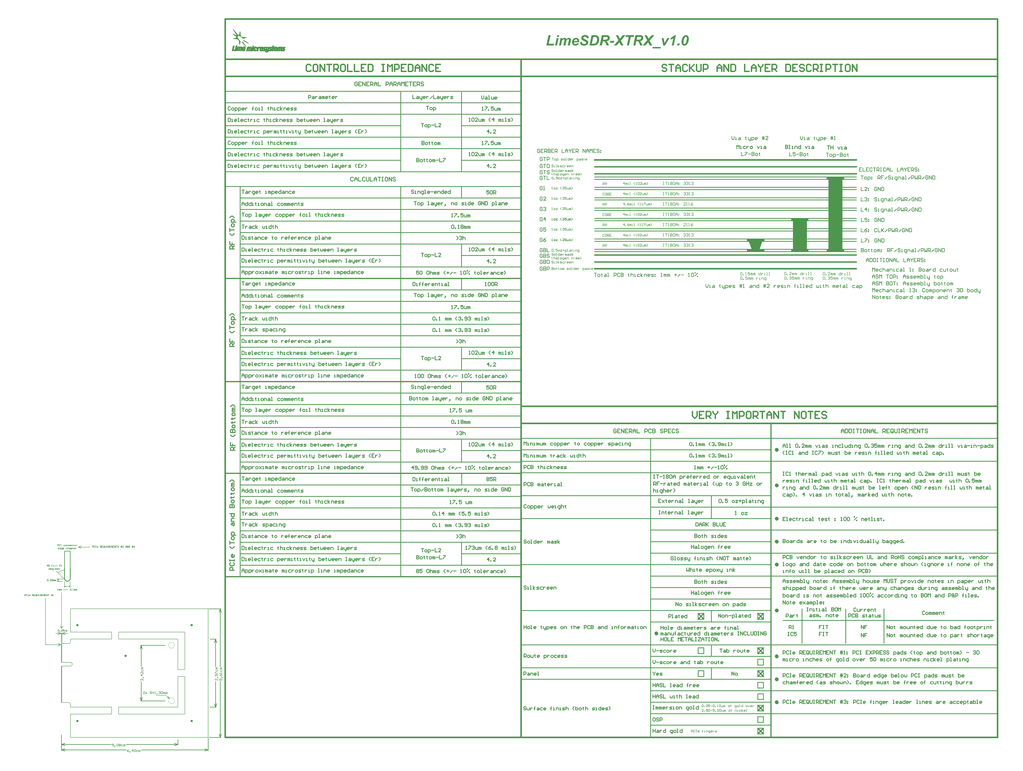
<source format=gm1>
G04*
G04 #@! TF.GenerationSoftware,Altium Limited,Altium Designer,19.1.6 (110)*
G04*
G04 Layer_Color=16711935*
%FSLAX44Y44*%
%MOMM*%
G71*
G01*
G75*
%ADD10C,0.3000*%
%ADD11C,0.2000*%
%ADD12C,0.2540*%
%ADD13C,0.1500*%
%ADD14C,0.2500*%
%ADD15C,0.1000*%
%ADD130C,0.5000*%
%ADD131C,0.3500*%
%ADD132C,0.6000*%
%ADD133C,0.4000*%
%ADD137C,0.7000*%
%ADD143C,1.0000*%
%ADD203C,0.0254*%
%ADD204C,0.0260*%
%ADD205C,0.1524*%
G36*
X-40000Y20001D02*
X-37500Y20001D01*
X-37500Y179000D01*
X-40000Y179000D01*
X-40000Y20001D01*
D02*
G37*
G36*
X-40000Y195000D02*
X-37500Y195000D01*
Y277000D01*
X-40000Y277000D01*
X-40000Y195000D01*
D02*
G37*
G36*
X3025625Y2030200D02*
X3017625D01*
X3004500Y1995200D01*
X3025500D01*
Y1985450D01*
X2949750D01*
Y1995200D01*
X2970750D01*
X2957625Y2030200D01*
X2949875D01*
Y2039950D01*
X3025625D01*
Y2030200D01*
D02*
G37*
G36*
X3218375Y2120250D02*
X3210875D01*
Y1995000D01*
X3218375D01*
Y1985250D01*
X3142625D01*
Y1995000D01*
X3150125D01*
Y2120250D01*
X3142625D01*
Y2130000D01*
X3218375D01*
Y2120250D01*
D02*
G37*
G36*
X3373625Y2300000D02*
X3366125D01*
Y1994750D01*
X3373625D01*
Y1985000D01*
X3297875D01*
Y1994750D01*
X3305375D01*
Y2300000D01*
X3297875D01*
Y2309750D01*
X3373625D01*
Y2300000D01*
D02*
G37*
G36*
X2129243Y2920134D02*
X2120495D01*
X2122180Y2928039D01*
X2130863D01*
X2129243Y2920134D01*
D02*
G37*
G36*
X2244903Y2928816D02*
X2245551Y2928752D01*
X2246328Y2928687D01*
X2247171Y2928557D01*
X2248078Y2928427D01*
X2250086Y2927974D01*
X2251123Y2927650D01*
X2252095Y2927326D01*
X2253132Y2926872D01*
X2254104Y2926354D01*
X2255011Y2925771D01*
X2255853Y2925123D01*
X2255918Y2925058D01*
X2256048Y2924929D01*
X2256242Y2924734D01*
X2256566Y2924475D01*
X2256890Y2924086D01*
X2257279Y2923633D01*
X2257667Y2923114D01*
X2258056Y2922531D01*
X2258510Y2921818D01*
X2258963Y2921106D01*
X2259352Y2920263D01*
X2259741Y2919421D01*
X2260065Y2918449D01*
X2260324Y2917477D01*
X2260518Y2916375D01*
X2260648Y2915274D01*
X2251836Y2914885D01*
Y2914950D01*
Y2915015D01*
X2251771Y2915403D01*
X2251577Y2915987D01*
X2251382Y2916700D01*
X2251058Y2917477D01*
X2250669Y2918319D01*
X2250151Y2919097D01*
X2249438Y2919810D01*
X2249373Y2919874D01*
X2249050Y2920069D01*
X2248596Y2920393D01*
X2247948Y2920717D01*
X2247171Y2920976D01*
X2246134Y2921300D01*
X2244903Y2921494D01*
X2243542Y2921559D01*
X2242894D01*
X2242246Y2921494D01*
X2241404Y2921365D01*
X2240561Y2921235D01*
X2239654Y2920976D01*
X2238812Y2920652D01*
X2238099Y2920198D01*
X2238034Y2920134D01*
X2237840Y2919939D01*
X2237581Y2919680D01*
X2237322Y2919291D01*
X2236998Y2918773D01*
X2236738Y2918190D01*
X2236544Y2917477D01*
X2236479Y2916764D01*
Y2916700D01*
Y2916440D01*
X2236544Y2916116D01*
X2236674Y2915663D01*
X2236868Y2915144D01*
X2237127Y2914626D01*
X2237451Y2914108D01*
X2237970Y2913589D01*
X2238034Y2913524D01*
X2238293Y2913330D01*
X2238682Y2913071D01*
X2239330Y2912682D01*
X2239784Y2912423D01*
X2240237Y2912164D01*
X2240756Y2911840D01*
X2241404Y2911516D01*
X2242052Y2911192D01*
X2242829Y2910803D01*
X2243672Y2910414D01*
X2244579Y2910026D01*
X2244644Y2909961D01*
X2244903Y2909896D01*
X2245291Y2909702D01*
X2245810Y2909507D01*
X2246458Y2909183D01*
X2247171Y2908859D01*
X2248726Y2908082D01*
X2250410Y2907239D01*
X2252030Y2906332D01*
X2252808Y2905879D01*
X2253456Y2905425D01*
X2254039Y2904972D01*
X2254492Y2904583D01*
X2254557Y2904518D01*
X2254622Y2904453D01*
X2254816Y2904259D01*
X2255011Y2904064D01*
X2255529Y2903352D01*
X2256112Y2902444D01*
X2256695Y2901343D01*
X2257149Y2899982D01*
X2257538Y2898427D01*
X2257603Y2897650D01*
X2257667Y2896743D01*
Y2896678D01*
Y2896483D01*
Y2896159D01*
X2257603Y2895771D01*
X2257538Y2895252D01*
X2257408Y2894604D01*
X2257279Y2893956D01*
X2257084Y2893243D01*
X2256825Y2892466D01*
X2256501Y2891624D01*
X2256112Y2890781D01*
X2255659Y2889939D01*
X2255140Y2889097D01*
X2254492Y2888189D01*
X2253780Y2887412D01*
X2252937Y2886570D01*
X2252872Y2886505D01*
X2252743Y2886375D01*
X2252419Y2886181D01*
X2252095Y2885922D01*
X2251577Y2885598D01*
X2250993Y2885209D01*
X2250345Y2884885D01*
X2249503Y2884496D01*
X2248661Y2884043D01*
X2247689Y2883719D01*
X2246587Y2883330D01*
X2245421Y2883006D01*
X2244190Y2882747D01*
X2242829Y2882552D01*
X2241404Y2882423D01*
X2239849Y2882358D01*
X2238877D01*
X2238358Y2882423D01*
X2237775Y2882487D01*
X2237127D01*
X2236414Y2882617D01*
X2234859Y2882812D01*
X2233175Y2883135D01*
X2231425Y2883589D01*
X2229805Y2884237D01*
X2229740D01*
X2229611Y2884302D01*
X2229417Y2884431D01*
X2229093Y2884626D01*
X2228380Y2885015D01*
X2227473Y2885663D01*
X2226501Y2886375D01*
X2225529Y2887347D01*
X2224622Y2888384D01*
X2223844Y2889615D01*
Y2889680D01*
X2223779Y2889745D01*
X2223715Y2889939D01*
X2223585Y2890263D01*
X2223455Y2890587D01*
X2223326Y2890976D01*
X2223002Y2891948D01*
X2222678Y2893114D01*
X2222419Y2894474D01*
X2222289Y2895965D01*
X2222224Y2897585D01*
X2231036Y2898103D01*
Y2898038D01*
Y2897909D01*
Y2897715D01*
X2231101Y2897455D01*
X2231166Y2896678D01*
X2231296Y2895835D01*
X2231425Y2894863D01*
X2231684Y2893892D01*
X2232008Y2893049D01*
X2232462Y2892401D01*
X2232592Y2892272D01*
X2232851Y2892012D01*
X2233369Y2891689D01*
X2234147Y2891235D01*
X2234600Y2891041D01*
X2235183Y2890781D01*
X2235766Y2890587D01*
X2236479Y2890457D01*
X2237192Y2890263D01*
X2238034Y2890198D01*
X2238941Y2890068D01*
X2240626D01*
X2241015Y2890133D01*
X2241469D01*
X2242440Y2890263D01*
X2243477Y2890457D01*
X2244579Y2890781D01*
X2245615Y2891170D01*
X2246458Y2891689D01*
X2246523Y2891753D01*
X2246782Y2891948D01*
X2247106Y2892336D01*
X2247495Y2892790D01*
X2247883Y2893373D01*
X2248207Y2894021D01*
X2248466Y2894734D01*
X2248531Y2895576D01*
Y2895641D01*
Y2895900D01*
X2248466Y2896289D01*
X2248337Y2896743D01*
X2248142Y2897261D01*
X2247818Y2897844D01*
X2247430Y2898427D01*
X2246846Y2898946D01*
X2246782Y2899010D01*
X2246587Y2899140D01*
X2246199Y2899399D01*
X2245615Y2899723D01*
X2245227Y2899982D01*
X2244773Y2900241D01*
X2244255Y2900500D01*
X2243672Y2900760D01*
X2242959Y2901084D01*
X2242246Y2901472D01*
X2241339Y2901861D01*
X2240432Y2902250D01*
X2240367D01*
X2240173Y2902380D01*
X2239913Y2902444D01*
X2239589Y2902639D01*
X2239136Y2902833D01*
X2238618Y2903028D01*
X2237516Y2903546D01*
X2236285Y2904194D01*
X2234989Y2904777D01*
X2233823Y2905425D01*
X2233239Y2905749D01*
X2232786Y2906008D01*
X2232656Y2906073D01*
X2232397Y2906267D01*
X2231944Y2906656D01*
X2231425Y2907110D01*
X2230842Y2907628D01*
X2230194Y2908341D01*
X2229611Y2909118D01*
X2229028Y2909961D01*
X2228963Y2910090D01*
X2228833Y2910414D01*
X2228574Y2910933D01*
X2228380Y2911581D01*
X2228121Y2912423D01*
X2227861Y2913395D01*
X2227732Y2914496D01*
X2227667Y2915663D01*
Y2915728D01*
Y2915922D01*
Y2916246D01*
X2227732Y2916635D01*
X2227797Y2917088D01*
X2227861Y2917672D01*
X2227991Y2918319D01*
X2228185Y2918967D01*
X2228639Y2920457D01*
X2229028Y2921235D01*
X2229417Y2922078D01*
X2229870Y2922855D01*
X2230388Y2923633D01*
X2231036Y2924410D01*
X2231749Y2925123D01*
X2231814Y2925188D01*
X2231944Y2925317D01*
X2232203Y2925447D01*
X2232527Y2925706D01*
X2232915Y2925965D01*
X2233434Y2926289D01*
X2234082Y2926678D01*
X2234795Y2927002D01*
X2235572Y2927326D01*
X2236414Y2927715D01*
X2237386Y2928039D01*
X2238488Y2928298D01*
X2239654Y2928557D01*
X2240885Y2928752D01*
X2242181Y2928816D01*
X2243607Y2928881D01*
X2244384D01*
X2244903Y2928816D01*
D02*
G37*
G36*
X2525272Y2904453D02*
X2536352Y2883200D01*
X2525920D01*
X2522486Y2889745D01*
Y2889809D01*
X2522357Y2890004D01*
X2522227Y2890263D01*
X2522033Y2890587D01*
X2521838Y2891041D01*
X2521579Y2891494D01*
X2520996Y2892596D01*
X2520413Y2893827D01*
X2519830Y2895058D01*
X2519311Y2896159D01*
X2519117Y2896678D01*
X2518922Y2897131D01*
X2518858Y2897067D01*
X2518663Y2896807D01*
X2518274Y2896289D01*
X2517691Y2895576D01*
X2517303Y2895123D01*
X2516914Y2894604D01*
X2516395Y2894021D01*
X2515812Y2893373D01*
X2515229Y2892596D01*
X2514516Y2891818D01*
X2513674Y2890911D01*
X2512832Y2889939D01*
X2506676Y2883200D01*
X2494754D01*
X2514581Y2905814D01*
X2503436Y2928039D01*
X2513091D01*
X2517497Y2919810D01*
X2517562Y2919680D01*
X2517691Y2919356D01*
X2517821Y2919162D01*
X2517950Y2918903D01*
X2518080Y2918578D01*
X2518339Y2918125D01*
X2518534Y2917672D01*
X2518858Y2917088D01*
X2519182Y2916440D01*
X2519570Y2915663D01*
X2519959Y2914756D01*
X2520477Y2913784D01*
X2520542Y2913719D01*
X2520607Y2913589D01*
X2520737Y2913330D01*
X2520866Y2913006D01*
X2520931Y2913071D01*
X2521061Y2913200D01*
X2521255Y2913460D01*
X2521514Y2913719D01*
X2521773Y2914108D01*
X2522162Y2914561D01*
X2523004Y2915598D01*
X2524041Y2916700D01*
X2525078Y2917931D01*
X2526115Y2919162D01*
X2527087Y2920263D01*
X2534084Y2928039D01*
X2545813D01*
X2525272Y2904453D01*
D02*
G37*
G36*
X2399958Y2904453D02*
X2411038Y2883200D01*
X2400606D01*
X2397172Y2889745D01*
Y2889809D01*
X2397042Y2890004D01*
X2396913Y2890263D01*
X2396718Y2890587D01*
X2396524Y2891041D01*
X2396265Y2891494D01*
X2395681Y2892596D01*
X2395098Y2893827D01*
X2394515Y2895058D01*
X2393997Y2896159D01*
X2393802Y2896678D01*
X2393608Y2897131D01*
X2393543Y2897067D01*
X2393349Y2896807D01*
X2392960Y2896289D01*
X2392377Y2895576D01*
X2391988Y2895123D01*
X2391599Y2894604D01*
X2391081Y2894021D01*
X2390498Y2893373D01*
X2389915Y2892596D01*
X2389202Y2891818D01*
X2388360Y2890911D01*
X2387517Y2889939D01*
X2381362Y2883200D01*
X2369439D01*
X2389267Y2905814D01*
X2378122Y2928039D01*
X2387776D01*
X2392183Y2919810D01*
X2392247Y2919680D01*
X2392377Y2919356D01*
X2392507Y2919162D01*
X2392636Y2918903D01*
X2392766Y2918578D01*
X2393025Y2918125D01*
X2393219Y2917672D01*
X2393543Y2917088D01*
X2393867Y2916440D01*
X2394256Y2915663D01*
X2394645Y2914756D01*
X2395163Y2913784D01*
X2395228Y2913719D01*
X2395293Y2913589D01*
X2395422Y2913330D01*
X2395552Y2913006D01*
X2395617Y2913071D01*
X2395746Y2913200D01*
X2395941Y2913460D01*
X2396200Y2913719D01*
X2396459Y2914108D01*
X2396848Y2914561D01*
X2397690Y2915598D01*
X2398727Y2916700D01*
X2399764Y2917931D01*
X2400800Y2919162D01*
X2401772Y2920263D01*
X2408770Y2928039D01*
X2420498D01*
X2399958Y2904453D01*
D02*
G37*
G36*
X2175442Y2916311D02*
X2176284Y2916181D01*
X2177256Y2915922D01*
X2178293Y2915533D01*
X2179265Y2915015D01*
X2180107Y2914302D01*
X2180172Y2914237D01*
X2180431Y2913913D01*
X2180820Y2913460D01*
X2181209Y2912812D01*
X2181597Y2912034D01*
X2181986Y2911127D01*
X2182245Y2910026D01*
X2182310Y2908794D01*
Y2908730D01*
Y2908470D01*
X2182245Y2908017D01*
X2182181Y2907434D01*
X2182116Y2906656D01*
X2181922Y2905620D01*
X2181727Y2904388D01*
X2181403Y2902963D01*
X2177127Y2883200D01*
X2168444D01*
X2172656Y2902963D01*
Y2903028D01*
X2172721Y2903157D01*
Y2903287D01*
X2172785Y2903546D01*
X2172915Y2904194D01*
X2173044Y2904907D01*
X2173174Y2905620D01*
X2173304Y2906332D01*
X2173433Y2906851D01*
Y2907045D01*
Y2907174D01*
Y2907239D01*
Y2907434D01*
X2173369Y2907628D01*
X2173304Y2907952D01*
X2173109Y2908665D01*
X2172850Y2908989D01*
X2172591Y2909313D01*
X2172526Y2909378D01*
X2172461Y2909442D01*
X2172267Y2909572D01*
X2172008Y2909766D01*
X2171684Y2909896D01*
X2171230Y2910026D01*
X2170777Y2910090D01*
X2170194Y2910155D01*
X2169870D01*
X2169610Y2910090D01*
X2168962Y2909961D01*
X2168185Y2909702D01*
X2167278Y2909313D01*
X2166241Y2908665D01*
X2165723Y2908276D01*
X2165204Y2907823D01*
X2164751Y2907304D01*
X2164232Y2906656D01*
X2164168Y2906526D01*
X2164038Y2906397D01*
X2163908Y2906203D01*
X2163779Y2905879D01*
X2163584Y2905555D01*
X2163325Y2905101D01*
X2163131Y2904648D01*
X2162872Y2904064D01*
X2162612Y2903416D01*
X2162353Y2902704D01*
X2162094Y2901926D01*
X2161770Y2901084D01*
X2161511Y2900112D01*
X2161252Y2899075D01*
X2160993Y2897909D01*
X2157882Y2883200D01*
X2149200D01*
X2153282Y2902768D01*
Y2902833D01*
X2153347Y2902898D01*
X2153412Y2903352D01*
X2153541Y2903935D01*
X2153671Y2904583D01*
X2153800Y2905360D01*
X2153865Y2906073D01*
X2153995Y2906721D01*
Y2907174D01*
Y2907239D01*
Y2907369D01*
X2153930Y2907628D01*
X2153865Y2907952D01*
X2153606Y2908600D01*
X2153412Y2908989D01*
X2153088Y2909313D01*
X2153023Y2909378D01*
X2152958Y2909442D01*
X2152764Y2909572D01*
X2152504Y2909766D01*
X2152116Y2909896D01*
X2151727Y2910026D01*
X2151273Y2910090D01*
X2150690Y2910155D01*
X2150431D01*
X2150172Y2910090D01*
X2149783Y2910026D01*
X2149329Y2909961D01*
X2148811Y2909766D01*
X2148293Y2909572D01*
X2147710Y2909248D01*
X2147645Y2909183D01*
X2147450Y2909118D01*
X2147126Y2908924D01*
X2146802Y2908665D01*
X2146349Y2908341D01*
X2145895Y2907887D01*
X2145442Y2907434D01*
X2144988Y2906915D01*
X2144923Y2906851D01*
X2144794Y2906656D01*
X2144599Y2906332D01*
X2144340Y2905879D01*
X2144016Y2905360D01*
X2143692Y2904648D01*
X2143368Y2903935D01*
X2143044Y2903092D01*
Y2903028D01*
X2142979Y2902833D01*
X2142850Y2902509D01*
X2142720Y2902056D01*
X2142591Y2901408D01*
X2142332Y2900500D01*
X2142072Y2899464D01*
X2141943Y2898816D01*
X2141748Y2898103D01*
X2138638Y2883200D01*
X2129956D01*
X2136759Y2915728D01*
X2144988D01*
X2144211Y2911775D01*
X2144275Y2911840D01*
X2144405Y2911969D01*
X2144664Y2912228D01*
X2145053Y2912488D01*
X2145506Y2912877D01*
X2146025Y2913265D01*
X2146608Y2913654D01*
X2147321Y2914108D01*
X2148876Y2914950D01*
X2150560Y2915728D01*
X2151532Y2915987D01*
X2152440Y2916246D01*
X2153476Y2916375D01*
X2154448Y2916440D01*
X2155031D01*
X2155744Y2916375D01*
X2156522Y2916246D01*
X2157429Y2916052D01*
X2158401Y2915792D01*
X2159308Y2915403D01*
X2160085Y2914885D01*
X2160150Y2914820D01*
X2160409Y2914626D01*
X2160733Y2914237D01*
X2161187Y2913784D01*
X2161576Y2913200D01*
X2162029Y2912423D01*
X2162418Y2911646D01*
X2162677Y2910674D01*
X2162742Y2910803D01*
X2163001Y2911062D01*
X2163390Y2911516D01*
X2163908Y2912099D01*
X2164621Y2912747D01*
X2165399Y2913395D01*
X2166371Y2914108D01*
X2167472Y2914756D01*
X2167537D01*
X2167602Y2914820D01*
X2167796Y2914885D01*
X2168055Y2915015D01*
X2168638Y2915274D01*
X2169481Y2915598D01*
X2170453Y2915922D01*
X2171619Y2916181D01*
X2172785Y2916375D01*
X2174081Y2916440D01*
X2174729D01*
X2175442Y2916311D01*
D02*
G37*
G36*
X2370087Y2895123D02*
X2353046D01*
X2354731Y2903611D01*
X2371772D01*
X2370087Y2895123D01*
D02*
G37*
G36*
X2592076Y2883200D02*
X2584560D01*
X2578081Y2915728D01*
X2586698Y2915728D01*
X2588901Y2901472D01*
Y2901408D01*
X2588966Y2901213D01*
Y2900954D01*
X2589031Y2900565D01*
X2589096Y2900112D01*
X2589225Y2899529D01*
X2589420Y2898362D01*
X2589614Y2897067D01*
X2589809Y2895835D01*
X2589938Y2894734D01*
X2590003Y2894280D01*
X2590068Y2893892D01*
X2590132Y2894021D01*
X2590262Y2894215D01*
X2590457Y2894539D01*
X2590716Y2895058D01*
X2591104Y2895706D01*
X2591558Y2896613D01*
X2591882Y2897196D01*
X2592206Y2897779D01*
Y2897844D01*
X2592271Y2897909D01*
X2592530Y2898298D01*
X2592854Y2898881D01*
X2593243Y2899594D01*
X2593632Y2900306D01*
X2594020Y2900954D01*
X2594344Y2901537D01*
X2594539Y2901926D01*
X2602638Y2915728D01*
X2612098D01*
X2592076Y2883200D01*
D02*
G37*
G36*
X2654604D02*
X2645921D01*
X2647606Y2891689D01*
X2656288D01*
X2654604Y2883200D01*
D02*
G37*
G36*
X2630695D02*
X2621882D01*
X2628362Y2914237D01*
X2628232Y2914172D01*
X2627908Y2913913D01*
X2627325Y2913589D01*
X2626548Y2913136D01*
X2625640Y2912617D01*
X2624539Y2912099D01*
X2623308Y2911516D01*
X2622012Y2910933D01*
X2621947D01*
X2621882Y2910868D01*
X2621688Y2910803D01*
X2621429Y2910674D01*
X2620716Y2910479D01*
X2619874Y2910155D01*
X2618902Y2909831D01*
X2617800Y2909507D01*
X2616763Y2909183D01*
X2615662Y2908924D01*
X2617346Y2916764D01*
X2617411D01*
X2617476Y2916829D01*
X2617865Y2916959D01*
X2618448Y2917283D01*
X2619226Y2917672D01*
X2620133Y2918125D01*
X2621234Y2918643D01*
X2622466Y2919291D01*
X2623761Y2920069D01*
X2625122Y2920846D01*
X2626548Y2921754D01*
X2628038Y2922726D01*
X2629463Y2923698D01*
X2630889Y2924799D01*
X2632314Y2925901D01*
X2633610Y2927067D01*
X2634841Y2928298D01*
X2640155D01*
X2630695Y2883200D01*
D02*
G37*
G36*
X2485229Y2927974D02*
X2486395Y2927909D01*
X2487691Y2927780D01*
X2488987Y2927585D01*
X2490283Y2927326D01*
X2491449Y2926937D01*
X2491514D01*
X2491579Y2926872D01*
X2491903Y2926743D01*
X2492421Y2926483D01*
X2493069Y2926095D01*
X2493847Y2925512D01*
X2494624Y2924864D01*
X2495337Y2924021D01*
X2496050Y2923049D01*
X2496114Y2922920D01*
X2496309Y2922531D01*
X2496633Y2921948D01*
X2496957Y2921170D01*
X2497281Y2920198D01*
X2497605Y2919032D01*
X2497799Y2917672D01*
X2497864Y2916246D01*
Y2916181D01*
Y2915987D01*
Y2915728D01*
X2497799Y2915274D01*
X2497734Y2914820D01*
X2497670Y2914237D01*
X2497605Y2913589D01*
X2497410Y2912941D01*
X2497021Y2911451D01*
X2496438Y2909831D01*
X2496050Y2909054D01*
X2495596Y2908276D01*
X2495013Y2907498D01*
X2494430Y2906786D01*
X2494365Y2906721D01*
X2494300Y2906656D01*
X2494041Y2906462D01*
X2493782Y2906203D01*
X2493393Y2905879D01*
X2493004Y2905555D01*
X2492486Y2905231D01*
X2491838Y2904842D01*
X2491190Y2904453D01*
X2490412Y2904064D01*
X2489570Y2903676D01*
X2488598Y2903287D01*
X2487626Y2902963D01*
X2486525Y2902704D01*
X2485294Y2902444D01*
X2484062Y2902250D01*
X2484127Y2902185D01*
X2484386Y2901991D01*
X2484710Y2901602D01*
X2485164Y2901149D01*
X2485618Y2900501D01*
X2486201Y2899788D01*
X2486784Y2898946D01*
X2487367Y2898038D01*
X2487432Y2897974D01*
X2487497Y2897779D01*
X2487691Y2897520D01*
X2487885Y2897067D01*
X2488209Y2896548D01*
X2488533Y2895900D01*
X2488922Y2895123D01*
X2489376Y2894215D01*
X2489894Y2893244D01*
X2490412Y2892142D01*
X2490996Y2890911D01*
X2491579Y2889550D01*
X2492227Y2888125D01*
X2492875Y2886570D01*
X2493587Y2884950D01*
X2494300Y2883200D01*
X2484386D01*
Y2883265D01*
X2484322Y2883395D01*
X2484257Y2883589D01*
X2484127Y2883913D01*
X2483998Y2884302D01*
X2483803Y2884820D01*
X2483609Y2885403D01*
X2483350Y2886116D01*
X2483026Y2886894D01*
X2482702Y2887736D01*
X2482313Y2888708D01*
X2481859Y2889745D01*
X2481406Y2890911D01*
X2480887Y2892207D01*
X2480304Y2893568D01*
X2479656Y2894993D01*
Y2895058D01*
X2479592Y2895187D01*
X2479462Y2895382D01*
X2479332Y2895706D01*
X2478944Y2896418D01*
X2478425Y2897326D01*
X2477842Y2898298D01*
X2477194Y2899269D01*
X2476417Y2900177D01*
X2476028Y2900501D01*
X2475639Y2900825D01*
X2475574Y2900889D01*
X2475380Y2900954D01*
X2475056Y2901084D01*
X2474602Y2901278D01*
X2473954Y2901472D01*
X2473177Y2901602D01*
X2472205Y2901667D01*
X2471039Y2901732D01*
X2467280D01*
X2463393Y2883200D01*
X2454257D01*
X2463652Y2928039D01*
X2484775D01*
X2485229Y2927974D01*
D02*
G37*
G36*
X2456071Y2920522D02*
X2442982D01*
X2435207Y2883200D01*
X2426006D01*
X2433781Y2920522D01*
X2420693D01*
X2422183Y2928039D01*
X2457561Y2928039D01*
X2456071Y2920522D01*
D02*
G37*
G36*
X2339050Y2927974D02*
X2340217Y2927909D01*
X2341513Y2927780D01*
X2342809Y2927585D01*
X2344104Y2927326D01*
X2345271Y2926937D01*
X2345336D01*
X2345400Y2926872D01*
X2345724Y2926743D01*
X2346243Y2926483D01*
X2346891Y2926095D01*
X2347668Y2925511D01*
X2348446Y2924864D01*
X2349158Y2924021D01*
X2349871Y2923049D01*
X2349936Y2922920D01*
X2350130Y2922531D01*
X2350454Y2921948D01*
X2350778Y2921170D01*
X2351102Y2920198D01*
X2351426Y2919032D01*
X2351621Y2917672D01*
X2351685Y2916246D01*
Y2916181D01*
Y2915987D01*
Y2915728D01*
X2351621Y2915274D01*
X2351556Y2914820D01*
X2351491Y2914237D01*
X2351426Y2913589D01*
X2351232Y2912941D01*
X2350843Y2911451D01*
X2350260Y2909831D01*
X2349871Y2909054D01*
X2349418Y2908276D01*
X2348835Y2907498D01*
X2348251Y2906786D01*
X2348186Y2906721D01*
X2348122Y2906656D01*
X2347863Y2906462D01*
X2347603Y2906203D01*
X2347215Y2905879D01*
X2346826Y2905555D01*
X2346307Y2905231D01*
X2345659Y2904842D01*
X2345011Y2904453D01*
X2344234Y2904064D01*
X2343392Y2903676D01*
X2342420Y2903287D01*
X2341448Y2902963D01*
X2340346Y2902704D01*
X2339115Y2902444D01*
X2337884Y2902250D01*
X2337949Y2902185D01*
X2338208Y2901991D01*
X2338532Y2901602D01*
X2338986Y2901149D01*
X2339439Y2900500D01*
X2340022Y2899788D01*
X2340605Y2898946D01*
X2341189Y2898038D01*
X2341253Y2897974D01*
X2341318Y2897779D01*
X2341513Y2897520D01*
X2341707Y2897067D01*
X2342031Y2896548D01*
X2342355Y2895900D01*
X2342744Y2895123D01*
X2343197Y2894215D01*
X2343716Y2893243D01*
X2344234Y2892142D01*
X2344817Y2890911D01*
X2345400Y2889550D01*
X2346048Y2888125D01*
X2346696Y2886570D01*
X2347409Y2884950D01*
X2348122Y2883200D01*
X2338208D01*
Y2883265D01*
X2338143Y2883394D01*
X2338078Y2883589D01*
X2337949Y2883913D01*
X2337819Y2884302D01*
X2337625Y2884820D01*
X2337431Y2885403D01*
X2337171Y2886116D01*
X2336847Y2886894D01*
X2336523Y2887736D01*
X2336135Y2888708D01*
X2335681Y2889745D01*
X2335227Y2890911D01*
X2334709Y2892207D01*
X2334126Y2893568D01*
X2333478Y2894993D01*
Y2895058D01*
X2333413Y2895187D01*
X2333284Y2895382D01*
X2333154Y2895706D01*
X2332765Y2896418D01*
X2332247Y2897326D01*
X2331664Y2898298D01*
X2331016Y2899269D01*
X2330238Y2900177D01*
X2329849Y2900500D01*
X2329461Y2900825D01*
X2329396Y2900889D01*
X2329202Y2900954D01*
X2328878Y2901084D01*
X2328424Y2901278D01*
X2327776Y2901472D01*
X2326998Y2901602D01*
X2326026Y2901667D01*
X2324860Y2901732D01*
X2321102D01*
X2317214Y2883200D01*
X2308078D01*
X2317473Y2928039D01*
X2338597D01*
X2339050Y2927974D01*
D02*
G37*
G36*
X2287992Y2927974D02*
X2289093D01*
X2290000Y2927909D01*
X2290324D01*
X2290648Y2927844D01*
X2290778D01*
X2291102Y2927780D01*
X2291620Y2927715D01*
X2292333Y2927585D01*
X2293110Y2927455D01*
X2293953Y2927261D01*
X2295637Y2926678D01*
X2295767Y2926613D01*
X2296026Y2926548D01*
X2296415Y2926354D01*
X2296998Y2926095D01*
X2297581Y2925706D01*
X2298294Y2925317D01*
X2298942Y2924864D01*
X2299655Y2924280D01*
X2299720Y2924216D01*
X2299979Y2924021D01*
X2300303Y2923698D01*
X2300756Y2923244D01*
X2301210Y2922726D01*
X2301728Y2922078D01*
X2302247Y2921365D01*
X2302765Y2920587D01*
X2302830Y2920522D01*
X2302959Y2920198D01*
X2303219Y2919745D01*
X2303478Y2919162D01*
X2303802Y2918449D01*
X2304190Y2917607D01*
X2304514Y2916635D01*
X2304774Y2915598D01*
X2304838Y2915468D01*
X2304903Y2915080D01*
X2305033Y2914496D01*
X2305162Y2913784D01*
X2305292Y2912877D01*
X2305357Y2911775D01*
X2305486Y2910674D01*
Y2909442D01*
Y2909378D01*
Y2909118D01*
Y2908730D01*
X2305422Y2908211D01*
Y2907563D01*
X2305357Y2906851D01*
X2305227Y2906008D01*
X2305162Y2905101D01*
X2304968Y2904129D01*
X2304838Y2903092D01*
X2304320Y2900954D01*
X2303607Y2898751D01*
X2303219Y2897650D01*
X2302700Y2896548D01*
Y2896483D01*
X2302571Y2896289D01*
X2302441Y2896030D01*
X2302182Y2895641D01*
X2301923Y2895123D01*
X2301599Y2894604D01*
X2300756Y2893308D01*
X2299784Y2891883D01*
X2298553Y2890392D01*
X2297193Y2888967D01*
X2295702Y2887606D01*
X2295637D01*
X2295573Y2887477D01*
X2295378Y2887347D01*
X2295119Y2887218D01*
X2294795Y2886958D01*
X2294406Y2886764D01*
X2293434Y2886181D01*
X2292268Y2885598D01*
X2290843Y2884950D01*
X2289223Y2884366D01*
X2287408Y2883848D01*
X2287279D01*
X2287085Y2883783D01*
X2286890Y2883719D01*
X2286566D01*
X2286177Y2883654D01*
X2285724Y2883589D01*
X2285205Y2883524D01*
X2284622Y2883459D01*
X2283974Y2883394D01*
X2283262Y2883330D01*
X2282419D01*
X2281577Y2883265D01*
X2280605Y2883200D01*
X2262721D01*
X2272117Y2928039D01*
X2286890D01*
X2287992Y2927974D01*
D02*
G37*
G36*
X2121467Y2883200D02*
X2112785D01*
X2119588Y2915728D01*
X2128336D01*
X2121467Y2883200D01*
D02*
G37*
G36*
X2085506Y2890717D02*
X2108443D01*
X2106888Y2883200D01*
X2074750D01*
X2084145Y2928039D01*
X2093346D01*
X2085506Y2890717D01*
D02*
G37*
G36*
X2684734Y2928233D02*
X2685187Y2928168D01*
X2685706Y2928104D01*
X2687002Y2927780D01*
X2688427Y2927326D01*
X2689140Y2927002D01*
X2689918Y2926613D01*
X2690630Y2926160D01*
X2691408Y2925576D01*
X2692120Y2924993D01*
X2692769Y2924281D01*
X2692833Y2924216D01*
X2692898Y2924086D01*
X2693092Y2923892D01*
X2693352Y2923568D01*
X2693611Y2923114D01*
X2693870Y2922661D01*
X2694194Y2922078D01*
X2694583Y2921365D01*
X2694907Y2920587D01*
X2695231Y2919745D01*
X2695490Y2918773D01*
X2695749Y2917801D01*
X2696008Y2916635D01*
X2696203Y2915468D01*
X2696267Y2914172D01*
X2696332Y2912812D01*
Y2912747D01*
Y2912488D01*
Y2912099D01*
X2696267Y2911581D01*
Y2910998D01*
X2696203Y2910220D01*
X2696138Y2909378D01*
X2696008Y2908406D01*
X2695879Y2907304D01*
X2695684Y2906203D01*
X2695490Y2904972D01*
X2695231Y2903741D01*
X2694583Y2901019D01*
X2693741Y2898168D01*
Y2898103D01*
X2693611Y2897844D01*
X2693481Y2897455D01*
X2693287Y2896937D01*
X2693028Y2896289D01*
X2692704Y2895511D01*
X2692315Y2894734D01*
X2691926Y2893827D01*
X2690889Y2891948D01*
X2689723Y2890004D01*
X2688362Y2888125D01*
X2687585Y2887218D01*
X2686807Y2886440D01*
X2686743Y2886375D01*
X2686613Y2886246D01*
X2686354Y2886051D01*
X2686030Y2885792D01*
X2685641Y2885468D01*
X2685123Y2885144D01*
X2684604Y2884755D01*
X2683956Y2884431D01*
X2682466Y2883654D01*
X2680846Y2883006D01*
X2679939Y2882747D01*
X2678967Y2882552D01*
X2677995Y2882423D01*
X2676958Y2882358D01*
X2676440D01*
X2676051Y2882423D01*
X2675598Y2882487D01*
X2675079Y2882552D01*
X2673783Y2882876D01*
X2672358Y2883330D01*
X2671645Y2883654D01*
X2670868Y2884043D01*
X2670090Y2884496D01*
X2669377Y2885015D01*
X2668665Y2885598D01*
X2667952Y2886310D01*
X2667887Y2886375D01*
X2667822Y2886505D01*
X2667628Y2886699D01*
X2667433Y2887023D01*
X2667174Y2887477D01*
X2666850Y2887930D01*
X2666526Y2888513D01*
X2666202Y2889226D01*
X2665878Y2890004D01*
X2665555Y2890846D01*
X2665295Y2891753D01*
X2664971Y2892790D01*
X2664777Y2893892D01*
X2664583Y2895058D01*
X2664518Y2896354D01*
X2664453Y2897715D01*
Y2897779D01*
Y2898039D01*
Y2898362D01*
X2664518Y2898881D01*
Y2899529D01*
X2664583Y2900241D01*
X2664647Y2901084D01*
X2664712Y2901991D01*
X2664842Y2902963D01*
X2665036Y2904064D01*
X2665425Y2906397D01*
X2665943Y2908859D01*
X2666721Y2911451D01*
X2666786Y2911581D01*
X2666850Y2911840D01*
X2667045Y2912293D01*
X2667239Y2912877D01*
X2667498Y2913589D01*
X2667887Y2914367D01*
X2668276Y2915274D01*
X2668729Y2916246D01*
X2669766Y2918319D01*
X2670997Y2920393D01*
X2671645Y2921430D01*
X2672423Y2922401D01*
X2673200Y2923309D01*
X2673978Y2924151D01*
X2674043Y2924216D01*
X2674172Y2924345D01*
X2674431Y2924540D01*
X2674755Y2924799D01*
X2675144Y2925123D01*
X2675663Y2925447D01*
X2676246Y2925836D01*
X2676894Y2926224D01*
X2678319Y2927002D01*
X2680004Y2927650D01*
X2680911Y2927909D01*
X2681818Y2928104D01*
X2682790Y2928233D01*
X2683827Y2928298D01*
X2684345D01*
X2684734Y2928233D01*
D02*
G37*
G36*
X2206090Y2916375D02*
X2206609Y2916311D01*
X2207192Y2916246D01*
X2207840Y2916116D01*
X2208552Y2915987D01*
X2210108Y2915533D01*
X2210885Y2915274D01*
X2211663Y2914885D01*
X2212440Y2914431D01*
X2213218Y2913978D01*
X2213930Y2913395D01*
X2214643Y2912747D01*
X2214708Y2912682D01*
X2214773Y2912552D01*
X2214967Y2912358D01*
X2215226Y2912099D01*
X2215486Y2911710D01*
X2215745Y2911257D01*
X2216069Y2910674D01*
X2216458Y2910090D01*
X2216781Y2909378D01*
X2217105Y2908600D01*
X2217365Y2907758D01*
X2217624Y2906786D01*
X2217883Y2905814D01*
X2218077Y2904712D01*
X2218142Y2903611D01*
X2218207Y2902380D01*
Y2902315D01*
Y2902250D01*
Y2901861D01*
Y2901213D01*
X2218142Y2900500D01*
X2218077Y2899594D01*
X2217948Y2898622D01*
X2217559Y2896678D01*
X2195529D01*
Y2896613D01*
Y2896354D01*
X2195464Y2896094D01*
Y2895835D01*
Y2895771D01*
Y2895706D01*
Y2895317D01*
X2195593Y2894734D01*
X2195723Y2893956D01*
X2195917Y2893114D01*
X2196241Y2892272D01*
X2196695Y2891364D01*
X2197278Y2890587D01*
X2197343Y2890522D01*
X2197602Y2890263D01*
X2197991Y2890004D01*
X2198574Y2889615D01*
X2199222Y2889291D01*
X2199999Y2888967D01*
X2200907Y2888708D01*
X2201879Y2888643D01*
X2202332D01*
X2202591Y2888708D01*
X2202980Y2888773D01*
X2203434Y2888902D01*
X2204406Y2889226D01*
X2204924Y2889420D01*
X2205507Y2889745D01*
X2206090Y2890133D01*
X2206609Y2890587D01*
X2207192Y2891105D01*
X2207775Y2891689D01*
X2208293Y2892401D01*
X2208747Y2893179D01*
X2216587Y2891883D01*
Y2891818D01*
X2216458Y2891689D01*
X2216328Y2891429D01*
X2216134Y2891105D01*
X2215939Y2890717D01*
X2215615Y2890263D01*
X2214967Y2889161D01*
X2214060Y2887995D01*
X2212959Y2886829D01*
X2211727Y2885663D01*
X2210367Y2884691D01*
X2210302D01*
X2210172Y2884561D01*
X2209978Y2884496D01*
X2209719Y2884302D01*
X2209330Y2884172D01*
X2208941Y2883978D01*
X2207840Y2883524D01*
X2206609Y2883071D01*
X2205118Y2882747D01*
X2203563Y2882487D01*
X2201814Y2882358D01*
X2201166D01*
X2200712Y2882423D01*
X2200129Y2882487D01*
X2199481Y2882552D01*
X2198768Y2882682D01*
X2197991Y2882876D01*
X2196306Y2883394D01*
X2195399Y2883719D01*
X2194492Y2884107D01*
X2193649Y2884561D01*
X2192742Y2885144D01*
X2191900Y2885792D01*
X2191122Y2886505D01*
X2191058Y2886570D01*
X2190928Y2886699D01*
X2190734Y2886958D01*
X2190475Y2887282D01*
X2190150Y2887671D01*
X2189827Y2888189D01*
X2189438Y2888773D01*
X2189114Y2889420D01*
X2188725Y2890198D01*
X2188336Y2890976D01*
X2188012Y2891883D01*
X2187688Y2892855D01*
X2187429Y2893892D01*
X2187235Y2895058D01*
X2187105Y2896224D01*
X2187040Y2897455D01*
Y2897520D01*
Y2897779D01*
Y2898103D01*
X2187105Y2898557D01*
X2187170Y2899140D01*
X2187235Y2899853D01*
X2187364Y2900630D01*
X2187494Y2901472D01*
X2187948Y2903287D01*
X2188271Y2904259D01*
X2188595Y2905295D01*
X2189049Y2906332D01*
X2189503Y2907369D01*
X2190086Y2908405D01*
X2190734Y2909378D01*
X2190798Y2909442D01*
X2190993Y2909702D01*
X2191252Y2910026D01*
X2191641Y2910479D01*
X2192224Y2910998D01*
X2192807Y2911646D01*
X2193585Y2912229D01*
X2194427Y2912941D01*
X2195399Y2913589D01*
X2196501Y2914237D01*
X2197667Y2914820D01*
X2198963Y2915339D01*
X2200323Y2915792D01*
X2201814Y2916116D01*
X2203434Y2916375D01*
X2205118Y2916440D01*
X2205701D01*
X2206090Y2916375D01*
D02*
G37*
G36*
X2573675Y2870824D02*
X2537907D01*
Y2876397D01*
X2573675D01*
Y2870824D01*
D02*
G37*
%LPC*%
G36*
X2482767Y2920522D02*
X2471233D01*
X2468706Y2908470D01*
X2475445D01*
X2476093Y2908535D01*
X2477648Y2908600D01*
X2479268Y2908665D01*
X2480887Y2908859D01*
X2481600Y2908924D01*
X2482313Y2909054D01*
X2482896Y2909183D01*
X2483414Y2909313D01*
X2483544Y2909378D01*
X2483803Y2909507D01*
X2484257Y2909702D01*
X2484840Y2910026D01*
X2485423Y2910414D01*
X2486071Y2910868D01*
X2486654Y2911451D01*
X2487237Y2912099D01*
X2487302Y2912164D01*
X2487432Y2912423D01*
X2487691Y2912812D01*
X2487950Y2913330D01*
X2488209Y2913913D01*
X2488469Y2914561D01*
X2488598Y2915339D01*
X2488663Y2916116D01*
Y2916246D01*
Y2916505D01*
X2488533Y2916959D01*
X2488404Y2917477D01*
X2488145Y2918060D01*
X2487821Y2918643D01*
X2487302Y2919226D01*
X2486654Y2919745D01*
X2486590Y2919810D01*
X2486395Y2919875D01*
X2486071Y2920004D01*
X2485553Y2920134D01*
X2484840Y2920263D01*
X2483868Y2920393D01*
X2482767Y2920522D01*
D02*
G37*
G36*
X2336588Y2920522D02*
X2325055D01*
X2322527Y2908470D01*
X2329266D01*
X2329914Y2908535D01*
X2331469Y2908600D01*
X2333089Y2908665D01*
X2334709Y2908859D01*
X2335422Y2908924D01*
X2336135Y2909054D01*
X2336718Y2909183D01*
X2337236Y2909313D01*
X2337366Y2909378D01*
X2337625Y2909507D01*
X2338078Y2909702D01*
X2338662Y2910026D01*
X2339245Y2910414D01*
X2339893Y2910868D01*
X2340476Y2911451D01*
X2341059Y2912099D01*
X2341124Y2912164D01*
X2341253Y2912423D01*
X2341513Y2912812D01*
X2341772Y2913330D01*
X2342031Y2913913D01*
X2342290Y2914561D01*
X2342420Y2915339D01*
X2342484Y2916116D01*
Y2916246D01*
Y2916505D01*
X2342355Y2916959D01*
X2342225Y2917477D01*
X2341966Y2918060D01*
X2341642Y2918643D01*
X2341124Y2919226D01*
X2340476Y2919745D01*
X2340411Y2919810D01*
X2340217Y2919874D01*
X2339893Y2920004D01*
X2339374Y2920134D01*
X2338662Y2920263D01*
X2337690Y2920393D01*
X2336588Y2920522D01*
D02*
G37*
G36*
X2286566Y2920652D02*
X2279763D01*
X2273413Y2890392D01*
X2279309D01*
X2279827Y2890457D01*
X2280929D01*
X2282160Y2890522D01*
X2283326Y2890652D01*
X2284493Y2890781D01*
X2285011Y2890846D01*
X2285465Y2890976D01*
X2285594Y2891041D01*
X2285853Y2891105D01*
X2286307Y2891300D01*
X2286890Y2891494D01*
X2287538Y2891818D01*
X2288251Y2892207D01*
X2288963Y2892725D01*
X2289676Y2893308D01*
X2289741D01*
X2289806Y2893438D01*
X2290130Y2893762D01*
X2290648Y2894345D01*
X2291296Y2895058D01*
X2292074Y2896030D01*
X2292851Y2897196D01*
X2293629Y2898492D01*
X2294341Y2899918D01*
Y2899982D01*
X2294406Y2900112D01*
X2294536Y2900371D01*
X2294666Y2900630D01*
X2294795Y2901084D01*
X2294925Y2901537D01*
X2295119Y2902056D01*
X2295314Y2902704D01*
X2295443Y2903352D01*
X2295637Y2904129D01*
X2295961Y2905814D01*
X2296156Y2907693D01*
X2296221Y2909702D01*
Y2909767D01*
Y2909896D01*
Y2910155D01*
Y2910479D01*
X2296156Y2910868D01*
Y2911321D01*
X2296026Y2912423D01*
X2295832Y2913589D01*
X2295573Y2914756D01*
X2295184Y2915922D01*
X2294666Y2916894D01*
X2294601Y2917024D01*
X2294406Y2917283D01*
X2294082Y2917672D01*
X2293629Y2918190D01*
X2293046Y2918708D01*
X2292398Y2919226D01*
X2291620Y2919680D01*
X2290778Y2920069D01*
X2290713D01*
X2290454Y2920134D01*
X2290065Y2920263D01*
X2289482Y2920393D01*
X2288704Y2920457D01*
X2287732Y2920587D01*
X2286566Y2920652D01*
D02*
G37*
G36*
X2683503Y2921300D02*
X2683373D01*
X2683114Y2921235D01*
X2682661Y2921170D01*
X2682077Y2921041D01*
X2681429Y2920717D01*
X2680717Y2920328D01*
X2680004Y2919810D01*
X2679291Y2919032D01*
Y2918967D01*
X2679161Y2918903D01*
X2679032Y2918643D01*
X2678837Y2918384D01*
X2678643Y2917995D01*
X2678319Y2917542D01*
X2678060Y2917024D01*
X2677736Y2916375D01*
X2677347Y2915598D01*
X2676958Y2914756D01*
X2676570Y2913849D01*
X2676181Y2912747D01*
X2675792Y2911646D01*
X2675403Y2910350D01*
X2675015Y2908989D01*
X2674626Y2907498D01*
Y2907434D01*
X2674561Y2907175D01*
X2674496Y2906851D01*
X2674366Y2906332D01*
X2674237Y2905749D01*
X2674107Y2905036D01*
X2673978Y2904259D01*
X2673848Y2903416D01*
X2673524Y2901537D01*
X2673265Y2899658D01*
X2673071Y2897715D01*
X2673006Y2895900D01*
Y2895835D01*
Y2895771D01*
Y2895576D01*
Y2895317D01*
X2673071Y2894669D01*
X2673135Y2893892D01*
X2673265Y2893049D01*
X2673524Y2892207D01*
X2673783Y2891429D01*
X2674172Y2890781D01*
X2674237Y2890717D01*
X2674366Y2890587D01*
X2674626Y2890328D01*
X2675015Y2890069D01*
X2675403Y2889809D01*
X2675922Y2889550D01*
X2676570Y2889421D01*
X2677218Y2889356D01*
X2677347D01*
X2677606Y2889421D01*
X2678125Y2889485D01*
X2678708Y2889615D01*
X2679356Y2889939D01*
X2680133Y2890328D01*
X2680846Y2890846D01*
X2681624Y2891624D01*
Y2891689D01*
X2681753Y2891753D01*
X2681883Y2891948D01*
X2682077Y2892272D01*
X2682272Y2892596D01*
X2682531Y2893049D01*
X2682790Y2893633D01*
X2683114Y2894280D01*
X2683503Y2894993D01*
X2683827Y2895900D01*
X2684215Y2896872D01*
X2684604Y2897974D01*
X2684993Y2899205D01*
X2685382Y2900501D01*
X2685771Y2901991D01*
X2686159Y2903611D01*
Y2903676D01*
X2686224Y2903935D01*
X2686289Y2904324D01*
X2686418Y2904777D01*
X2686548Y2905360D01*
X2686678Y2906073D01*
X2686807Y2906851D01*
X2687002Y2907693D01*
X2687261Y2909507D01*
X2687520Y2911386D01*
X2687715Y2913201D01*
X2687779Y2914108D01*
Y2914885D01*
Y2914950D01*
Y2915015D01*
Y2915468D01*
X2687715Y2916052D01*
X2687650Y2916764D01*
X2687455Y2917542D01*
X2687261Y2918384D01*
X2686937Y2919097D01*
X2686548Y2919745D01*
X2686483Y2919810D01*
X2686354Y2920004D01*
X2686094Y2920263D01*
X2685706Y2920522D01*
X2685317Y2920782D01*
X2684799Y2921041D01*
X2684151Y2921235D01*
X2683503Y2921300D01*
D02*
G37*
G36*
X2204211Y2910155D02*
X2203758D01*
X2203239Y2910026D01*
X2202591Y2909896D01*
X2201814Y2909637D01*
X2200971Y2909313D01*
X2200129Y2908794D01*
X2199287Y2908082D01*
X2199222Y2908017D01*
X2198963Y2907693D01*
X2198574Y2907239D01*
X2198120Y2906526D01*
X2197667Y2905684D01*
X2197148Y2904648D01*
X2196695Y2903481D01*
X2196371Y2902056D01*
X2210172D01*
Y2902120D01*
Y2902380D01*
Y2902639D01*
Y2902898D01*
Y2902963D01*
Y2903028D01*
Y2903222D01*
Y2903481D01*
X2210108Y2904129D01*
X2209978Y2904972D01*
X2209783Y2905814D01*
X2209460Y2906721D01*
X2209071Y2907563D01*
X2208552Y2908341D01*
X2208488Y2908405D01*
X2208228Y2908600D01*
X2207905Y2908924D01*
X2207386Y2909248D01*
X2206803Y2909572D01*
X2206025Y2909896D01*
X2205183Y2910090D01*
X2204211Y2910155D01*
D02*
G37*
%LPD*%
D10*
X3054750Y-28800D02*
X4042751D01*
X2285875Y2039950D02*
X3426750D01*
X2285875Y2029950D02*
X3426750Y2029950D01*
X2286000Y2029950D02*
X3426875Y2029950D01*
X2286000Y2039950D02*
X3426875D01*
X2286000Y2084950D02*
X3426875D01*
X2286000Y2074950D02*
X3426875Y2074950D01*
X-10977Y547750D02*
X-1790Y556937D01*
X-26250D02*
X-17063Y547750D01*
X-10977D01*
X2996750Y-116800D02*
Y-91800D01*
Y-116800D02*
X3021750D01*
Y-91800D01*
X2996750D02*
X3021750D01*
X2996750Y-66800D02*
Y-41800D01*
Y-66800D02*
X3021750D01*
Y-41800D01*
X2996750D02*
X3021750D01*
X2529750Y-78800D02*
X3054750D01*
X2529750Y-28800D02*
X3054750D01*
X2529750Y21200D02*
X3054750D01*
X2996750Y83200D02*
Y108200D01*
Y83200D02*
X3021750D01*
Y108200D01*
X2996750D02*
X3021750D01*
X2529750Y71200D02*
X3054750D01*
X2996750Y58200D02*
X3021750D01*
Y33200D02*
Y58200D01*
X2996750Y33200D02*
X3021750D01*
X2996750D02*
Y58200D01*
Y8200D02*
X3021750D01*
Y-16800D02*
Y8200D01*
X2996750Y-16800D02*
X3021750D01*
X2996750D02*
Y8200D01*
Y133200D02*
Y158200D01*
Y133200D02*
X3021750D01*
Y158200D01*
X2996750D02*
X3021750D01*
X2736750Y158200D02*
X2761750D01*
Y133200D02*
Y158200D01*
X2736750Y133200D02*
X2761750D01*
X2736750D02*
Y158200D01*
X2794750Y121200D02*
Y171200D01*
X1963750Y121200D02*
X3053750D01*
X1964750Y171200D02*
X3054750D01*
X2996750Y183200D02*
Y208200D01*
Y183200D02*
X3021750D01*
Y208200D01*
X2996750D02*
X3021750D01*
X2794750Y221200D02*
Y271200D01*
X2529750Y221200D02*
X3054750D01*
X2736750Y233200D02*
Y258200D01*
Y233200D02*
X2761750D01*
Y258200D01*
X2736750D02*
X2761750D01*
X2996750Y258200D02*
X3021750D01*
Y233200D02*
Y258200D01*
X2996750Y233200D02*
X3021750D01*
X2996750D02*
Y258200D01*
X3054750Y271200D02*
X4042750D01*
X1964750D02*
X3054750D01*
X3106750Y378200D02*
X4026750D01*
X3190250Y278200D02*
Y428200D01*
X3380250Y278200D02*
Y428200D01*
X3547750Y278200D02*
Y428200D01*
X3054750Y571200D02*
X4042750D01*
X3054750Y671200D02*
X4042750D01*
X3054750Y771200D02*
X4042750D01*
X3054750Y871200D02*
X4042750D01*
X3054750Y1071200D02*
X4042750D01*
X739750Y1318200D02*
X1964750D01*
X739750Y1368200D02*
X1964750D01*
X1439749Y568200D02*
X1439750Y1868200D01*
X739750Y1268200D02*
X1964750D01*
X739750Y1218200D02*
X1964750D01*
X739750Y1168200D02*
X1964750D01*
X1704750Y1118200D02*
X1964750D01*
X1704750Y1068200D02*
Y1168200D01*
X739750Y1118200D02*
X1439750D01*
X1704750Y1368200D02*
Y1418200D01*
X2996750Y383200D02*
Y408200D01*
Y383200D02*
X3021750D01*
Y408200D01*
X2996750D02*
X3021750D01*
X2736750Y408200D02*
X2761750D01*
Y383200D02*
Y408200D01*
X2736750Y383200D02*
X2761750D01*
X2736750D02*
Y408200D01*
X2529750Y371200D02*
X3054750D01*
X2794750Y371200D02*
Y421200D01*
X3054750Y1171200D02*
X4042750D01*
X2529750Y571200D02*
X3054750D01*
X2529750Y521200D02*
X3054750D01*
X2529750Y471200D02*
X3054750D01*
X1964750Y421200D02*
X3054750D01*
X1964750Y621200D02*
X3054750D01*
X2529750Y671200D02*
X3054750D01*
X2529750Y721200D02*
X3054750D01*
X2529750Y771200D02*
X3054750D01*
X1964750Y821200D02*
X3054750D01*
X2529750Y871200D02*
X2794750D01*
X2794750Y871200D02*
X3054750D01*
X1964750Y1171200D02*
X3054750D01*
X1964750Y1071200D02*
X3054750D01*
X1964750Y1121200D02*
X3054750D01*
X2529750Y-131800D02*
Y1171200D01*
X1964750Y1021200D02*
X3054750D01*
X1964750Y921200D02*
X3054750D01*
X2794750Y821200D02*
Y921200D01*
X2286125Y2299700D02*
X3427000D01*
X2286125Y2264700D02*
X3427000D01*
X2286125Y2254700D02*
X3427000Y2254700D01*
X2286125Y2209700D02*
X3427000Y2209700D01*
X2286125Y2219700D02*
X3427000D01*
X2286125Y2164700D02*
X3427000Y2164700D01*
X2286125Y2174700D02*
X3427000D01*
X2285875Y1995200D02*
X3426750D01*
X2285875Y1985200D02*
X3426750Y1985200D01*
X2286125Y2129700D02*
X3427000D01*
X2286125Y2119700D02*
X3427000Y2119700D01*
X2286125Y2309700D02*
X3427000Y2309700D01*
X1704750Y2218200D02*
Y2268200D01*
X739750Y1968200D02*
X1439750D01*
X739750Y1918200D02*
X1964750D01*
X1704750Y1918200D02*
Y2018200D01*
X1704750Y1968200D02*
X1964750D01*
X739750Y2018200D02*
X1964750D01*
X739750Y2068200D02*
X1964750D01*
X739750Y2118200D02*
X1964750D01*
X1439750Y1868200D02*
Y2268200D01*
X739750Y2218200D02*
X1964750D01*
X739750Y2168200D02*
X1964750D01*
X739750Y1868200D02*
Y2268200D01*
X674750D02*
X1964750D01*
X674750Y2433200D02*
X1964750D01*
X674750Y2383200D02*
X1439250D01*
X674750Y2333200D02*
X1964750D01*
X1704750Y2383200D02*
X1964750D01*
Y2381200D02*
Y2383200D01*
Y2531200D02*
Y2533200D01*
X1704750D02*
X1964750D01*
X674750Y2483200D02*
X1964750D01*
X674750Y2533200D02*
X1439750D01*
X674750Y2583200D02*
X1964750D01*
X1704750Y2333200D02*
Y2683200D01*
X674750D02*
X1964750D01*
X674750Y2633200D02*
X1964750D01*
X1439750Y2334200D02*
Y2683200D01*
X739750Y1468200D02*
Y1868200D01*
X739750Y1768200D02*
X1964750D01*
X739750Y1818200D02*
X1964750D01*
X1439750Y1468200D02*
Y1868200D01*
X739750Y1718200D02*
X1964750D01*
X739750Y1668200D02*
X1964750D01*
X1704750Y1518200D02*
X1964750D01*
X1704750Y1468200D02*
Y1568200D01*
X739750Y1468200D02*
X1964750D01*
X739750Y1518200D02*
X1439750D01*
X1704750Y1818200D02*
Y1868200D01*
X739750Y1618200D02*
X1964750D01*
X739750Y1568200D02*
X1964750D01*
X739750Y1068200D02*
X1964750D01*
X739749Y568200D02*
X739750Y1868200D01*
X3054750Y171200D02*
X4042751D01*
X3054750Y71200D02*
X4042751D01*
X739750Y818200D02*
X1964750D01*
X739750Y918200D02*
X1964750D01*
X739750Y868200D02*
X1964750D01*
X739750Y768200D02*
X1964750D01*
X739750Y718200D02*
X1964750D01*
X1704750Y668200D02*
X1964750D01*
X1704750Y618200D02*
Y718200D01*
X739750Y618200D02*
X1964750D01*
X739750Y668200D02*
X1439750D01*
X1705737Y968407D02*
Y1018407D01*
X739750Y968200D02*
X1964750D01*
X2286000Y2119700D02*
X3426875Y2119700D01*
X2286000Y2129700D02*
X3426875D01*
X747750Y850698D02*
X757747D01*
X752748D01*
Y835703D01*
X762745Y845699D02*
Y835703D01*
Y840701D01*
X765244Y843200D01*
X767744Y845699D01*
X770243D01*
X780239D02*
X785238D01*
X787737Y843200D01*
Y835703D01*
X780239D01*
X777740Y838202D01*
X780239Y840701D01*
X787737D01*
X802732Y845699D02*
X795235D01*
X792735Y843200D01*
Y838202D01*
X795235Y835703D01*
X802732D01*
X807730D02*
Y850698D01*
Y840701D02*
X815228Y845699D01*
X807730Y840701D02*
X815228Y835703D01*
X837721Y845699D02*
Y838202D01*
X840220Y835703D01*
X842719Y838202D01*
X845218Y835703D01*
X847718Y838202D01*
Y845699D01*
X852716Y835703D02*
X857714D01*
X855215D01*
Y845699D01*
X852716D01*
X875209Y850698D02*
Y835703D01*
X867711D01*
X865212Y838202D01*
Y843200D01*
X867711Y845699D01*
X875209D01*
X882706Y848198D02*
Y845699D01*
X880207D01*
X885205D01*
X882706D01*
Y838202D01*
X885205Y835703D01*
X892703Y850698D02*
Y835703D01*
Y843200D01*
X895202Y845699D01*
X900201D01*
X902700Y843200D01*
Y835703D01*
X2639799Y441202D02*
Y456197D01*
X2649796Y441202D01*
Y456197D01*
X2657294Y441202D02*
X2662292D01*
X2664791Y443701D01*
Y448699D01*
X2662292Y451199D01*
X2657294D01*
X2654795Y448699D01*
Y443701D01*
X2657294Y441202D01*
X2684785D02*
X2692282D01*
X2694781Y443701D01*
X2692282Y446200D01*
X2687284D01*
X2684785Y448699D01*
X2687284Y451199D01*
X2694781D01*
X2699780Y441202D02*
X2704778D01*
X2702279D01*
Y451199D01*
X2699780D01*
X2712276Y441202D02*
X2717274D01*
X2714775D01*
Y456197D01*
X2712276D01*
X2724772Y441202D02*
Y456197D01*
Y446200D02*
X2732269Y451199D01*
X2724772Y446200D02*
X2732269Y441202D01*
X2739767D02*
X2747265D01*
X2749764Y443701D01*
X2747265Y446200D01*
X2742266D01*
X2739767Y448699D01*
X2742266Y451199D01*
X2749764D01*
X2764759D02*
X2757261D01*
X2754762Y448699D01*
Y443701D01*
X2757261Y441202D01*
X2764759D01*
X2769757Y451199D02*
Y441202D01*
Y446200D01*
X2772256Y448699D01*
X2774756Y451199D01*
X2777255D01*
X2792250Y441202D02*
X2787252D01*
X2784753Y443701D01*
Y448699D01*
X2787252Y451199D01*
X2792250D01*
X2794749Y448699D01*
Y446200D01*
X2784753D01*
X2807245Y441202D02*
X2802247D01*
X2799748Y443701D01*
Y448699D01*
X2802247Y451199D01*
X2807245D01*
X2809744Y448699D01*
Y446200D01*
X2799748D01*
X2814743Y441202D02*
Y451199D01*
X2822240D01*
X2824739Y448699D01*
Y441202D01*
X2847232D02*
X2852231D01*
X2854730Y443701D01*
Y448699D01*
X2852231Y451199D01*
X2847232D01*
X2844733Y448699D01*
Y443701D01*
X2847232Y441202D01*
X2859728D02*
Y451199D01*
X2867226D01*
X2869725Y448699D01*
Y441202D01*
X2889718Y436203D02*
Y451199D01*
X2897216D01*
X2899715Y448699D01*
Y443701D01*
X2897216Y441202D01*
X2889718D01*
X2907213Y451199D02*
X2912211D01*
X2914710Y448699D01*
Y441202D01*
X2907213D01*
X2904714Y443701D01*
X2907213Y446200D01*
X2914710D01*
X2929706Y456197D02*
Y441202D01*
X2922208D01*
X2919709Y443701D01*
Y448699D01*
X2922208Y451199D01*
X2929706D01*
X2934704Y441202D02*
X2942202D01*
X2944701Y443701D01*
X2942202Y446200D01*
X2937203D01*
X2934704Y448699D01*
X2937203Y451199D01*
X2944701D01*
X747750Y1653791D02*
X757747D01*
X752748D01*
Y1638796D01*
X762745Y1648792D02*
Y1638796D01*
Y1643794D01*
X765244Y1646293D01*
X767744Y1648792D01*
X770243D01*
X780239D02*
X785238D01*
X787737Y1646293D01*
Y1638796D01*
X780239D01*
X777740Y1641295D01*
X780239Y1643794D01*
X787737D01*
X802732Y1648792D02*
X795235D01*
X792735Y1646293D01*
Y1641295D01*
X795235Y1638796D01*
X802732D01*
X807730D02*
Y1653791D01*
Y1643794D02*
X815228Y1648792D01*
X807730Y1643794D02*
X815228Y1638796D01*
X837721D02*
X845218D01*
X847718Y1641295D01*
X845218Y1643794D01*
X840220D01*
X837721Y1646293D01*
X840220Y1648792D01*
X847718D01*
X852716Y1633797D02*
Y1648792D01*
X860213D01*
X862713Y1646293D01*
Y1641295D01*
X860213Y1638796D01*
X852716D01*
X870210Y1648792D02*
X875209D01*
X877708Y1646293D01*
Y1638796D01*
X870210D01*
X867711Y1641295D01*
X870210Y1643794D01*
X877708D01*
X892703Y1648792D02*
X885205D01*
X882706Y1646293D01*
Y1641295D01*
X885205Y1638796D01*
X892703D01*
X897701D02*
X902700D01*
X900201D01*
Y1648792D01*
X897701D01*
X910197Y1638796D02*
Y1648792D01*
X917695D01*
X920194Y1646293D01*
Y1638796D01*
X930191Y1633797D02*
X932690D01*
X935189Y1636296D01*
Y1648792D01*
X927692D01*
X925192Y1646293D01*
Y1641295D01*
X927692Y1638796D01*
X935189D01*
X1737781Y1137200D02*
X1742779D01*
X1740280D01*
Y1152195D01*
X1737781Y1149696D01*
X1750277D02*
X1752776Y1152195D01*
X1757774D01*
X1760273Y1149696D01*
Y1139699D01*
X1757774Y1137200D01*
X1752776D01*
X1750277Y1139699D01*
Y1149696D01*
X1775269Y1137200D02*
X1765272D01*
X1775269Y1147197D01*
Y1149696D01*
X1772769Y1152195D01*
X1767771D01*
X1765272Y1149696D01*
X1780267Y1147197D02*
Y1139699D01*
X1782766Y1137200D01*
X1790264D01*
Y1147197D01*
X1795262Y1137200D02*
Y1147197D01*
X1797761D01*
X1800260Y1144698D01*
Y1137200D01*
Y1144698D01*
X1802760Y1147197D01*
X1805259Y1144698D01*
Y1137200D01*
X1830251D02*
X1825252Y1142199D01*
Y1147197D01*
X1830251Y1152195D01*
X1845246Y1137200D02*
Y1152195D01*
X1837748Y1144698D01*
X1847745D01*
X1867739Y1137200D02*
Y1147197D01*
X1870238D01*
X1872737Y1144698D01*
Y1137200D01*
Y1144698D01*
X1875236Y1147197D01*
X1877735Y1144698D01*
Y1137200D01*
X1882734D02*
X1887732D01*
X1885233D01*
Y1147197D01*
X1882734D01*
X1895230Y1137200D02*
X1900228D01*
X1897729D01*
Y1152195D01*
X1895230D01*
X1907726Y1137200D02*
X1915223D01*
X1917722Y1139699D01*
X1915223Y1142199D01*
X1910225D01*
X1907726Y1144698D01*
X1910225Y1147197D01*
X1917722D01*
X1922721Y1137200D02*
X1927719Y1142199D01*
Y1147197D01*
X1922721Y1152195D01*
X3211399Y433295D02*
X3216397D01*
X3213898D01*
Y418300D01*
X3211399D01*
X3216397D01*
X3223895D02*
Y428297D01*
X3231392D01*
X3233892Y425797D01*
Y418300D01*
X3238890D02*
X3243888D01*
X3241389D01*
Y428297D01*
X3238890D01*
X3253885Y430796D02*
Y428297D01*
X3251386D01*
X3256384D01*
X3253885D01*
Y420799D01*
X3256384Y418300D01*
X3263882D02*
X3268880D01*
X3266381D01*
Y428297D01*
X3263882D01*
X3278877D02*
X3283875D01*
X3286375Y425797D01*
Y418300D01*
X3278877D01*
X3276378Y420799D01*
X3278877Y423298D01*
X3286375D01*
X3291373Y418300D02*
X3296371D01*
X3293872D01*
Y433295D01*
X3291373D01*
X3318864D02*
Y418300D01*
X3326362D01*
X3328861Y420799D01*
Y423298D01*
X3326362Y425797D01*
X3318864D01*
X3326362D01*
X3328861Y428297D01*
Y430796D01*
X3326362Y433295D01*
X3318864D01*
X3341357D02*
X3336358D01*
X3333859Y430796D01*
Y420799D01*
X3336358Y418300D01*
X3341357D01*
X3343856Y420799D01*
Y430796D01*
X3341357Y433295D01*
X3348854Y418300D02*
Y433295D01*
X3353853Y428297D01*
X3358851Y433295D01*
Y418300D01*
X3225144Y403102D02*
X3230143D01*
X3232642Y400603D01*
Y393106D01*
X3225144D01*
X3222645Y395605D01*
X3225144Y398104D01*
X3232642D01*
X3237640Y393106D02*
X3245138D01*
X3247637Y395605D01*
X3245138Y398104D01*
X3240139D01*
X3237640Y400603D01*
X3240139Y403102D01*
X3247637D01*
X3252635Y393106D02*
Y403102D01*
X3255135D01*
X3257634Y400603D01*
Y393106D01*
Y400603D01*
X3260133Y403102D01*
X3262632Y400603D01*
Y393106D01*
X3267631D02*
Y395605D01*
X3270130D01*
Y393106D01*
X3267631D01*
X3295122D02*
Y403102D01*
X3302619D01*
X3305118Y400603D01*
Y393106D01*
X3312616D02*
X3317614D01*
X3320114Y395605D01*
Y400603D01*
X3317614Y403102D01*
X3312616D01*
X3310117Y400603D01*
Y395605D01*
X3312616Y393106D01*
X3327611Y405602D02*
Y403102D01*
X3325112D01*
X3330110D01*
X3327611D01*
Y395605D01*
X3330110Y393106D01*
X3345106D02*
X3340107D01*
X3337608Y395605D01*
Y400603D01*
X3340107Y403102D01*
X3345106D01*
X3347605Y400603D01*
Y398104D01*
X3337608D01*
X747750Y903197D02*
X757747D01*
X752748D01*
Y888202D01*
X765244D02*
X770243D01*
X772742Y890701D01*
Y895699D01*
X770243Y898198D01*
X765244D01*
X762745Y895699D01*
Y890701D01*
X765244Y888202D01*
X777740Y883203D02*
Y898198D01*
X785238D01*
X787737Y895699D01*
Y890701D01*
X785238Y888202D01*
X777740D01*
X807730D02*
X812729D01*
X810230D01*
Y903197D01*
X807730D01*
X822726Y898198D02*
X827724D01*
X830223Y895699D01*
Y888202D01*
X822726D01*
X820227Y890701D01*
X822726Y893200D01*
X830223D01*
X835222Y898198D02*
Y890701D01*
X837721Y888202D01*
X845218D01*
Y885703D01*
X842719Y883203D01*
X840220D01*
X845218Y888202D02*
Y898198D01*
X857714Y888202D02*
X852716D01*
X850217Y890701D01*
Y895699D01*
X852716Y898198D01*
X857714D01*
X860213Y895699D01*
Y893200D01*
X850217D01*
X865212Y898198D02*
Y888202D01*
Y893200D01*
X867711Y895699D01*
X870210Y898198D01*
X872710D01*
X905199D02*
X897701D01*
X895202Y895699D01*
Y890701D01*
X897701Y888202D01*
X905199D01*
X912697D02*
X917695D01*
X920194Y890701D01*
Y895699D01*
X917695Y898198D01*
X912697D01*
X910197Y895699D01*
Y890701D01*
X912697Y888202D01*
X925192Y883203D02*
Y898198D01*
X932690D01*
X935189Y895699D01*
Y890701D01*
X932690Y888202D01*
X925192D01*
X940188Y883203D02*
Y898198D01*
X947685D01*
X950184Y895699D01*
Y890701D01*
X947685Y888202D01*
X940188D01*
X962680D02*
X957682D01*
X955183Y890701D01*
Y895699D01*
X957682Y898198D01*
X962680D01*
X965180Y895699D01*
Y893200D01*
X955183D01*
X970178Y898198D02*
Y888202D01*
Y893200D01*
X972677Y895699D01*
X975176Y898198D01*
X977675D01*
X1002667Y888202D02*
Y900698D01*
Y895699D01*
X1000168D01*
X1005167D01*
X1002667D01*
Y900698D01*
X1005167Y903197D01*
X1015163Y888202D02*
X1020162D01*
X1022661Y890701D01*
Y895699D01*
X1020162Y898198D01*
X1015163D01*
X1012664Y895699D01*
Y890701D01*
X1015163Y888202D01*
X1027659D02*
X1032658D01*
X1030158D01*
Y898198D01*
X1027659D01*
X1040155Y888202D02*
X1045154D01*
X1042654D01*
Y903197D01*
X1040155D01*
X1070146Y900698D02*
Y898198D01*
X1067646D01*
X1072645D01*
X1070146D01*
Y890701D01*
X1072645Y888202D01*
X1080142Y903197D02*
Y888202D01*
Y895699D01*
X1082642Y898198D01*
X1087640D01*
X1090139Y895699D01*
Y888202D01*
X1095137D02*
X1100136D01*
X1097637D01*
Y898198D01*
X1095137D01*
X1117630D02*
X1110133D01*
X1107633Y895699D01*
Y890701D01*
X1110133Y888202D01*
X1117630D01*
X1122629D02*
Y903197D01*
Y893200D02*
X1130126Y898198D01*
X1122629Y893200D02*
X1130126Y888202D01*
X1137624D02*
Y898198D01*
X1145121D01*
X1147620Y895699D01*
Y888202D01*
X1160117D02*
X1155118D01*
X1152619Y890701D01*
Y895699D01*
X1155118Y898198D01*
X1160117D01*
X1162616Y895699D01*
Y893200D01*
X1152619D01*
X1167614Y888202D02*
X1175112D01*
X1177611Y890701D01*
X1175112Y893200D01*
X1170113D01*
X1167614Y895699D01*
X1170113Y898198D01*
X1177611D01*
X1182609Y888202D02*
X1190107D01*
X1192606Y890701D01*
X1190107Y893200D01*
X1185108D01*
X1182609Y895699D01*
X1185108Y898198D01*
X1192606D01*
X747750Y1303197D02*
X757747D01*
X752748D01*
Y1288202D01*
X765244D02*
X770243D01*
X772742Y1290701D01*
Y1295699D01*
X770243Y1298199D01*
X765244D01*
X762745Y1295699D01*
Y1290701D01*
X765244Y1288202D01*
X777740Y1283203D02*
Y1298199D01*
X785238D01*
X787737Y1295699D01*
Y1290701D01*
X785238Y1288202D01*
X777740D01*
X807730D02*
X812729D01*
X810230D01*
Y1303197D01*
X807730D01*
X822726Y1298199D02*
X827724D01*
X830223Y1295699D01*
Y1288202D01*
X822726D01*
X820227Y1290701D01*
X822726Y1293200D01*
X830223D01*
X835222Y1298199D02*
Y1290701D01*
X837721Y1288202D01*
X845218D01*
Y1285703D01*
X842719Y1283203D01*
X840220D01*
X845218Y1288202D02*
Y1298199D01*
X857714Y1288202D02*
X852716D01*
X850217Y1290701D01*
Y1295699D01*
X852716Y1298199D01*
X857714D01*
X860213Y1295699D01*
Y1293200D01*
X850217D01*
X865212Y1298199D02*
Y1288202D01*
Y1293200D01*
X867711Y1295699D01*
X870210Y1298199D01*
X872710D01*
X905199D02*
X897701D01*
X895202Y1295699D01*
Y1290701D01*
X897701Y1288202D01*
X905199D01*
X912697D02*
X917695D01*
X920194Y1290701D01*
Y1295699D01*
X917695Y1298199D01*
X912697D01*
X910197Y1295699D01*
Y1290701D01*
X912697Y1288202D01*
X925192Y1283203D02*
Y1298199D01*
X932690D01*
X935189Y1295699D01*
Y1290701D01*
X932690Y1288202D01*
X925192D01*
X940188Y1283203D02*
Y1298199D01*
X947685D01*
X950184Y1295699D01*
Y1290701D01*
X947685Y1288202D01*
X940188D01*
X962680D02*
X957682D01*
X955183Y1290701D01*
Y1295699D01*
X957682Y1298199D01*
X962680D01*
X965180Y1295699D01*
Y1293200D01*
X955183D01*
X970178Y1298199D02*
Y1288202D01*
Y1293200D01*
X972677Y1295699D01*
X975176Y1298199D01*
X977675D01*
X1002667Y1288202D02*
Y1300698D01*
Y1295699D01*
X1000168D01*
X1005167D01*
X1002667D01*
Y1300698D01*
X1005167Y1303197D01*
X1015163Y1288202D02*
X1020162D01*
X1022661Y1290701D01*
Y1295699D01*
X1020162Y1298199D01*
X1015163D01*
X1012664Y1295699D01*
Y1290701D01*
X1015163Y1288202D01*
X1027659D02*
X1032658D01*
X1030158D01*
Y1298199D01*
X1027659D01*
X1040155Y1288202D02*
X1045154D01*
X1042654D01*
Y1303197D01*
X1040155D01*
X1070146Y1300698D02*
Y1298199D01*
X1067646D01*
X1072645D01*
X1070146D01*
Y1290701D01*
X1072645Y1288202D01*
X1080142Y1303197D02*
Y1288202D01*
Y1295699D01*
X1082642Y1298199D01*
X1087640D01*
X1090139Y1295699D01*
Y1288202D01*
X1095137D02*
X1100136D01*
X1097637D01*
Y1298199D01*
X1095137D01*
X1117630D02*
X1110133D01*
X1107633Y1295699D01*
Y1290701D01*
X1110133Y1288202D01*
X1117630D01*
X1122629D02*
Y1303197D01*
Y1293200D02*
X1130126Y1298199D01*
X1122629Y1293200D02*
X1130126Y1288202D01*
X1137624D02*
Y1298199D01*
X1145121D01*
X1147620Y1295699D01*
Y1288202D01*
X1160117D02*
X1155118D01*
X1152619Y1290701D01*
Y1295699D01*
X1155118Y1298199D01*
X1160117D01*
X1162616Y1295699D01*
Y1293200D01*
X1152619D01*
X1167614Y1288202D02*
X1175112D01*
X1177611Y1290701D01*
X1175112Y1293200D01*
X1170113D01*
X1167614Y1295699D01*
X1170113Y1298199D01*
X1177611D01*
X1182609Y1288202D02*
X1190107D01*
X1192606Y1290701D01*
X1190107Y1293200D01*
X1185108D01*
X1182609Y1295699D01*
X1185108Y1298199D01*
X1192606D01*
X1794763Y2450699D02*
X1799761D01*
X1797262D01*
Y2465694D01*
X1794763Y2463195D01*
X1807259Y2465694D02*
X1817256D01*
Y2463195D01*
X1807259Y2453199D01*
Y2450699D01*
X1822254D02*
Y2453199D01*
X1824753D01*
Y2450699D01*
X1822254D01*
X1844747Y2465694D02*
X1834750D01*
Y2458197D01*
X1839748Y2460696D01*
X1842248D01*
X1844747Y2458197D01*
Y2453199D01*
X1842248Y2450699D01*
X1837249D01*
X1834750Y2453199D01*
X1849745Y2460696D02*
Y2453199D01*
X1852244Y2450699D01*
X1859742D01*
Y2460696D01*
X1864740Y2450699D02*
Y2460696D01*
X1867240D01*
X1869739Y2458197D01*
Y2450699D01*
Y2458197D01*
X1872238Y2460696D01*
X1874737Y2458197D01*
Y2450699D01*
X1496774Y2250698D02*
X1494275Y2253197D01*
X1489277D01*
X1486777Y2250698D01*
Y2248199D01*
X1489277Y2245699D01*
X1494275D01*
X1496774Y2243200D01*
Y2240701D01*
X1494275Y2238202D01*
X1489277D01*
X1486777Y2240701D01*
X1501773Y2238202D02*
X1506771D01*
X1504272D01*
Y2248199D01*
X1501773D01*
X1514269Y2238202D02*
Y2248199D01*
X1521766D01*
X1524265Y2245699D01*
Y2238202D01*
X1534262Y2233203D02*
X1536761D01*
X1539261Y2235703D01*
Y2248199D01*
X1531763D01*
X1529264Y2245699D01*
Y2240701D01*
X1531763Y2238202D01*
X1539261D01*
X1544259D02*
X1549257D01*
X1546758D01*
Y2253197D01*
X1544259D01*
X1564252Y2238202D02*
X1559254D01*
X1556755Y2240701D01*
Y2245699D01*
X1559254Y2248199D01*
X1564252D01*
X1566752Y2245699D01*
Y2243200D01*
X1556755D01*
X1571750Y2245699D02*
X1581747D01*
X1594243Y2238202D02*
X1589244D01*
X1586745Y2240701D01*
Y2245699D01*
X1589244Y2248199D01*
X1594243D01*
X1596742Y2245699D01*
Y2243200D01*
X1586745D01*
X1601740Y2238202D02*
Y2248199D01*
X1609238D01*
X1611737Y2245699D01*
Y2238202D01*
X1626732Y2253197D02*
Y2238202D01*
X1619235D01*
X1616736Y2240701D01*
Y2245699D01*
X1619235Y2248199D01*
X1626732D01*
X1639228Y2238202D02*
X1634230D01*
X1631731Y2240701D01*
Y2245699D01*
X1634230Y2248199D01*
X1639228D01*
X1641727Y2245699D01*
Y2243200D01*
X1631731D01*
X1656723Y2253197D02*
Y2238202D01*
X1649225D01*
X1646726Y2240701D01*
Y2245699D01*
X1649225Y2248199D01*
X1656723D01*
X1037750Y2650949D02*
Y2665945D01*
X1045248D01*
X1047747Y2663445D01*
Y2658447D01*
X1045248Y2655948D01*
X1037750D01*
X1055244Y2660946D02*
X1060243D01*
X1062742Y2658447D01*
Y2650949D01*
X1055244D01*
X1052745Y2653448D01*
X1055244Y2655948D01*
X1062742D01*
X1067740Y2660946D02*
Y2650949D01*
Y2655948D01*
X1070239Y2658447D01*
X1072739Y2660946D01*
X1075238D01*
X1085235D02*
X1090233D01*
X1092732Y2658447D01*
Y2650949D01*
X1085235D01*
X1082735Y2653448D01*
X1085235Y2655948D01*
X1092732D01*
X1097731Y2650949D02*
Y2660946D01*
X1100230D01*
X1102729Y2658447D01*
Y2650949D01*
Y2658447D01*
X1105228Y2660946D01*
X1107727Y2658447D01*
Y2650949D01*
X1120223D02*
X1115225D01*
X1112726Y2653448D01*
Y2658447D01*
X1115225Y2660946D01*
X1120223D01*
X1122722Y2658447D01*
Y2655948D01*
X1112726D01*
X1130220Y2663445D02*
Y2660946D01*
X1127721D01*
X1132719D01*
X1130220D01*
Y2653448D01*
X1132719Y2650949D01*
X1147714D02*
X1142716D01*
X1140217Y2653448D01*
Y2658447D01*
X1142716Y2660946D01*
X1147714D01*
X1150214Y2658447D01*
Y2655948D01*
X1140217D01*
X1155212Y2660946D02*
Y2650949D01*
Y2655948D01*
X1157711Y2658447D01*
X1160210Y2660946D01*
X1162710D01*
X747750Y1403197D02*
X757747D01*
X752748D01*
Y1388202D01*
X765244Y1398199D02*
X770243D01*
X772742Y1395699D01*
Y1388202D01*
X765244D01*
X762745Y1390701D01*
X765244Y1393200D01*
X772742D01*
X777740Y1398199D02*
Y1388202D01*
Y1393200D01*
X780239Y1395699D01*
X782739Y1398199D01*
X785238D01*
X797734Y1383203D02*
X800233D01*
X802732Y1385703D01*
Y1398199D01*
X795235D01*
X792735Y1395699D01*
Y1390701D01*
X795235Y1388202D01*
X802732D01*
X815228D02*
X810230D01*
X807730Y1390701D01*
Y1395699D01*
X810230Y1398199D01*
X815228D01*
X817727Y1395699D01*
Y1393200D01*
X807730D01*
X825225Y1400698D02*
Y1398199D01*
X822726D01*
X827724D01*
X825225D01*
Y1390701D01*
X827724Y1388202D01*
X850217D02*
X855215D01*
X852716D01*
Y1398199D01*
X850217D01*
X862713Y1388202D02*
Y1398199D01*
X865212D01*
X867711Y1395699D01*
Y1388202D01*
Y1395699D01*
X870210Y1398199D01*
X872710Y1395699D01*
Y1388202D01*
X877708Y1383203D02*
Y1398199D01*
X885206D01*
X887705Y1395699D01*
Y1390701D01*
X885206Y1388202D01*
X877708D01*
X900201D02*
X895202D01*
X892703Y1390701D01*
Y1395699D01*
X895202Y1398199D01*
X900201D01*
X902700Y1395699D01*
Y1393200D01*
X892703D01*
X917695Y1403197D02*
Y1388202D01*
X910197D01*
X907698Y1390701D01*
Y1395699D01*
X910197Y1398199D01*
X917695D01*
X925192D02*
X930191D01*
X932690Y1395699D01*
Y1388202D01*
X925192D01*
X922693Y1390701D01*
X925192Y1393200D01*
X932690D01*
X937689Y1388202D02*
Y1398199D01*
X945186D01*
X947685Y1395699D01*
Y1388202D01*
X962680Y1398199D02*
X955183D01*
X952684Y1395699D01*
Y1390701D01*
X955183Y1388202D01*
X962680D01*
X975176D02*
X970178D01*
X967679Y1390701D01*
Y1395699D01*
X970178Y1398199D01*
X975176D01*
X977675Y1395699D01*
Y1393200D01*
X967679D01*
X747750Y653197D02*
Y638202D01*
X755247D01*
X757747Y640701D01*
Y650698D01*
X755247Y653197D01*
X747750D01*
X762745Y638202D02*
X767744D01*
X765244D01*
Y648198D01*
X762745D01*
X782739Y638202D02*
X777740D01*
X775241Y640701D01*
Y645699D01*
X777740Y648198D01*
X782739D01*
X785238Y645699D01*
Y643200D01*
X775241D01*
X790236Y638202D02*
X795235D01*
X792735D01*
Y653197D01*
X790236D01*
X810230Y638202D02*
X805231D01*
X802732Y640701D01*
Y645699D01*
X805231Y648198D01*
X810230D01*
X812729Y645699D01*
Y643200D01*
X802732D01*
X827724Y648198D02*
X820227D01*
X817727Y645699D01*
Y640701D01*
X820227Y638202D01*
X827724D01*
X835222Y650698D02*
Y648198D01*
X832722D01*
X837721D01*
X835222D01*
Y640701D01*
X837721Y638202D01*
X845218Y648198D02*
Y638202D01*
Y643200D01*
X847718Y645699D01*
X850217Y648198D01*
X852716D01*
X860213Y638202D02*
X865212D01*
X862713D01*
Y648198D01*
X860213D01*
X882706D02*
X875209D01*
X872710Y645699D01*
Y640701D01*
X875209Y638202D01*
X882706D01*
X902700Y633203D02*
Y648198D01*
X910197D01*
X912697Y645699D01*
Y640701D01*
X910197Y638202D01*
X902700D01*
X925192D02*
X920194D01*
X917695Y640701D01*
Y645699D01*
X920194Y648198D01*
X925192D01*
X927692Y645699D01*
Y643200D01*
X917695D01*
X932690Y648198D02*
Y638202D01*
Y643200D01*
X935189Y645699D01*
X937689Y648198D01*
X940188D01*
X947685Y638202D02*
Y648198D01*
X950184D01*
X952684Y645699D01*
Y638202D01*
Y645699D01*
X955183Y648198D01*
X957682Y645699D01*
Y638202D01*
X962680D02*
X967679D01*
X965180D01*
Y648198D01*
X962680D01*
X977675Y650698D02*
Y648198D01*
X975176D01*
X980175D01*
X977675D01*
Y640701D01*
X980175Y638202D01*
X990172Y650698D02*
Y648198D01*
X987672D01*
X992671D01*
X990172D01*
Y640701D01*
X992671Y638202D01*
X1000168D02*
X1005167D01*
X1002667D01*
Y648198D01*
X1000168D01*
X1012664D02*
X1017663Y638202D01*
X1022661Y648198D01*
X1027659Y638202D02*
X1032658D01*
X1030158D01*
Y648198D01*
X1027659D01*
X1042654Y650698D02*
Y648198D01*
X1040155D01*
X1045154D01*
X1042654D01*
Y640701D01*
X1045154Y638202D01*
X1052651Y648198D02*
Y640701D01*
X1055151Y638202D01*
X1062648D01*
Y635703D01*
X1060149Y633203D01*
X1057650D01*
X1062648Y638202D02*
Y648198D01*
X1082642Y653197D02*
Y638202D01*
X1090139D01*
X1092638Y640701D01*
Y643200D01*
Y645699D01*
X1090139Y648198D01*
X1082642D01*
X1105134Y638202D02*
X1100136D01*
X1097637Y640701D01*
Y645699D01*
X1100136Y648198D01*
X1105134D01*
X1107634Y645699D01*
Y643200D01*
X1097637D01*
X1115131Y650698D02*
Y648198D01*
X1112632D01*
X1117630D01*
X1115131D01*
Y640701D01*
X1117630Y638202D01*
X1125128Y648198D02*
Y640701D01*
X1127627Y638202D01*
X1130126Y640701D01*
X1132625Y638202D01*
X1135125Y640701D01*
Y648198D01*
X1147620Y638202D02*
X1142622D01*
X1140123Y640701D01*
Y645699D01*
X1142622Y648198D01*
X1147620D01*
X1150120Y645699D01*
Y643200D01*
X1140123D01*
X1162616Y638202D02*
X1157617D01*
X1155118Y640701D01*
Y645699D01*
X1157617Y648198D01*
X1162616D01*
X1165115Y645699D01*
Y643200D01*
X1155118D01*
X1170113Y638202D02*
Y648198D01*
X1177611D01*
X1180110Y645699D01*
Y638202D01*
X1200104D02*
X1205102D01*
X1202603D01*
Y653197D01*
X1200104D01*
X1215099Y648198D02*
X1220097D01*
X1222596Y645699D01*
Y638202D01*
X1215099D01*
X1212599Y640701D01*
X1215099Y643200D01*
X1222596D01*
X1227595Y648198D02*
Y640701D01*
X1230094Y638202D01*
X1237591D01*
Y635703D01*
X1235092Y633203D01*
X1232593D01*
X1237591Y638202D02*
Y648198D01*
X1250087Y638202D02*
X1245089D01*
X1242590Y640701D01*
Y645699D01*
X1245089Y648198D01*
X1250087D01*
X1252587Y645699D01*
Y643200D01*
X1242590D01*
X1257585Y648198D02*
Y638202D01*
Y643200D01*
X1260084Y645699D01*
X1262583Y648198D01*
X1265082D01*
X1272580Y638202D02*
X1280078D01*
X1282577Y640701D01*
X1280078Y643200D01*
X1275079D01*
X1272580Y645699D01*
X1275079Y648198D01*
X1282577D01*
X1307569Y638202D02*
X1302570Y643200D01*
Y648198D01*
X1307569Y653197D01*
X1325063D02*
X1315066D01*
Y638202D01*
X1325063D01*
X1315066Y645699D02*
X1320065D01*
X1330061Y648198D02*
Y638202D01*
Y643200D01*
X1332561Y645699D01*
X1335060Y648198D01*
X1337559D01*
X1345057Y638202D02*
X1350055Y643200D01*
Y648198D01*
X1345057Y653197D01*
X687750Y2516194D02*
Y2501199D01*
X695247D01*
X697747Y2503698D01*
Y2513694D01*
X695247Y2516194D01*
X687750D01*
X702745Y2501199D02*
X707743D01*
X705244D01*
Y2511195D01*
X702745D01*
X722739Y2501199D02*
X717740D01*
X715241Y2503698D01*
Y2508696D01*
X717740Y2511195D01*
X722739D01*
X725238Y2508696D01*
Y2506197D01*
X715241D01*
X730236Y2501199D02*
X735235D01*
X732735D01*
Y2516194D01*
X730236D01*
X750230Y2501199D02*
X745231D01*
X742732Y2503698D01*
Y2508696D01*
X745231Y2511195D01*
X750230D01*
X752729Y2508696D01*
Y2506197D01*
X742732D01*
X767724Y2511195D02*
X760226D01*
X757727Y2508696D01*
Y2503698D01*
X760226Y2501199D01*
X767724D01*
X775222Y2513694D02*
Y2511195D01*
X772722D01*
X777721D01*
X775222D01*
Y2503698D01*
X777721Y2501199D01*
X785218Y2511195D02*
Y2501199D01*
Y2506197D01*
X787718Y2508696D01*
X790217Y2511195D01*
X792716D01*
X800213Y2501199D02*
X805212D01*
X802713D01*
Y2511195D01*
X800213D01*
X822706D02*
X815209D01*
X812710Y2508696D01*
Y2503698D01*
X815209Y2501199D01*
X822706D01*
X842700Y2496200D02*
Y2511195D01*
X850197D01*
X852697Y2508696D01*
Y2503698D01*
X850197Y2501199D01*
X842700D01*
X865192D02*
X860194D01*
X857695Y2503698D01*
Y2508696D01*
X860194Y2511195D01*
X865192D01*
X867692Y2508696D01*
Y2506197D01*
X857695D01*
X872690Y2511195D02*
Y2501199D01*
Y2506197D01*
X875189Y2508696D01*
X877688Y2511195D01*
X880188D01*
X887685Y2501199D02*
Y2511195D01*
X890184D01*
X892684Y2508696D01*
Y2501199D01*
Y2508696D01*
X895183Y2511195D01*
X897682Y2508696D01*
Y2501199D01*
X902680D02*
X907679D01*
X905180D01*
Y2511195D01*
X902680D01*
X917675Y2513694D02*
Y2511195D01*
X915176D01*
X920175D01*
X917675D01*
Y2503698D01*
X920175Y2501199D01*
X930171Y2513694D02*
Y2511195D01*
X927672D01*
X932671D01*
X930171D01*
Y2503698D01*
X932671Y2501199D01*
X940168D02*
X945167D01*
X942667D01*
Y2511195D01*
X940168D01*
X952664D02*
X957663Y2501199D01*
X962661Y2511195D01*
X967659Y2501199D02*
X972658D01*
X970158D01*
Y2511195D01*
X967659D01*
X982654Y2513694D02*
Y2511195D01*
X980155D01*
X985154D01*
X982654D01*
Y2503698D01*
X985154Y2501199D01*
X992651Y2511195D02*
Y2503698D01*
X995150Y2501199D01*
X1002648D01*
Y2498699D01*
X1000149Y2496200D01*
X997650D01*
X1002648Y2501199D02*
Y2511195D01*
X1022642Y2516194D02*
Y2501199D01*
X1030139D01*
X1032638Y2503698D01*
Y2506197D01*
Y2508696D01*
X1030139Y2511195D01*
X1022642D01*
X1045134Y2501199D02*
X1040136D01*
X1037637Y2503698D01*
Y2508696D01*
X1040136Y2511195D01*
X1045134D01*
X1047633Y2508696D01*
Y2506197D01*
X1037637D01*
X1055131Y2513694D02*
Y2511195D01*
X1052632D01*
X1057630D01*
X1055131D01*
Y2503698D01*
X1057630Y2501199D01*
X1065128Y2511195D02*
Y2503698D01*
X1067627Y2501199D01*
X1070126Y2503698D01*
X1072625Y2501199D01*
X1075125Y2503698D01*
Y2511195D01*
X1087620Y2501199D02*
X1082622D01*
X1080123Y2503698D01*
Y2508696D01*
X1082622Y2511195D01*
X1087620D01*
X1090120Y2508696D01*
Y2506197D01*
X1080123D01*
X1102616Y2501199D02*
X1097617D01*
X1095118Y2503698D01*
Y2508696D01*
X1097617Y2511195D01*
X1102616D01*
X1105115Y2508696D01*
Y2506197D01*
X1095118D01*
X1110113Y2501199D02*
Y2511195D01*
X1117611D01*
X1120110Y2508696D01*
Y2501199D01*
X1140104D02*
X1145102D01*
X1142603D01*
Y2516194D01*
X1140104D01*
X1155099Y2511195D02*
X1160097D01*
X1162596Y2508696D01*
Y2501199D01*
X1155099D01*
X1152599Y2503698D01*
X1155099Y2506197D01*
X1162596D01*
X1167595Y2511195D02*
Y2503698D01*
X1170094Y2501199D01*
X1177591D01*
Y2498699D01*
X1175092Y2496200D01*
X1172593D01*
X1177591Y2501199D02*
Y2511195D01*
X1190087Y2501199D02*
X1185089D01*
X1182590Y2503698D01*
Y2508696D01*
X1185089Y2511195D01*
X1190087D01*
X1192587Y2508696D01*
Y2506197D01*
X1182590D01*
X1197585Y2511195D02*
Y2501199D01*
Y2506197D01*
X1200084Y2508696D01*
X1202583Y2511195D01*
X1205082D01*
X1212580Y2501199D02*
X1220078D01*
X1222577Y2503698D01*
X1220078Y2506197D01*
X1215079D01*
X1212580Y2508696D01*
X1215079Y2511195D01*
X1222577D01*
X1247569Y2501199D02*
X1242570Y2506197D01*
Y2511195D01*
X1247569Y2516194D01*
X1265063D02*
X1255066D01*
Y2501199D01*
X1265063D01*
X1255066Y2508696D02*
X1260065D01*
X1270061Y2511195D02*
Y2501199D01*
Y2506197D01*
X1272561Y2508696D01*
X1275060Y2511195D01*
X1277559D01*
X1285057Y2501199D02*
X1290055Y2506197D01*
Y2511195D01*
X1285057Y2516194D01*
X2687284Y606197D02*
Y591202D01*
X2692282Y596200D01*
X2697281Y591202D01*
Y606197D01*
X2702279D02*
Y591202D01*
Y598699D01*
X2704778Y601199D01*
X2709777D01*
X2712276Y598699D01*
Y591202D01*
X2717274D02*
X2722273D01*
X2719773D01*
Y601199D01*
X2717274D01*
X2732269Y603698D02*
Y601199D01*
X2729770D01*
X2734769D01*
X2732269D01*
Y593701D01*
X2734769Y591202D01*
X2749764D02*
X2744765D01*
X2742266Y593701D01*
Y598699D01*
X2744765Y601199D01*
X2749764D01*
X2752263Y598699D01*
Y596200D01*
X2742266D01*
X2779754Y591202D02*
X2774756D01*
X2772256Y593701D01*
Y598699D01*
X2774756Y601199D01*
X2779754D01*
X2782253Y598699D01*
Y596200D01*
X2772256D01*
X2787252Y586203D02*
Y601199D01*
X2794749D01*
X2797249Y598699D01*
Y593701D01*
X2794749Y591202D01*
X2787252D01*
X2804746D02*
X2809744D01*
X2812244Y593701D01*
Y598699D01*
X2809744Y601199D01*
X2804746D01*
X2802247Y598699D01*
Y593701D01*
X2804746Y591202D01*
X2817242Y601199D02*
X2827238Y591202D01*
X2822240Y596200D01*
X2827238Y601199D01*
X2817242Y591202D01*
X2832237Y601199D02*
Y593701D01*
X2834736Y591202D01*
X2842234D01*
Y588703D01*
X2839734Y586203D01*
X2837235D01*
X2842234Y591202D02*
Y601199D01*
X2862227Y591202D02*
X2867226D01*
X2864727D01*
Y601199D01*
X2862227D01*
X2874723Y591202D02*
Y601199D01*
X2882221D01*
X2884720Y598699D01*
Y591202D01*
X2889718D02*
Y606197D01*
Y596200D02*
X2897216Y601199D01*
X2889718Y596200D02*
X2897216Y591202D01*
X1493026Y1850698D02*
Y1835703D01*
X1500523D01*
X1503022Y1838202D01*
Y1848199D01*
X1500523Y1850698D01*
X1493026D01*
X1508021Y1835703D02*
X1513019D01*
X1510520D01*
Y1845699D01*
X1508021D01*
X1523016Y1835703D02*
Y1848199D01*
Y1843200D01*
X1520517D01*
X1525515D01*
X1523016D01*
Y1848199D01*
X1525515Y1850698D01*
X1535512Y1835703D02*
Y1848199D01*
Y1843200D01*
X1533013D01*
X1538011D01*
X1535512D01*
Y1848199D01*
X1538011Y1850698D01*
X1553006Y1835703D02*
X1548008D01*
X1545509Y1838202D01*
Y1843200D01*
X1548008Y1845699D01*
X1553006D01*
X1555505Y1843200D01*
Y1840701D01*
X1545509D01*
X1560504Y1845699D02*
Y1835703D01*
Y1840701D01*
X1563003Y1843200D01*
X1565502Y1845699D01*
X1568001D01*
X1582996Y1835703D02*
X1577998D01*
X1575499Y1838202D01*
Y1843200D01*
X1577998Y1845699D01*
X1582996D01*
X1585495Y1843200D01*
Y1840701D01*
X1575499D01*
X1590494Y1835703D02*
Y1845699D01*
X1597991D01*
X1600491Y1843200D01*
Y1835703D01*
X1607988Y1848199D02*
Y1845699D01*
X1605489D01*
X1610488D01*
X1607988D01*
Y1838202D01*
X1610488Y1835703D01*
X1617985D02*
X1622983D01*
X1620484D01*
Y1845699D01*
X1617985D01*
X1632980D02*
X1637979D01*
X1640478Y1843200D01*
Y1835703D01*
X1632980D01*
X1630481Y1838202D01*
X1632980Y1840701D01*
X1640478D01*
X1645476Y1835703D02*
X1650475D01*
X1647975D01*
Y1850698D01*
X1645476D01*
X1250962Y2721365D02*
X1248129Y2724197D01*
X1242464D01*
X1239632Y2721365D01*
Y2710035D01*
X1242464Y2707203D01*
X1248129D01*
X1250962Y2710035D01*
Y2715700D01*
X1245297D01*
X1267956Y2724197D02*
X1256626D01*
Y2707203D01*
X1267956D01*
X1256626Y2715700D02*
X1262291D01*
X1273621Y2707203D02*
Y2724197D01*
X1284951Y2707203D01*
Y2724197D01*
X1301945D02*
X1290615D01*
Y2707203D01*
X1301945D01*
X1290615Y2715700D02*
X1296280D01*
X1307610Y2707203D02*
Y2724197D01*
X1316107D01*
X1318940Y2721365D01*
Y2715700D01*
X1316107Y2712868D01*
X1307610D01*
X1313275D02*
X1318940Y2707203D01*
X1324604D02*
Y2718533D01*
X1330269Y2724197D01*
X1335934Y2718533D01*
Y2707203D01*
Y2715700D01*
X1324604D01*
X1341599Y2724197D02*
Y2707203D01*
X1352929D01*
X1375588D02*
Y2724197D01*
X1384085D01*
X1386918Y2721365D01*
Y2715700D01*
X1384085Y2712868D01*
X1375588D01*
X1392582Y2707203D02*
Y2718533D01*
X1398247Y2724197D01*
X1403912Y2718533D01*
Y2707203D01*
Y2715700D01*
X1392582D01*
X1409577Y2707203D02*
Y2724197D01*
X1418074D01*
X1420907Y2721365D01*
Y2715700D01*
X1418074Y2712868D01*
X1409577D01*
X1415242D02*
X1420907Y2707203D01*
X1426571D02*
Y2718533D01*
X1432236Y2724197D01*
X1437901Y2718533D01*
Y2707203D01*
Y2715700D01*
X1426571D01*
X1443566Y2707203D02*
Y2724197D01*
X1449231Y2718533D01*
X1454896Y2724197D01*
Y2707203D01*
X1471890Y2724197D02*
X1460560D01*
Y2707203D01*
X1471890D01*
X1460560Y2715700D02*
X1466225D01*
X1477555Y2724197D02*
X1488885D01*
X1483220D01*
Y2707203D01*
X1505879Y2724197D02*
X1494550D01*
Y2707203D01*
X1505879D01*
X1494550Y2715700D02*
X1500214D01*
X1511544Y2707203D02*
Y2724197D01*
X1520041D01*
X1522874Y2721365D01*
Y2715700D01*
X1520041Y2712868D01*
X1511544D01*
X1517209D02*
X1522874Y2707203D01*
X1539868Y2721365D02*
X1537036Y2724197D01*
X1531371D01*
X1528539Y2721365D01*
Y2718533D01*
X1531371Y2715700D01*
X1537036D01*
X1539868Y2712868D01*
Y2710035D01*
X1537036Y2707203D01*
X1531371D01*
X1528539Y2710035D01*
X3107250Y646144D02*
Y661140D01*
X3114748D01*
X3117247Y658640D01*
Y653642D01*
X3114748Y651143D01*
X3107250D01*
X3132242Y658640D02*
X3129743Y661140D01*
X3124745D01*
X3122245Y658640D01*
Y648644D01*
X3124745Y646144D01*
X3129743D01*
X3132242Y648644D01*
X3137240Y661140D02*
Y646144D01*
X3144738D01*
X3147237Y648644D01*
Y651143D01*
X3144738Y653642D01*
X3137240D01*
X3144738D01*
X3147237Y656141D01*
Y658640D01*
X3144738Y661140D01*
X3137240D01*
X3167231Y656141D02*
X3172229Y646144D01*
X3177227Y656141D01*
X3189724Y646144D02*
X3184725D01*
X3182226Y648644D01*
Y653642D01*
X3184725Y656141D01*
X3189724D01*
X3192223Y653642D01*
Y651143D01*
X3182226D01*
X3197221Y646144D02*
Y656141D01*
X3204719D01*
X3207218Y653642D01*
Y646144D01*
X3222213Y661140D02*
Y646144D01*
X3214715D01*
X3212216Y648644D01*
Y653642D01*
X3214715Y656141D01*
X3222213D01*
X3229710Y646144D02*
X3234709D01*
X3237208Y648644D01*
Y653642D01*
X3234709Y656141D01*
X3229710D01*
X3227211Y653642D01*
Y648644D01*
X3229710Y646144D01*
X3242206Y656141D02*
Y646144D01*
Y651143D01*
X3244706Y653642D01*
X3247205Y656141D01*
X3249704D01*
X3274696Y658640D02*
Y656141D01*
X3272197D01*
X3277195D01*
X3274696D01*
Y648644D01*
X3277195Y646144D01*
X3287192D02*
X3292190D01*
X3294689Y648644D01*
Y653642D01*
X3292190Y656141D01*
X3287192D01*
X3284693Y653642D01*
Y648644D01*
X3287192Y646144D01*
X3314683D02*
X3322180D01*
X3324680Y648644D01*
X3322180Y651143D01*
X3317182D01*
X3314683Y653642D01*
X3317182Y656141D01*
X3324680D01*
X3329678Y646144D02*
X3334677D01*
X3332177D01*
Y656141D01*
X3329678D01*
X3342174Y646144D02*
X3347173D01*
X3344673D01*
Y661140D01*
X3342174D01*
X3354670Y646144D02*
Y661140D01*
Y651143D02*
X3362168Y656141D01*
X3354670Y651143D02*
X3362168Y646144D01*
X3369665D02*
X3377163D01*
X3379662Y648644D01*
X3377163Y651143D01*
X3372164D01*
X3369665Y653642D01*
X3372164Y656141D01*
X3379662D01*
X3394657D02*
X3387159D01*
X3384660Y653642D01*
Y648644D01*
X3387159Y646144D01*
X3394657D01*
X3399655Y656141D02*
Y646144D01*
Y651143D01*
X3402155Y653642D01*
X3404654Y656141D01*
X3407153D01*
X3422148Y646144D02*
X3417150D01*
X3414651Y648644D01*
Y653642D01*
X3417150Y656141D01*
X3422148D01*
X3424648Y653642D01*
Y651143D01*
X3414651D01*
X3437143Y646144D02*
X3432145D01*
X3429646Y648644D01*
Y653642D01*
X3432145Y656141D01*
X3437143D01*
X3439643Y653642D01*
Y651143D01*
X3429646D01*
X3444641Y646144D02*
Y656141D01*
X3452138D01*
X3454638Y653642D01*
Y646144D01*
X3474631Y661140D02*
Y648644D01*
X3477130Y646144D01*
X3482129D01*
X3484628Y648644D01*
Y661140D01*
X3489626D02*
Y646144D01*
X3499623D01*
X3522116Y656141D02*
X3527114D01*
X3529613Y653642D01*
Y646144D01*
X3522116D01*
X3519617Y648644D01*
X3522116Y651143D01*
X3529613D01*
X3534612Y646144D02*
Y656141D01*
X3542109D01*
X3544608Y653642D01*
Y646144D01*
X3559604Y661140D02*
Y646144D01*
X3552106D01*
X3549607Y648644D01*
Y653642D01*
X3552106Y656141D01*
X3559604D01*
X3579597Y646144D02*
Y661140D01*
X3587095D01*
X3589594Y658640D01*
Y653642D01*
X3587095Y651143D01*
X3579597D01*
X3584596D02*
X3589594Y646144D01*
X3597091D02*
X3602090D01*
X3604589Y648644D01*
Y653642D01*
X3602090Y656141D01*
X3597091D01*
X3594592Y653642D01*
Y648644D01*
X3597091Y646144D01*
X3609587Y661140D02*
Y646144D01*
Y653642D01*
X3619584D01*
Y661140D01*
Y646144D01*
X3634579Y658640D02*
X3632080Y661140D01*
X3627082D01*
X3624583Y658640D01*
Y656141D01*
X3627082Y653642D01*
X3632080D01*
X3634579Y651143D01*
Y648644D01*
X3632080Y646144D01*
X3627082D01*
X3624583Y648644D01*
X3664570Y656141D02*
X3657072D01*
X3654573Y653642D01*
Y648644D01*
X3657072Y646144D01*
X3664570D01*
X3672067D02*
X3677066D01*
X3679565Y648644D01*
Y653642D01*
X3677066Y656141D01*
X3672067D01*
X3669568Y653642D01*
Y648644D01*
X3672067Y646144D01*
X3684563D02*
Y656141D01*
X3687062D01*
X3689561Y653642D01*
Y646144D01*
Y653642D01*
X3692061Y656141D01*
X3694560Y653642D01*
Y646144D01*
X3699558Y641146D02*
Y656141D01*
X3707056D01*
X3709555Y653642D01*
Y648644D01*
X3707056Y646144D01*
X3699558D01*
X3714554D02*
X3719552D01*
X3717053D01*
Y661140D01*
X3714554D01*
X3727050Y646144D02*
X3732048D01*
X3729549D01*
Y656141D01*
X3727050D01*
X3742045D02*
X3747043D01*
X3749542Y653642D01*
Y646144D01*
X3742045D01*
X3739545Y648644D01*
X3742045Y651143D01*
X3749542D01*
X3754541Y646144D02*
Y656141D01*
X3762038D01*
X3764537Y653642D01*
Y646144D01*
X3779532Y656141D02*
X3772035D01*
X3769536Y653642D01*
Y648644D01*
X3772035Y646144D01*
X3779532D01*
X3792029D02*
X3787030D01*
X3784531Y648644D01*
Y653642D01*
X3787030Y656141D01*
X3792029D01*
X3794528Y653642D01*
Y651143D01*
X3784531D01*
X3814521Y646144D02*
Y656141D01*
X3817020D01*
X3819519Y653642D01*
Y646144D01*
Y653642D01*
X3822019Y656141D01*
X3824518Y653642D01*
Y646144D01*
X3832015Y656141D02*
X3837014D01*
X3839513Y653642D01*
Y646144D01*
X3832015D01*
X3829516Y648644D01*
X3832015Y651143D01*
X3839513D01*
X3844511Y656141D02*
Y646144D01*
Y651143D01*
X3847010Y653642D01*
X3849510Y656141D01*
X3852009D01*
X3859507Y646144D02*
Y661140D01*
Y651143D02*
X3867004Y656141D01*
X3859507Y651143D02*
X3867004Y646144D01*
X3874502D02*
X3881999D01*
X3884499Y648644D01*
X3881999Y651143D01*
X3877001D01*
X3874502Y653642D01*
X3877001Y656141D01*
X3884499D01*
X3891996Y643645D02*
X3894495Y646144D01*
Y648644D01*
X3891996D01*
Y646144D01*
X3894495D01*
X3891996Y643645D01*
X3889497Y641146D01*
X3919487Y656141D02*
X3924485Y646144D01*
X3929484Y656141D01*
X3941980Y646144D02*
X3936982D01*
X3934482Y648644D01*
Y653642D01*
X3936982Y656141D01*
X3941980D01*
X3944479Y653642D01*
Y651143D01*
X3934482D01*
X3949478Y646144D02*
Y656141D01*
X3956975D01*
X3959474Y653642D01*
Y646144D01*
X3974469Y661140D02*
Y646144D01*
X3966972D01*
X3964473Y648644D01*
Y653642D01*
X3966972Y656141D01*
X3974469D01*
X3981967Y646144D02*
X3986965D01*
X3989464Y648644D01*
Y653642D01*
X3986965Y656141D01*
X3981967D01*
X3979468Y653642D01*
Y648644D01*
X3981967Y646144D01*
X3994463Y656141D02*
Y646144D01*
Y651143D01*
X3996962Y653642D01*
X3999461Y656141D01*
X4001960D01*
X3107250Y615952D02*
X3112249D01*
X3109749D01*
Y630947D01*
X3107250D01*
X3122245Y615952D02*
X3127244D01*
X3129743Y618451D01*
Y623449D01*
X3127244Y625949D01*
X3122245D01*
X3119746Y623449D01*
Y618451D01*
X3122245Y615952D01*
X3139740Y610953D02*
X3142239D01*
X3144738Y613453D01*
Y625949D01*
X3137240D01*
X3134741Y623449D01*
Y618451D01*
X3137240Y615952D01*
X3144738D01*
X3152236D02*
X3157234D01*
X3159733Y618451D01*
Y623449D01*
X3157234Y625949D01*
X3152236D01*
X3149736Y623449D01*
Y618451D01*
X3152236Y615952D01*
X3182226Y625949D02*
X3187224D01*
X3189724Y623449D01*
Y615952D01*
X3182226D01*
X3179727Y618451D01*
X3182226Y620950D01*
X3189724D01*
X3194722Y615952D02*
Y625949D01*
X3202220D01*
X3204719Y623449D01*
Y615952D01*
X3219714Y630947D02*
Y615952D01*
X3212216D01*
X3209717Y618451D01*
Y623449D01*
X3212216Y625949D01*
X3219714D01*
X3249704Y630947D02*
Y615952D01*
X3242206D01*
X3239707Y618451D01*
Y623449D01*
X3242206Y625949D01*
X3249704D01*
X3257202D02*
X3262200D01*
X3264699Y623449D01*
Y615952D01*
X3257202D01*
X3254702Y618451D01*
X3257202Y620950D01*
X3264699D01*
X3272197Y628448D02*
Y625949D01*
X3269698D01*
X3274696D01*
X3272197D01*
Y618451D01*
X3274696Y615952D01*
X3289691D02*
X3284693D01*
X3282194Y618451D01*
Y623449D01*
X3284693Y625949D01*
X3289691D01*
X3292190Y623449D01*
Y620950D01*
X3282194D01*
X3322180Y625949D02*
X3314683D01*
X3312184Y623449D01*
Y618451D01*
X3314683Y615952D01*
X3322180D01*
X3329678D02*
X3334677D01*
X3337176Y618451D01*
Y623449D01*
X3334677Y625949D01*
X3329678D01*
X3327179Y623449D01*
Y618451D01*
X3329678Y615952D01*
X3352171Y630947D02*
Y615952D01*
X3344673D01*
X3342174Y618451D01*
Y623449D01*
X3344673Y625949D01*
X3352171D01*
X3364667Y615952D02*
X3359668D01*
X3357169Y618451D01*
Y623449D01*
X3359668Y625949D01*
X3364667D01*
X3367166Y623449D01*
Y620950D01*
X3357169D01*
X3389659Y615952D02*
X3394657D01*
X3397156Y618451D01*
Y623449D01*
X3394657Y625949D01*
X3389659D01*
X3387159Y623449D01*
Y618451D01*
X3389659Y615952D01*
X3402155D02*
Y625949D01*
X3409652D01*
X3412151Y623449D01*
Y615952D01*
X3432145Y630947D02*
Y615952D01*
X3439643D01*
X3442142Y618451D01*
Y620950D01*
Y623449D01*
X3439643Y625949D01*
X3432145D01*
X3449639Y615952D02*
X3454638D01*
X3457137Y618451D01*
Y623449D01*
X3454638Y625949D01*
X3449639D01*
X3447140Y623449D01*
Y618451D01*
X3449639Y615952D01*
X3464634Y628448D02*
Y625949D01*
X3462135D01*
X3467133D01*
X3464634D01*
Y618451D01*
X3467133Y615952D01*
X3477130Y628448D02*
Y625949D01*
X3474631D01*
X3479630D01*
X3477130D01*
Y618451D01*
X3479630Y615952D01*
X3489626D02*
X3494625D01*
X3497124Y618451D01*
Y623449D01*
X3494625Y625949D01*
X3489626D01*
X3487127Y623449D01*
Y618451D01*
X3489626Y615952D01*
X3502122D02*
Y625949D01*
X3504622D01*
X3507121Y623449D01*
Y615952D01*
Y623449D01*
X3509620Y625949D01*
X3512119Y623449D01*
Y615952D01*
X3532113Y625949D02*
Y618451D01*
X3534612Y615952D01*
X3537111Y618451D01*
X3539610Y615952D01*
X3542109Y618451D01*
Y625949D01*
X3547108Y630947D02*
Y615952D01*
Y623449D01*
X3549607Y625949D01*
X3554605D01*
X3557104Y623449D01*
Y615952D01*
X3569601D02*
X3564602D01*
X3562103Y618451D01*
Y623449D01*
X3564602Y625949D01*
X3569601D01*
X3572100Y623449D01*
Y620950D01*
X3562103D01*
X3577098Y625949D02*
Y615952D01*
Y620950D01*
X3579597Y623449D01*
X3582096Y625949D01*
X3584596D01*
X3599591Y615952D02*
X3594592D01*
X3592093Y618451D01*
Y623449D01*
X3594592Y625949D01*
X3599591D01*
X3602090Y623449D01*
Y620950D01*
X3592093D01*
X3622083Y615952D02*
X3629581D01*
X3632080Y618451D01*
X3629581Y620950D01*
X3624583D01*
X3622083Y623449D01*
X3624583Y625949D01*
X3632080D01*
X3637079Y630947D02*
Y615952D01*
Y623449D01*
X3639578Y625949D01*
X3644576D01*
X3647076Y623449D01*
Y615952D01*
X3654573D02*
X3659571D01*
X3662071Y618451D01*
Y623449D01*
X3659571Y625949D01*
X3654573D01*
X3652074Y623449D01*
Y618451D01*
X3654573Y615952D01*
X3667069Y625949D02*
Y618451D01*
X3669568Y615952D01*
X3672067Y618451D01*
X3674567Y615952D01*
X3677066Y618451D01*
Y625949D01*
X3682064Y615952D02*
Y625949D01*
X3689561D01*
X3692061Y623449D01*
Y615952D01*
X3717053D02*
X3712054Y620950D01*
Y625949D01*
X3717053Y630947D01*
X3724550Y615952D02*
X3729549D01*
X3727050D01*
Y625949D01*
X3724550D01*
X3742045Y610953D02*
X3744544D01*
X3747043Y613453D01*
Y625949D01*
X3739545D01*
X3737046Y623449D01*
Y618451D01*
X3739545Y615952D01*
X3747043D01*
X3752041D02*
Y625949D01*
X3759539D01*
X3762038Y623449D01*
Y615952D01*
X3769536D02*
X3774534D01*
X3777033Y618451D01*
Y623449D01*
X3774534Y625949D01*
X3769536D01*
X3767036Y623449D01*
Y618451D01*
X3769536Y615952D01*
X3782032Y625949D02*
Y615952D01*
Y620950D01*
X3784531Y623449D01*
X3787030Y625949D01*
X3789529D01*
X3804525Y615952D02*
X3799526D01*
X3797027Y618451D01*
Y623449D01*
X3799526Y625949D01*
X3804525D01*
X3807024Y623449D01*
Y620950D01*
X3797027D01*
X3827017Y615952D02*
X3832015D01*
X3829516D01*
Y625949D01*
X3827017D01*
X3842012Y615952D02*
Y628448D01*
Y623449D01*
X3839513D01*
X3844511D01*
X3842012D01*
Y628448D01*
X3844511Y630947D01*
X3867004Y615952D02*
Y625949D01*
X3874502D01*
X3877001Y623449D01*
Y615952D01*
X3884499D02*
X3889497D01*
X3891996Y618451D01*
Y623449D01*
X3889497Y625949D01*
X3884499D01*
X3881999Y623449D01*
Y618451D01*
X3884499Y615952D01*
X3896995D02*
Y625949D01*
X3904492D01*
X3906991Y623449D01*
Y615952D01*
X3919487D02*
X3914489D01*
X3911990Y618451D01*
Y623449D01*
X3914489Y625949D01*
X3919487D01*
X3921986Y623449D01*
Y620950D01*
X3911990D01*
X3944479Y615952D02*
X3949478D01*
X3951977Y618451D01*
Y623449D01*
X3949478Y625949D01*
X3944479D01*
X3941980Y623449D01*
Y618451D01*
X3944479Y615952D01*
X3959474D02*
Y628448D01*
Y623449D01*
X3956975D01*
X3961973D01*
X3959474D01*
Y628448D01*
X3961973Y630947D01*
X3986965Y628448D02*
Y625949D01*
X3984466D01*
X3989464D01*
X3986965D01*
Y618451D01*
X3989464Y615952D01*
X3996962Y630947D02*
Y615952D01*
Y623449D01*
X3999461Y625949D01*
X4004460D01*
X4006959Y623449D01*
Y615952D01*
X4019455D02*
X4014456D01*
X4011957Y618451D01*
Y623449D01*
X4014456Y625949D01*
X4019455D01*
X4021954Y623449D01*
Y620950D01*
X4011957D01*
X3107250Y585759D02*
X3112249D01*
X3109749D01*
Y595756D01*
X3107250D01*
X3119746Y585759D02*
Y595756D01*
X3127244D01*
X3129743Y593257D01*
Y585759D01*
X3137240D02*
Y598255D01*
Y593257D01*
X3134741D01*
X3139740D01*
X3137240D01*
Y598255D01*
X3139740Y600754D01*
X3149736Y585759D02*
X3154735D01*
X3157234Y588259D01*
Y593257D01*
X3154735Y595756D01*
X3149736D01*
X3147237Y593257D01*
Y588259D01*
X3149736Y585759D01*
X3177227Y595756D02*
Y588259D01*
X3179727Y585759D01*
X3182226Y588259D01*
X3184725Y585759D01*
X3187224Y588259D01*
Y595756D01*
X3192223Y585759D02*
X3197221D01*
X3194722D01*
Y595756D01*
X3192223D01*
X3204719Y585759D02*
X3209717D01*
X3207218D01*
Y600754D01*
X3204719D01*
X3217215Y585759D02*
X3222213D01*
X3219714D01*
Y600754D01*
X3217215D01*
X3244706D02*
Y585759D01*
X3252203D01*
X3254702Y588259D01*
Y590758D01*
Y593257D01*
X3252203Y595756D01*
X3244706D01*
X3267198Y585759D02*
X3262200D01*
X3259701Y588259D01*
Y593257D01*
X3262200Y595756D01*
X3267198D01*
X3269698Y593257D01*
Y590758D01*
X3259701D01*
X3289691Y580761D02*
Y595756D01*
X3297189D01*
X3299688Y593257D01*
Y588259D01*
X3297189Y585759D01*
X3289691D01*
X3304686D02*
X3309684D01*
X3307185D01*
Y600754D01*
X3304686D01*
X3319681Y595756D02*
X3324680D01*
X3327179Y593257D01*
Y585759D01*
X3319681D01*
X3317182Y588259D01*
X3319681Y590758D01*
X3327179D01*
X3342174Y595756D02*
X3334677D01*
X3332177Y593257D01*
Y588259D01*
X3334677Y585759D01*
X3342174D01*
X3354670D02*
X3349672D01*
X3347173Y588259D01*
Y593257D01*
X3349672Y595756D01*
X3354670D01*
X3357169Y593257D01*
Y590758D01*
X3347173D01*
X3372164Y600754D02*
Y585759D01*
X3364667D01*
X3362168Y588259D01*
Y593257D01*
X3364667Y595756D01*
X3372164D01*
X3394657Y585759D02*
X3399655D01*
X3402155Y588259D01*
Y593257D01*
X3399655Y595756D01*
X3394657D01*
X3392158Y593257D01*
Y588259D01*
X3394657Y585759D01*
X3407153D02*
Y595756D01*
X3414651D01*
X3417150Y593257D01*
Y585759D01*
X3437143D02*
Y600754D01*
X3444641D01*
X3447140Y598255D01*
Y593257D01*
X3444641Y590758D01*
X3437143D01*
X3462135Y598255D02*
X3459636Y600754D01*
X3454638D01*
X3452138Y598255D01*
Y588259D01*
X3454638Y585759D01*
X3459636D01*
X3462135Y588259D01*
X3467134Y600754D02*
Y585759D01*
X3474631D01*
X3477130Y588259D01*
Y590758D01*
X3474631Y593257D01*
X3467134D01*
X3474631D01*
X3477130Y595756D01*
Y598255D01*
X3474631Y600754D01*
X3467134D01*
X3482129Y585759D02*
X3487127Y590758D01*
Y595756D01*
X3482129Y600754D01*
X1478572Y1353197D02*
Y1338202D01*
X1486070D01*
X1488569Y1340701D01*
Y1343200D01*
X1486070Y1345699D01*
X1478572D01*
X1486070D01*
X1488569Y1348199D01*
Y1350698D01*
X1486070Y1353197D01*
X1478572D01*
X1496067Y1338202D02*
X1501065D01*
X1503564Y1340701D01*
Y1345699D01*
X1501065Y1348199D01*
X1496067D01*
X1493568Y1345699D01*
Y1340701D01*
X1496067Y1338202D01*
X1511062Y1350698D02*
Y1348199D01*
X1508563D01*
X1513561D01*
X1511062D01*
Y1340701D01*
X1513561Y1338202D01*
X1523558Y1350698D02*
Y1348199D01*
X1521059D01*
X1526057D01*
X1523558D01*
Y1340701D01*
X1526057Y1338202D01*
X1536054D02*
X1541052D01*
X1543551Y1340701D01*
Y1345699D01*
X1541052Y1348199D01*
X1536054D01*
X1533555Y1345699D01*
Y1340701D01*
X1536054Y1338202D01*
X1548550D02*
Y1348199D01*
X1551049D01*
X1553548Y1345699D01*
Y1338202D01*
Y1345699D01*
X1556047Y1348199D01*
X1558546Y1345699D01*
Y1338202D01*
X1578540D02*
X1583539D01*
X1581039D01*
Y1353197D01*
X1578540D01*
X1593535Y1348199D02*
X1598534D01*
X1601033Y1345699D01*
Y1338202D01*
X1593535D01*
X1591036Y1340701D01*
X1593535Y1343200D01*
X1601033D01*
X1606031Y1348199D02*
Y1340701D01*
X1608530Y1338202D01*
X1616028D01*
Y1335703D01*
X1613529Y1333203D01*
X1611030D01*
X1616028Y1338202D02*
Y1348199D01*
X1628524Y1338202D02*
X1623526D01*
X1621026Y1340701D01*
Y1345699D01*
X1623526Y1348199D01*
X1628524D01*
X1631023Y1345699D01*
Y1343200D01*
X1621026D01*
X1636022Y1348199D02*
Y1338202D01*
Y1343200D01*
X1638521Y1345699D01*
X1641020Y1348199D01*
X1643519D01*
X1653516Y1335703D02*
X1656015Y1338202D01*
Y1340701D01*
X1653516D01*
Y1338202D01*
X1656015D01*
X1653516Y1335703D01*
X1651017Y1333203D01*
X1681007Y1338202D02*
Y1348199D01*
X1688504D01*
X1691004Y1345699D01*
Y1338202D01*
X1698501D02*
X1703500D01*
X1705999Y1340701D01*
Y1345699D01*
X1703500Y1348199D01*
X1698501D01*
X1696002Y1345699D01*
Y1340701D01*
X1698501Y1338202D01*
X1725992D02*
X1733490D01*
X1735989Y1340701D01*
X1733490Y1343200D01*
X1728492D01*
X1725992Y1345699D01*
X1728492Y1348199D01*
X1735989D01*
X1740988Y1338202D02*
X1745986D01*
X1743487D01*
Y1348199D01*
X1740988D01*
X1763480Y1353197D02*
Y1338202D01*
X1755983D01*
X1753483Y1340701D01*
Y1345699D01*
X1755983Y1348199D01*
X1763480D01*
X1775976Y1338202D02*
X1770978D01*
X1768479Y1340701D01*
Y1345699D01*
X1770978Y1348199D01*
X1775976D01*
X1778475Y1345699D01*
Y1343200D01*
X1768479D01*
X1808466Y1350698D02*
X1805966Y1353197D01*
X1800968D01*
X1798469Y1350698D01*
Y1340701D01*
X1800968Y1338202D01*
X1805966D01*
X1808466Y1340701D01*
Y1345699D01*
X1803467D01*
X1813464Y1338202D02*
Y1353197D01*
X1823461Y1338202D01*
Y1353197D01*
X1828459D02*
Y1338202D01*
X1835957D01*
X1838456Y1340701D01*
Y1350698D01*
X1835957Y1353197D01*
X1828459D01*
X1858449Y1333203D02*
Y1348199D01*
X1865947D01*
X1868446Y1345699D01*
Y1340701D01*
X1865947Y1338202D01*
X1858449D01*
X1873445D02*
X1878443D01*
X1875944D01*
Y1353197D01*
X1873445D01*
X1888440Y1348199D02*
X1893438D01*
X1895937Y1345699D01*
Y1338202D01*
X1888440D01*
X1885941Y1340701D01*
X1888440Y1343200D01*
X1895937D01*
X1900936Y1338202D02*
Y1348199D01*
X1908433D01*
X1910932Y1345699D01*
Y1338202D01*
X1923428D02*
X1918430D01*
X1915931Y1340701D01*
Y1345699D01*
X1918430Y1348199D01*
X1923428D01*
X1925928Y1345699D01*
Y1343200D01*
X1915931D01*
X747750Y1701292D02*
X757747D01*
X752748D01*
Y1686296D01*
X762745Y1696293D02*
Y1686296D01*
Y1691295D01*
X765244Y1693794D01*
X767744Y1696293D01*
X770243D01*
X780239D02*
X785238D01*
X787737Y1693794D01*
Y1686296D01*
X780239D01*
X777740Y1688796D01*
X780239Y1691295D01*
X787737D01*
X802732Y1696293D02*
X795235D01*
X792735Y1693794D01*
Y1688796D01*
X795235Y1686296D01*
X802732D01*
X807730D02*
Y1701292D01*
Y1691295D02*
X815228Y1696293D01*
X807730Y1691295D02*
X815228Y1686296D01*
X837721Y1696293D02*
Y1688796D01*
X840220Y1686296D01*
X842719Y1688796D01*
X845218Y1686296D01*
X847718Y1688796D01*
Y1696293D01*
X852716Y1686296D02*
X857714D01*
X855215D01*
Y1696293D01*
X852716D01*
X875209Y1701292D02*
Y1686296D01*
X867711D01*
X865212Y1688796D01*
Y1693794D01*
X867711Y1696293D01*
X875209D01*
X882706Y1698792D02*
Y1696293D01*
X880207D01*
X885205D01*
X882706D01*
Y1688796D01*
X885205Y1686296D01*
X892703Y1701292D02*
Y1686296D01*
Y1693794D01*
X895202Y1696293D01*
X900201D01*
X902700Y1693794D01*
Y1686296D01*
X1814756Y998198D02*
X1817256Y1000698D01*
X1822254D01*
X1824753Y998198D01*
Y995699D01*
X1822254Y993200D01*
X1824753Y990701D01*
Y988202D01*
X1822254Y985703D01*
X1817256D01*
X1814756Y988202D01*
Y990701D01*
X1817256Y993200D01*
X1814756Y995699D01*
Y998198D01*
X1817256Y993200D02*
X1822254D01*
X1839748Y1000698D02*
X1829752D01*
Y993200D01*
X1834750Y995699D01*
X1837249D01*
X1839748Y993200D01*
Y988202D01*
X1837249Y985703D01*
X1832251D01*
X1829752Y988202D01*
X1844747Y985703D02*
Y1000698D01*
X1852244D01*
X1854743Y998198D01*
Y993200D01*
X1852244Y990701D01*
X1844747D01*
X1849745D02*
X1854743Y985703D01*
X3128250Y326195D02*
X3133248D01*
X3130749D01*
Y311200D01*
X3128250D01*
X3133248D01*
X3150743Y323696D02*
X3148243Y326195D01*
X3143245D01*
X3140746Y323696D01*
Y313699D01*
X3143245Y311200D01*
X3148243D01*
X3150743Y313699D01*
X3165738Y326195D02*
X3155741D01*
Y318698D01*
X3160739Y321197D01*
X3163239D01*
X3165738Y318698D01*
Y313699D01*
X3163239Y311200D01*
X3158240D01*
X3155741Y313699D01*
X2566031Y856197D02*
X2571029D01*
X2568530D01*
Y841202D01*
X2566031D01*
X2571029D01*
X2578527D02*
Y851199D01*
X2586024D01*
X2588524Y848699D01*
Y841202D01*
X2596021Y853698D02*
Y851199D01*
X2593522D01*
X2598521D01*
X2596021D01*
Y843701D01*
X2598521Y841202D01*
X2613516D02*
X2608517D01*
X2606018Y843701D01*
Y848699D01*
X2608517Y851199D01*
X2613516D01*
X2616015Y848699D01*
Y846200D01*
X2606018D01*
X2621013Y851199D02*
Y841202D01*
Y846200D01*
X2623513Y848699D01*
X2626012Y851199D01*
X2628511D01*
X2636009Y841202D02*
Y851199D01*
X2643506D01*
X2646005Y848699D01*
Y841202D01*
X2653503Y851199D02*
X2658501D01*
X2661000Y848699D01*
Y841202D01*
X2653503D01*
X2651004Y843701D01*
X2653503Y846200D01*
X2661000D01*
X2665999Y841202D02*
X2670997D01*
X2668498D01*
Y856197D01*
X2665999D01*
X2693490Y841202D02*
X2698488D01*
X2695989D01*
Y856197D01*
X2693490D01*
X2708485Y851199D02*
X2713483D01*
X2715983Y848699D01*
Y841202D01*
X2708485D01*
X2705986Y843701D01*
X2708485Y846200D01*
X2715983D01*
X2720981Y851199D02*
Y843701D01*
X2723480Y841202D01*
X2730978D01*
Y838703D01*
X2728478Y836204D01*
X2725979D01*
X2730978Y841202D02*
Y851199D01*
X2743474Y841202D02*
X2738475D01*
X2735976Y843701D01*
Y848699D01*
X2738475Y851199D01*
X2743474D01*
X2745973Y848699D01*
Y846200D01*
X2735976D01*
X2750971Y851199D02*
Y841202D01*
Y846200D01*
X2753470Y848699D01*
X2755970Y851199D01*
X2758469D01*
X1977750Y1038703D02*
Y1053698D01*
X1985247D01*
X1987747Y1051199D01*
Y1046200D01*
X1985247Y1043701D01*
X1977750D01*
X2002742Y1051199D02*
X2000243Y1053698D01*
X1995244D01*
X1992745Y1051199D01*
Y1041202D01*
X1995244Y1038703D01*
X2000243D01*
X2002742Y1041202D01*
X2007740Y1053698D02*
Y1038703D01*
X2015238D01*
X2017737Y1041202D01*
Y1043701D01*
X2015238Y1046200D01*
X2007740D01*
X2015238D01*
X2017737Y1048699D01*
Y1051199D01*
X2015238Y1053698D01*
X2007740D01*
X2040230Y1051199D02*
Y1048699D01*
X2037731D01*
X2042729D01*
X2040230D01*
Y1041202D01*
X2042729Y1038703D01*
X2050226Y1053698D02*
Y1038703D01*
Y1046200D01*
X2052726Y1048699D01*
X2057724D01*
X2060223Y1046200D01*
Y1038703D01*
X2065222D02*
X2070220D01*
X2067721D01*
Y1048699D01*
X2065222D01*
X2087714D02*
X2080217D01*
X2077718Y1046200D01*
Y1041202D01*
X2080217Y1038703D01*
X2087714D01*
X2092713D02*
Y1053698D01*
Y1043701D02*
X2100210Y1048699D01*
X2092713Y1043701D02*
X2100210Y1038703D01*
X2107708D02*
Y1048699D01*
X2115205D01*
X2117705Y1046200D01*
Y1038703D01*
X2130201D02*
X2125202D01*
X2122703Y1041202D01*
Y1046200D01*
X2125202Y1048699D01*
X2130201D01*
X2132700Y1046200D01*
Y1043701D01*
X2122703D01*
X2137698Y1038703D02*
X2145196D01*
X2147695Y1041202D01*
X2145196Y1043701D01*
X2140197D01*
X2137698Y1046200D01*
X2140197Y1048699D01*
X2147695D01*
X2152693Y1038703D02*
X2160191D01*
X2162690Y1041202D01*
X2160191Y1043701D01*
X2155193D01*
X2152693Y1046200D01*
X2155193Y1048699D01*
X2162690D01*
X1976750Y138703D02*
Y153698D01*
X1984248D01*
X1986747Y151199D01*
Y146200D01*
X1984248Y143701D01*
X1976750D01*
X1994245Y148699D02*
X1999243D01*
X2001742Y146200D01*
Y138703D01*
X1994245D01*
X1991745Y141202D01*
X1994245Y143701D01*
X2001742D01*
X2006740Y138703D02*
Y148699D01*
X2014238D01*
X2016737Y146200D01*
Y138703D01*
X2029233D02*
X2024235D01*
X2021736Y141202D01*
Y146200D01*
X2024235Y148699D01*
X2029233D01*
X2031732Y146200D01*
Y143701D01*
X2021736D01*
X2036731Y138703D02*
X2041729D01*
X2039230D01*
Y153698D01*
X2036731D01*
X3107250Y1024771D02*
X3112249D01*
X3109749D01*
Y1009776D01*
X3107250D01*
X3112249D01*
X3129743Y1022272D02*
X3127244Y1024771D01*
X3122245D01*
X3119746Y1022272D01*
Y1012275D01*
X3122245Y1009776D01*
X3127244D01*
X3129743Y1012275D01*
X3134741Y1009776D02*
X3139739D01*
X3137240D01*
Y1024771D01*
X3134741Y1022272D01*
X3164731D02*
Y1019773D01*
X3162232D01*
X3167231D01*
X3164731D01*
Y1012275D01*
X3167231Y1009776D01*
X3174728Y1024771D02*
Y1009776D01*
Y1017274D01*
X3177227Y1019773D01*
X3182226D01*
X3184725Y1017274D01*
Y1009776D01*
X3197221D02*
X3192223D01*
X3189724Y1012275D01*
Y1017274D01*
X3192223Y1019773D01*
X3197221D01*
X3199720Y1017274D01*
Y1014775D01*
X3189724D01*
X3204719Y1019773D02*
Y1009776D01*
Y1014775D01*
X3207218Y1017274D01*
X3209717Y1019773D01*
X3212216D01*
X3219714Y1009776D02*
Y1019773D01*
X3222213D01*
X3224712Y1017274D01*
Y1009776D01*
Y1017274D01*
X3227211Y1019773D01*
X3229710Y1017274D01*
Y1009776D01*
X3237208Y1019773D02*
X3242206D01*
X3244706Y1017274D01*
Y1009776D01*
X3237208D01*
X3234709Y1012275D01*
X3237208Y1014775D01*
X3244706D01*
X3249704Y1009776D02*
X3254702D01*
X3252203D01*
Y1024771D01*
X3249704D01*
X3277195Y1004778D02*
Y1019773D01*
X3284693D01*
X3287192Y1017274D01*
Y1012275D01*
X3284693Y1009776D01*
X3277195D01*
X3294689Y1019773D02*
X3299688D01*
X3302187Y1017274D01*
Y1009776D01*
X3294689D01*
X3292190Y1012275D01*
X3294689Y1014775D01*
X3302187D01*
X3317182Y1024771D02*
Y1009776D01*
X3309684D01*
X3307185Y1012275D01*
Y1017274D01*
X3309684Y1019773D01*
X3317182D01*
X3337176D02*
X3342174Y1009776D01*
X3347173Y1019773D01*
X3352171Y1009776D02*
X3357169D01*
X3354670D01*
Y1019773D01*
X3352171D01*
X3367166D02*
X3372164D01*
X3374663Y1017274D01*
Y1009776D01*
X3367166D01*
X3364667Y1012275D01*
X3367166Y1014775D01*
X3374663D01*
X3379662Y1009776D02*
X3387159D01*
X3389659Y1012275D01*
X3387159Y1014775D01*
X3382161D01*
X3379662Y1017274D01*
X3382161Y1019773D01*
X3389659D01*
X3409652D02*
Y1012275D01*
X3412151Y1009776D01*
X3414651Y1012275D01*
X3417150Y1009776D01*
X3419649Y1012275D01*
Y1019773D01*
X3424647Y1009776D02*
X3429646D01*
X3427147D01*
Y1019773D01*
X3424647D01*
X3439642Y1022272D02*
Y1019773D01*
X3437143D01*
X3442142D01*
X3439642D01*
Y1012275D01*
X3442142Y1009776D01*
X3449639Y1024771D02*
Y1009776D01*
Y1017274D01*
X3452138Y1019773D01*
X3457137D01*
X3459636Y1017274D01*
Y1009776D01*
X3479630Y1022272D02*
X3482129Y1024771D01*
X3487127D01*
X3489626Y1022272D01*
Y1012275D01*
X3487127Y1009776D01*
X3482129D01*
X3479630Y1012275D01*
Y1022272D01*
X3494625Y1009776D02*
Y1012275D01*
X3497124D01*
Y1009776D01*
X3494625D01*
X3514618D02*
Y1024771D01*
X3507121Y1017274D01*
X3517117D01*
X3522116Y1009776D02*
Y1019773D01*
X3524615D01*
X3527114Y1017274D01*
Y1009776D01*
Y1017274D01*
X3529613Y1019773D01*
X3532112Y1017274D01*
Y1009776D01*
X3537111D02*
Y1019773D01*
X3539610D01*
X3542109Y1017274D01*
Y1009776D01*
Y1017274D01*
X3544608Y1019773D01*
X3547108Y1017274D01*
Y1009776D01*
X3567101Y1019773D02*
Y1009776D01*
Y1014775D01*
X3569601Y1017274D01*
X3572100Y1019773D01*
X3574599D01*
X3582096Y1009776D02*
X3587095D01*
X3584596D01*
Y1019773D01*
X3582096D01*
X3594592Y1009776D02*
Y1019773D01*
X3602090D01*
X3604589Y1017274D01*
Y1009776D01*
X3614586Y1004778D02*
X3617085D01*
X3619584Y1007277D01*
Y1019773D01*
X3612086D01*
X3609587Y1017274D01*
Y1012275D01*
X3612086Y1009776D01*
X3619584D01*
X3642077Y1019773D02*
X3647075D01*
X3649575Y1017274D01*
Y1009776D01*
X3642077D01*
X3639578Y1012275D01*
X3642077Y1014775D01*
X3649575D01*
X3654573Y1009776D02*
Y1019773D01*
X3662071D01*
X3664570Y1017274D01*
Y1009776D01*
X3679565Y1024771D02*
Y1009776D01*
X3672067D01*
X3669568Y1012275D01*
Y1017274D01*
X3672067Y1019773D01*
X3679565D01*
X3699558Y1022272D02*
X3702057Y1024771D01*
X3707056D01*
X3709555Y1022272D01*
Y1012275D01*
X3707056Y1009776D01*
X3702057D01*
X3699558Y1012275D01*
Y1022272D01*
X3714554Y1009776D02*
Y1012275D01*
X3717053D01*
Y1009776D01*
X3714554D01*
X3737046D02*
X3727049D01*
X3737046Y1019773D01*
Y1022272D01*
X3734547Y1024771D01*
X3729549D01*
X3727049Y1022272D01*
X3742045Y1009776D02*
Y1019773D01*
X3744544D01*
X3747043Y1017274D01*
Y1009776D01*
Y1017274D01*
X3749542Y1019773D01*
X3752041Y1017274D01*
Y1009776D01*
X3757040D02*
Y1019773D01*
X3759539D01*
X3762038Y1017274D01*
Y1009776D01*
Y1017274D01*
X3764537Y1019773D01*
X3767036Y1017274D01*
Y1009776D01*
X3797027Y1024771D02*
Y1009776D01*
X3789529D01*
X3787030Y1012275D01*
Y1017274D01*
X3789529Y1019773D01*
X3797027D01*
X3802025D02*
Y1009776D01*
Y1014775D01*
X3804524Y1017274D01*
X3807024Y1019773D01*
X3809523D01*
X3817020Y1009776D02*
X3822019D01*
X3819519D01*
Y1019773D01*
X3817020D01*
X3829516Y1009776D02*
X3834514D01*
X3832015D01*
Y1024771D01*
X3829516D01*
X3842012Y1009776D02*
X3847010D01*
X3844511D01*
Y1024771D01*
X3842012D01*
X3869503Y1009776D02*
Y1019773D01*
X3872003D01*
X3874502Y1017274D01*
Y1009776D01*
Y1017274D01*
X3877001Y1019773D01*
X3879500Y1017274D01*
Y1009776D01*
X3884499Y1019773D02*
Y1012275D01*
X3886998Y1009776D01*
X3894495D01*
Y1019773D01*
X3899494Y1009776D02*
X3906991D01*
X3909490Y1012275D01*
X3906991Y1014775D01*
X3901993D01*
X3899494Y1017274D01*
X3901993Y1019773D01*
X3909490D01*
X3916988Y1022272D02*
Y1019773D01*
X3914489D01*
X3919487D01*
X3916988D01*
Y1012275D01*
X3919487Y1009776D01*
X3941980Y1024771D02*
Y1009776D01*
X3949478D01*
X3951977Y1012275D01*
Y1014775D01*
Y1017274D01*
X3949478Y1019773D01*
X3941980D01*
X3964473Y1009776D02*
X3959474D01*
X3956975Y1012275D01*
Y1017274D01*
X3959474Y1019773D01*
X3964473D01*
X3966972Y1017274D01*
Y1014775D01*
X3956975D01*
X3107250Y989580D02*
Y979584D01*
Y984582D01*
X3109749Y987081D01*
X3112249Y989580D01*
X3114748D01*
X3129743Y979584D02*
X3124744D01*
X3122245Y982083D01*
Y987081D01*
X3124744Y989580D01*
X3129743D01*
X3132242Y987081D01*
Y984582D01*
X3122245D01*
X3137240Y979584D02*
X3144738D01*
X3147237Y982083D01*
X3144738Y984582D01*
X3139739D01*
X3137240Y987081D01*
X3139739Y989580D01*
X3147237D01*
X3152235Y979584D02*
X3157234D01*
X3154735D01*
Y989580D01*
X3152235D01*
X3164731Y979584D02*
Y989580D01*
X3172229D01*
X3174728Y987081D01*
Y979584D01*
X3197221D02*
Y992080D01*
Y987081D01*
X3194722D01*
X3199720D01*
X3197221D01*
Y992080D01*
X3199720Y994579D01*
X3207218Y979584D02*
X3212216D01*
X3209717D01*
Y989580D01*
X3207218D01*
X3219714Y979584D02*
X3224712D01*
X3222213D01*
Y994579D01*
X3219714D01*
X3232209Y979584D02*
X3237208D01*
X3234709D01*
Y994579D01*
X3232209D01*
X3252203Y979584D02*
X3247205D01*
X3244706Y982083D01*
Y987081D01*
X3247205Y989580D01*
X3252203D01*
X3254702Y987081D01*
Y984582D01*
X3244706D01*
X3269698Y994579D02*
Y979584D01*
X3262200D01*
X3259701Y982083D01*
Y987081D01*
X3262200Y989580D01*
X3269698D01*
X3289691D02*
Y982083D01*
X3292190Y979584D01*
X3294689Y982083D01*
X3297189Y979584D01*
X3299688Y982083D01*
Y989580D01*
X3304686Y979584D02*
X3309684D01*
X3307185D01*
Y989580D01*
X3304686D01*
X3319681Y992080D02*
Y989580D01*
X3317182D01*
X3322180D01*
X3319681D01*
Y982083D01*
X3322180Y979584D01*
X3329678Y994579D02*
Y979584D01*
Y987081D01*
X3332177Y989580D01*
X3337176D01*
X3339675Y987081D01*
Y979584D01*
X3359668D02*
Y989580D01*
X3362167D01*
X3364667Y987081D01*
Y979584D01*
Y987081D01*
X3367166Y989580D01*
X3369665Y987081D01*
Y979584D01*
X3382161D02*
X3377163D01*
X3374663Y982083D01*
Y987081D01*
X3377163Y989580D01*
X3382161D01*
X3384660Y987081D01*
Y984582D01*
X3374663D01*
X3392158Y992080D02*
Y989580D01*
X3389659D01*
X3394657D01*
X3392158D01*
Y982083D01*
X3394657Y979584D01*
X3404654Y989580D02*
X3409652D01*
X3412151Y987081D01*
Y979584D01*
X3404654D01*
X3402155Y982083D01*
X3404654Y984582D01*
X3412151D01*
X3417150Y979584D02*
X3422148D01*
X3419649D01*
Y994579D01*
X3417150D01*
X3454637Y989580D02*
X3447140D01*
X3444641Y987081D01*
Y982083D01*
X3447140Y979584D01*
X3454637D01*
X3462135Y989580D02*
X3467133D01*
X3469633Y987081D01*
Y979584D01*
X3462135D01*
X3459636Y982083D01*
X3462135Y984582D01*
X3469633D01*
X3474631Y974585D02*
Y989580D01*
X3482129D01*
X3484628Y987081D01*
Y982083D01*
X3482129Y979584D01*
X3474631D01*
X3489626D02*
Y982083D01*
X3492126D01*
Y979584D01*
X3489626D01*
X3517117Y994579D02*
X3522116D01*
X3519617D01*
Y979584D01*
X3517117D01*
X3522116D01*
X3539610Y992080D02*
X3537111Y994579D01*
X3532112D01*
X3529613Y992080D01*
Y982083D01*
X3532112Y979584D01*
X3537111D01*
X3539610Y982083D01*
X3544608Y979584D02*
X3549607D01*
X3547108D01*
Y994579D01*
X3544608Y992080D01*
X3574599D02*
Y989580D01*
X3572100D01*
X3577098D01*
X3574599D01*
Y982083D01*
X3577098Y979584D01*
X3584596Y994579D02*
Y979584D01*
Y987081D01*
X3587095Y989580D01*
X3592093D01*
X3594592Y987081D01*
Y979584D01*
X3607088D02*
X3602090D01*
X3599591Y982083D01*
Y987081D01*
X3602090Y989580D01*
X3607088D01*
X3609587Y987081D01*
Y984582D01*
X3599591D01*
X3614586Y989580D02*
Y979584D01*
Y984582D01*
X3617085Y987081D01*
X3619584Y989580D01*
X3622083D01*
X3629581Y979584D02*
Y989580D01*
X3632080D01*
X3634579Y987081D01*
Y979584D01*
Y987081D01*
X3637079Y989580D01*
X3639578Y987081D01*
Y979584D01*
X3647075Y989580D02*
X3652074D01*
X3654573Y987081D01*
Y979584D01*
X3647075D01*
X3644576Y982083D01*
X3647075Y984582D01*
X3654573D01*
X3659571Y979584D02*
X3664570D01*
X3662071D01*
Y994579D01*
X3659571D01*
X3687062Y974585D02*
Y989580D01*
X3694560D01*
X3697059Y987081D01*
Y982083D01*
X3694560Y979584D01*
X3687062D01*
X3704557Y989580D02*
X3709555D01*
X3712054Y987081D01*
Y979584D01*
X3704557D01*
X3702057Y982083D01*
X3704557Y984582D01*
X3712054D01*
X3727049Y994579D02*
Y979584D01*
X3719552D01*
X3717053Y982083D01*
Y987081D01*
X3719552Y989580D01*
X3727049D01*
X3747043D02*
X3752041Y979584D01*
X3757040Y989580D01*
X3762038Y979584D02*
X3767036D01*
X3764537D01*
Y989580D01*
X3762038D01*
X3777033D02*
X3782032D01*
X3784531Y987081D01*
Y979584D01*
X3777033D01*
X3774534Y982083D01*
X3777033Y984582D01*
X3784531D01*
X3789529Y979584D02*
X3797027D01*
X3799526Y982083D01*
X3797027Y984582D01*
X3792029D01*
X3789529Y987081D01*
X3792029Y989580D01*
X3799526D01*
X3834515D02*
Y982083D01*
X3837014Y979584D01*
X3839513Y982083D01*
X3842012Y979584D01*
X3844511Y982083D01*
Y989580D01*
X3849510Y979584D02*
X3854508D01*
X3852009D01*
Y989580D01*
X3849510D01*
X3864505Y992080D02*
Y989580D01*
X3862006D01*
X3867004D01*
X3864505D01*
Y982083D01*
X3867004Y979584D01*
X3874502Y994579D02*
Y979584D01*
Y987081D01*
X3877001Y989580D01*
X3881999D01*
X3884499Y987081D01*
Y979584D01*
X3904492Y992080D02*
X3906991Y994579D01*
X3911990D01*
X3914489Y992080D01*
Y982083D01*
X3911990Y979584D01*
X3906991D01*
X3904492Y982083D01*
Y992080D01*
X3919487Y979584D02*
Y982083D01*
X3921986D01*
Y979584D01*
X3919487D01*
X3941980Y994579D02*
X3931983D01*
Y987081D01*
X3936982Y989580D01*
X3939481D01*
X3941980Y987081D01*
Y982083D01*
X3939481Y979584D01*
X3934482D01*
X3931983Y982083D01*
X3946978Y979584D02*
Y989580D01*
X3949478D01*
X3951977Y987081D01*
Y979584D01*
Y987081D01*
X3954476Y989580D01*
X3956975Y987081D01*
Y979584D01*
X3961973D02*
Y989580D01*
X3964473D01*
X3966972Y987081D01*
Y979584D01*
Y987081D01*
X3969471Y989580D01*
X3971970Y987081D01*
Y979584D01*
X3107250Y959388D02*
Y949391D01*
Y954389D01*
X3109749Y956889D01*
X3112249Y959388D01*
X3114748D01*
X3122245Y949391D02*
X3127244D01*
X3124744D01*
Y959388D01*
X3122245D01*
X3134741Y949391D02*
Y959388D01*
X3142239D01*
X3144738Y956889D01*
Y949391D01*
X3154735Y944393D02*
X3157234D01*
X3159733Y946892D01*
Y959388D01*
X3152235D01*
X3149736Y956889D01*
Y951890D01*
X3152235Y949391D01*
X3159733D01*
X3182226Y959388D02*
X3187224D01*
X3189723Y956889D01*
Y949391D01*
X3182226D01*
X3179727Y951890D01*
X3182226Y954389D01*
X3189723D01*
X3194722Y949391D02*
Y959388D01*
X3202219D01*
X3204719Y956889D01*
Y949391D01*
X3219714Y964386D02*
Y949391D01*
X3212216D01*
X3209717Y951890D01*
Y956889D01*
X3212216Y959388D01*
X3219714D01*
X3239707Y961887D02*
X3242206Y964386D01*
X3247205D01*
X3249704Y961887D01*
Y951890D01*
X3247205Y949391D01*
X3242206D01*
X3239707Y951890D01*
Y961887D01*
X3254702Y949391D02*
Y951890D01*
X3257202D01*
Y949391D01*
X3254702D01*
X3277195D02*
X3267198D01*
X3277195Y959388D01*
Y961887D01*
X3274696Y964386D01*
X3269697D01*
X3267198Y961887D01*
X3282193Y949391D02*
Y959388D01*
X3284693D01*
X3287192Y956889D01*
Y949391D01*
Y956889D01*
X3289691Y959388D01*
X3292190Y956889D01*
Y949391D01*
X3297189D02*
Y959388D01*
X3299688D01*
X3302187Y956889D01*
Y949391D01*
Y956889D01*
X3304686Y959388D01*
X3307185Y956889D01*
Y949391D01*
X3337176Y964386D02*
Y949391D01*
X3329678D01*
X3327179Y951890D01*
Y956889D01*
X3329678Y959388D01*
X3337176D01*
X3342174D02*
Y949391D01*
Y954389D01*
X3344673Y956889D01*
X3347173Y959388D01*
X3349672D01*
X3357169Y949391D02*
X3362167D01*
X3359668D01*
Y959388D01*
X3357169D01*
X3369665Y949391D02*
X3374663D01*
X3372164D01*
Y964386D01*
X3369665D01*
X3382161Y949391D02*
X3387159D01*
X3384660D01*
Y964386D01*
X3382161D01*
X3409652Y949391D02*
Y959388D01*
X3412151D01*
X3414651Y956889D01*
Y949391D01*
Y956889D01*
X3417150Y959388D01*
X3419649Y956889D01*
Y949391D01*
X3424647Y959388D02*
Y951890D01*
X3427147Y949391D01*
X3434644D01*
Y959388D01*
X3439642Y949391D02*
X3447140D01*
X3449639Y951890D01*
X3447140Y954389D01*
X3442142D01*
X3439642Y956889D01*
X3442142Y959388D01*
X3449639D01*
X3457137Y961887D02*
Y959388D01*
X3454637D01*
X3459636D01*
X3457137D01*
Y951890D01*
X3459636Y949391D01*
X3482129Y964386D02*
Y949391D01*
X3489626D01*
X3492126Y951890D01*
Y954389D01*
Y956889D01*
X3489626Y959388D01*
X3482129D01*
X3504621Y949391D02*
X3499623D01*
X3497124Y951890D01*
Y956889D01*
X3499623Y959388D01*
X3504621D01*
X3507121Y956889D01*
Y954389D01*
X3497124D01*
X3527114Y949391D02*
X3532112D01*
X3529613D01*
Y964386D01*
X3527114D01*
X3547108Y949391D02*
X3542109D01*
X3539610Y951890D01*
Y956889D01*
X3542109Y959388D01*
X3547108D01*
X3549607Y956889D01*
Y954389D01*
X3539610D01*
X3557104Y949391D02*
Y961887D01*
Y956889D01*
X3554605D01*
X3559604D01*
X3557104D01*
Y961887D01*
X3559604Y964386D01*
X3569601Y961887D02*
Y959388D01*
X3567101D01*
X3572100D01*
X3569601D01*
Y951890D01*
X3572100Y949391D01*
X3597091D02*
X3602090D01*
X3604589Y951890D01*
Y956889D01*
X3602090Y959388D01*
X3597091D01*
X3594592Y956889D01*
Y951890D01*
X3597091Y949391D01*
X3609587Y944393D02*
Y959388D01*
X3617085D01*
X3619584Y956889D01*
Y951890D01*
X3617085Y949391D01*
X3609587D01*
X3632080D02*
X3627082D01*
X3624583Y951890D01*
Y956889D01*
X3627082Y959388D01*
X3632080D01*
X3634579Y956889D01*
Y954389D01*
X3624583D01*
X3639578Y949391D02*
Y959388D01*
X3647075D01*
X3649575Y956889D01*
Y949391D01*
X3674566D02*
X3669568Y954389D01*
Y959388D01*
X3674566Y964386D01*
X3682064Y949391D02*
Y964386D01*
X3692061Y949391D01*
Y964386D01*
X3704557D02*
X3699558D01*
X3697059Y961887D01*
Y951890D01*
X3699558Y949391D01*
X3704557D01*
X3707056Y951890D01*
Y961887D01*
X3704557Y964386D01*
X3727049Y959388D02*
Y949391D01*
Y954389D01*
X3729549Y956889D01*
X3732048Y959388D01*
X3734547D01*
X3749542Y949391D02*
X3744544D01*
X3742045Y951890D01*
Y956889D01*
X3744544Y959388D01*
X3749542D01*
X3752041Y956889D01*
Y954389D01*
X3742045D01*
X3757040Y949391D02*
X3764537D01*
X3767036Y951890D01*
X3764537Y954389D01*
X3759539D01*
X3757040Y956889D01*
X3759539Y959388D01*
X3767036D01*
X3772035Y949391D02*
X3777033D01*
X3774534D01*
Y959388D01*
X3772035D01*
X3784531Y949391D02*
Y959388D01*
X3792029D01*
X3794528Y956889D01*
Y949391D01*
X3817020D02*
Y961887D01*
Y956889D01*
X3814521D01*
X3819519D01*
X3817020D01*
Y961887D01*
X3819519Y964386D01*
X3827017Y949391D02*
X3832015D01*
X3829516D01*
Y959388D01*
X3827017D01*
X3839513Y949391D02*
X3844511D01*
X3842012D01*
Y964386D01*
X3839513D01*
X3852009Y949391D02*
X3857007D01*
X3854508D01*
Y964386D01*
X3852009D01*
X3879500Y959388D02*
Y951890D01*
X3881999Y949391D01*
X3884499Y951890D01*
X3886998Y949391D01*
X3889497Y951890D01*
Y959388D01*
X3894495Y949391D02*
X3899494D01*
X3896994D01*
Y959388D01*
X3894495D01*
X3909490Y961887D02*
Y959388D01*
X3906991D01*
X3911990D01*
X3909490D01*
Y951890D01*
X3911990Y949391D01*
X3919487Y964386D02*
Y949391D01*
Y956889D01*
X3921986Y959388D01*
X3926985D01*
X3929484Y956889D01*
Y949391D01*
X3949478D02*
Y959388D01*
X3951977D01*
X3954476Y956889D01*
Y949391D01*
Y956889D01*
X3956975Y959388D01*
X3959474Y956889D01*
Y949391D01*
X3971970D02*
X3966972D01*
X3964473Y951890D01*
Y956889D01*
X3966972Y959388D01*
X3971970D01*
X3974469Y956889D01*
Y954389D01*
X3964473D01*
X3981967Y961887D02*
Y959388D01*
X3979468D01*
X3984466D01*
X3981967D01*
Y951890D01*
X3984466Y949391D01*
X3994463Y959388D02*
X3999461D01*
X4001960Y956889D01*
Y949391D01*
X3994463D01*
X3991964Y951890D01*
X3994463Y954389D01*
X4001960D01*
X4006959Y949391D02*
X4011957D01*
X4009458D01*
Y964386D01*
X4006959D01*
X3117247Y929195D02*
X3109749D01*
X3107250Y926696D01*
Y921698D01*
X3109749Y919199D01*
X3117247D01*
X3124744Y929195D02*
X3129743D01*
X3132242Y926696D01*
Y919199D01*
X3124744D01*
X3122245Y921698D01*
X3124744Y924197D01*
X3132242D01*
X3137240Y914200D02*
Y929195D01*
X3144738D01*
X3147237Y926696D01*
Y921698D01*
X3144738Y919199D01*
X3137240D01*
X3152235D02*
X3157234Y924197D01*
Y929195D01*
X3152235Y934194D01*
X3164731Y919199D02*
Y921698D01*
X3167231D01*
Y919199D01*
X3164731D01*
X3199720D02*
Y934194D01*
X3192223Y926696D01*
X3202219D01*
X3222213Y929195D02*
X3227211Y919199D01*
X3232209Y929195D01*
X3237208Y919199D02*
X3242206D01*
X3239707D01*
Y929195D01*
X3237208D01*
X3252203D02*
X3257202D01*
X3259701Y926696D01*
Y919199D01*
X3252203D01*
X3249704Y921698D01*
X3252203Y924197D01*
X3259701D01*
X3264699Y919199D02*
X3272197D01*
X3274696Y921698D01*
X3272197Y924197D01*
X3267198D01*
X3264699Y926696D01*
X3267198Y929195D01*
X3274696D01*
X3294689Y919199D02*
X3299688D01*
X3297189D01*
Y929195D01*
X3294689D01*
X3307185Y919199D02*
Y929195D01*
X3314683D01*
X3317182Y926696D01*
Y919199D01*
X3339675Y931695D02*
Y929195D01*
X3337176D01*
X3342174D01*
X3339675D01*
Y921698D01*
X3342174Y919199D01*
X3352171D02*
X3357169D01*
X3359668Y921698D01*
Y926696D01*
X3357169Y929195D01*
X3352171D01*
X3349672Y926696D01*
Y921698D01*
X3352171Y919199D01*
X3367166Y931695D02*
Y929195D01*
X3364667D01*
X3369665D01*
X3367166D01*
Y921698D01*
X3369665Y919199D01*
X3379662Y929195D02*
X3384660D01*
X3387159Y926696D01*
Y919199D01*
X3379662D01*
X3377163Y921698D01*
X3379662Y924197D01*
X3387159D01*
X3392158Y919199D02*
X3397156D01*
X3394657D01*
Y934194D01*
X3392158D01*
X3407153Y916699D02*
X3409652Y919199D01*
Y921698D01*
X3407153D01*
Y919199D01*
X3409652D01*
X3407153Y916699D01*
X3404654Y914200D01*
X3434644Y919199D02*
Y929195D01*
X3437143D01*
X3439643Y926696D01*
Y919199D01*
Y926696D01*
X3442142Y929195D01*
X3444641Y926696D01*
Y919199D01*
X3452138Y929195D02*
X3457137D01*
X3459636Y926696D01*
Y919199D01*
X3452138D01*
X3449639Y921698D01*
X3452138Y924197D01*
X3459636D01*
X3464634Y929195D02*
Y919199D01*
Y924197D01*
X3467133Y926696D01*
X3469633Y929195D01*
X3472132D01*
X3479630Y919199D02*
Y934194D01*
Y924197D02*
X3487127Y929195D01*
X3479630Y924197D02*
X3487127Y919199D01*
X3502122D02*
X3497124D01*
X3494625Y921698D01*
Y926696D01*
X3497124Y929195D01*
X3502122D01*
X3504621Y926696D01*
Y924197D01*
X3494625D01*
X3519617Y934194D02*
Y919199D01*
X3512119D01*
X3509620Y921698D01*
Y926696D01*
X3512119Y929195D01*
X3519617D01*
X3539610D02*
Y921698D01*
X3542109Y919199D01*
X3544608Y921698D01*
X3547108Y919199D01*
X3549607Y921698D01*
Y929195D01*
X3554605Y919199D02*
X3559604D01*
X3557104D01*
Y929195D01*
X3554605D01*
X3569601Y931695D02*
Y929195D01*
X3567101D01*
X3572100D01*
X3569601D01*
Y921698D01*
X3572100Y919199D01*
X3579597Y934194D02*
Y919199D01*
Y926696D01*
X3582096Y929195D01*
X3587095D01*
X3589594Y926696D01*
Y919199D01*
X3609587D02*
Y929195D01*
X3617085D01*
X3619584Y926696D01*
Y919199D01*
X3627082D02*
X3632080D01*
X3634579Y921698D01*
Y926696D01*
X3632080Y929195D01*
X3627082D01*
X3624583Y926696D01*
Y921698D01*
X3627082Y919199D01*
X3642077Y931695D02*
Y929195D01*
X3639578D01*
X3644576D01*
X3642077D01*
Y921698D01*
X3644576Y919199D01*
X3659571D02*
X3654573D01*
X3652074Y921698D01*
Y926696D01*
X3654573Y929195D01*
X3659571D01*
X3662071Y926696D01*
Y924197D01*
X3652074D01*
X3667069Y919199D02*
Y921698D01*
X3669568D01*
Y919199D01*
X3667069D01*
X1579790Y798198D02*
X1582289Y800698D01*
X1587287D01*
X1589786Y798198D01*
Y788202D01*
X1587287Y785703D01*
X1582289D01*
X1579790Y788202D01*
Y798198D01*
X1594785Y785703D02*
Y788202D01*
X1597284D01*
Y785703D01*
X1594785D01*
X1607281D02*
X1612279D01*
X1609780D01*
Y800698D01*
X1607281Y798198D01*
X1634772Y785703D02*
Y795699D01*
X1637271D01*
X1639770Y793200D01*
Y785703D01*
Y793200D01*
X1642269Y795699D01*
X1644769Y793200D01*
Y785703D01*
X1649767D02*
Y795699D01*
X1652266D01*
X1654765Y793200D01*
Y785703D01*
Y793200D01*
X1657265Y795699D01*
X1659764Y793200D01*
Y785703D01*
X1684756D02*
X1679757Y790701D01*
Y795699D01*
X1684756Y800698D01*
X1692253Y798198D02*
X1694752Y800698D01*
X1699751D01*
X1702250Y798198D01*
Y795699D01*
X1699751Y793200D01*
X1697252D01*
X1699751D01*
X1702250Y790701D01*
Y788202D01*
X1699751Y785703D01*
X1694752D01*
X1692253Y788202D01*
X1707248Y785703D02*
Y788202D01*
X1709748D01*
Y785703D01*
X1707248D01*
X1719744Y788202D02*
X1722243Y785703D01*
X1727242D01*
X1729741Y788202D01*
Y798198D01*
X1727242Y800698D01*
X1722243D01*
X1719744Y798198D01*
Y795699D01*
X1722243Y793200D01*
X1729741D01*
X1734740Y798198D02*
X1737239Y800698D01*
X1742237D01*
X1744736Y798198D01*
Y795699D01*
X1742237Y793200D01*
X1739738D01*
X1742237D01*
X1744736Y790701D01*
Y788202D01*
X1742237Y785703D01*
X1737239D01*
X1734740Y788202D01*
X1764730Y785703D02*
Y795699D01*
X1767229D01*
X1769728Y793200D01*
Y785703D01*
Y793200D01*
X1772227Y795699D01*
X1774727Y793200D01*
Y785703D01*
X1779725D02*
X1784723D01*
X1782224D01*
Y795699D01*
X1779725D01*
X1792221Y785703D02*
X1797219D01*
X1794720D01*
Y800698D01*
X1792221D01*
X1804717Y785703D02*
X1812214D01*
X1814714Y788202D01*
X1812214Y790701D01*
X1807216D01*
X1804717Y793200D01*
X1807216Y795699D01*
X1814714D01*
X1819712Y785703D02*
X1824710Y790701D01*
Y795699D01*
X1819712Y800698D01*
X1737781Y1537200D02*
X1742779D01*
X1740280D01*
Y1552195D01*
X1737781Y1549696D01*
X1750277D02*
X1752776Y1552195D01*
X1757774D01*
X1760273Y1549696D01*
Y1539699D01*
X1757774Y1537200D01*
X1752776D01*
X1750277Y1539699D01*
Y1549696D01*
X1775269Y1537200D02*
X1765272D01*
X1775269Y1547197D01*
Y1549696D01*
X1772769Y1552195D01*
X1767771D01*
X1765272Y1549696D01*
X1780267Y1547197D02*
Y1539699D01*
X1782766Y1537200D01*
X1790264D01*
Y1547197D01*
X1795262Y1537200D02*
Y1547197D01*
X1797761D01*
X1800260Y1544698D01*
Y1537200D01*
Y1544698D01*
X1802760Y1547197D01*
X1805259Y1544698D01*
Y1537200D01*
X1830251D02*
X1825252Y1542199D01*
Y1547197D01*
X1830251Y1552195D01*
X1845246Y1537200D02*
Y1552195D01*
X1837748Y1544698D01*
X1847745D01*
X1867739Y1537200D02*
Y1547197D01*
X1870238D01*
X1872737Y1544698D01*
Y1537200D01*
Y1544698D01*
X1875236Y1547197D01*
X1877735Y1544698D01*
Y1537200D01*
X1882734D02*
X1887732D01*
X1885233D01*
Y1547197D01*
X1882734D01*
X1895230Y1537200D02*
X1900228D01*
X1897729D01*
Y1552195D01*
X1895230D01*
X1907726Y1537200D02*
X1915223D01*
X1917722Y1539699D01*
X1915223Y1542199D01*
X1910225D01*
X1907726Y1544698D01*
X1910225Y1547197D01*
X1917722D01*
X1922721Y1537200D02*
X1927719Y1542199D01*
Y1547197D01*
X1922721Y1552195D01*
X1724035Y687200D02*
X1729034D01*
X1726534D01*
Y702195D01*
X1724035Y699696D01*
X1736531Y702195D02*
X1746528D01*
Y699696D01*
X1736531Y689699D01*
Y687200D01*
X1751526Y699696D02*
X1754026Y702195D01*
X1759024D01*
X1761523Y699696D01*
Y697197D01*
X1759024Y694698D01*
X1756525D01*
X1759024D01*
X1761523Y692198D01*
Y689699D01*
X1759024Y687200D01*
X1754026D01*
X1751526Y689699D01*
X1766521Y697197D02*
Y689699D01*
X1769021Y687200D01*
X1776518D01*
Y697197D01*
X1781517Y687200D02*
Y697197D01*
X1784016D01*
X1786515Y694698D01*
Y687200D01*
Y694698D01*
X1789014Y697197D01*
X1791513Y694698D01*
Y687200D01*
X1816505D02*
X1811507Y692198D01*
Y697197D01*
X1816505Y702195D01*
X1834000D02*
X1829001Y699696D01*
X1824003Y694698D01*
Y689699D01*
X1826502Y687200D01*
X1831500D01*
X1834000Y689699D01*
Y692198D01*
X1831500Y694698D01*
X1824003D01*
X1838998Y687200D02*
Y689699D01*
X1841497D01*
Y687200D01*
X1838998D01*
X1851494Y699696D02*
X1853993Y702195D01*
X1858992D01*
X1861491Y699696D01*
Y697197D01*
X1858992Y694698D01*
X1861491Y692198D01*
Y689699D01*
X1858992Y687200D01*
X1853993D01*
X1851494Y689699D01*
Y692198D01*
X1853993Y694698D01*
X1851494Y697197D01*
Y699696D01*
X1853993Y694698D02*
X1858992D01*
X1881484Y687200D02*
Y697197D01*
X1883983D01*
X1886483Y694698D01*
Y687200D01*
Y694698D01*
X1888982Y697197D01*
X1891481Y694698D01*
Y687200D01*
X1896479D02*
X1901478D01*
X1898978D01*
Y697197D01*
X1896479D01*
X1908975Y687200D02*
X1913974D01*
X1911474D01*
Y702195D01*
X1908975D01*
X1921471Y687200D02*
X1928969D01*
X1931468Y689699D01*
X1928969Y692198D01*
X1923970D01*
X1921471Y694698D01*
X1923970Y697197D01*
X1931468D01*
X1936466Y687200D02*
X1941465Y692198D01*
Y697197D01*
X1936466Y702195D01*
X747750Y1151194D02*
Y1136199D01*
X755247D01*
X757747Y1138698D01*
Y1148695D01*
X755247Y1151194D01*
X747750D01*
X762745Y1136199D02*
X767744D01*
X765244D01*
Y1146195D01*
X762745D01*
X782739Y1136199D02*
X777740D01*
X775241Y1138698D01*
Y1143696D01*
X777740Y1146195D01*
X782739D01*
X785238Y1143696D01*
Y1141197D01*
X775241D01*
X790236Y1136199D02*
X795235D01*
X792735D01*
Y1151194D01*
X790236D01*
X810230Y1136199D02*
X805231D01*
X802732Y1138698D01*
Y1143696D01*
X805231Y1146195D01*
X810230D01*
X812729Y1143696D01*
Y1141197D01*
X802732D01*
X827724Y1146195D02*
X820227D01*
X817727Y1143696D01*
Y1138698D01*
X820227Y1136199D01*
X827724D01*
X835222Y1148695D02*
Y1146195D01*
X832722D01*
X837721D01*
X835222D01*
Y1138698D01*
X837721Y1136199D01*
X845218Y1146195D02*
Y1136199D01*
Y1141197D01*
X847718Y1143696D01*
X850217Y1146195D01*
X852716D01*
X860213Y1136199D02*
X865212D01*
X862713D01*
Y1146195D01*
X860213D01*
X882706D02*
X875209D01*
X872710Y1143696D01*
Y1138698D01*
X875209Y1136199D01*
X882706D01*
X905199Y1148695D02*
Y1146195D01*
X902700D01*
X907698D01*
X905199D01*
Y1138698D01*
X907698Y1136199D01*
X915196Y1151194D02*
Y1136199D01*
Y1143696D01*
X917695Y1146195D01*
X922693D01*
X925192Y1143696D01*
Y1136199D01*
X930191D02*
X935189D01*
X932690D01*
Y1146195D01*
X930191D01*
X952684D02*
X945186D01*
X942687Y1143696D01*
Y1138698D01*
X945186Y1136199D01*
X952684D01*
X957682D02*
Y1151194D01*
Y1141197D02*
X965180Y1146195D01*
X957682Y1141197D02*
X965180Y1136199D01*
X972677D02*
Y1146195D01*
X980175D01*
X982674Y1143696D01*
Y1136199D01*
X995170D02*
X990172D01*
X987672Y1138698D01*
Y1143696D01*
X990172Y1146195D01*
X995170D01*
X997669Y1143696D01*
Y1141197D01*
X987672D01*
X1002667Y1136199D02*
X1010165D01*
X1012664Y1138698D01*
X1010165Y1141197D01*
X1005167D01*
X1002667Y1143696D01*
X1005167Y1146195D01*
X1012664D01*
X1017663Y1136199D02*
X1025160D01*
X1027659Y1138698D01*
X1025160Y1141197D01*
X1020162D01*
X1017663Y1143696D01*
X1020162Y1146195D01*
X1027659D01*
X1047653Y1151194D02*
Y1136199D01*
X1055150D01*
X1057650Y1138698D01*
Y1141197D01*
Y1143696D01*
X1055150Y1146195D01*
X1047653D01*
X1070146Y1136199D02*
X1065147D01*
X1062648Y1138698D01*
Y1143696D01*
X1065147Y1146195D01*
X1070146D01*
X1072645Y1143696D01*
Y1141197D01*
X1062648D01*
X1080142Y1148695D02*
Y1146195D01*
X1077643D01*
X1082642D01*
X1080142D01*
Y1138698D01*
X1082642Y1136199D01*
X1090139Y1146195D02*
Y1138698D01*
X1092638Y1136199D01*
X1095137Y1138698D01*
X1097637Y1136199D01*
X1100136Y1138698D01*
Y1146195D01*
X1112632Y1136199D02*
X1107633D01*
X1105134Y1138698D01*
Y1143696D01*
X1107633Y1146195D01*
X1112632D01*
X1115131Y1143696D01*
Y1141197D01*
X1105134D01*
X1127627Y1136199D02*
X1122629D01*
X1120129Y1138698D01*
Y1143696D01*
X1122629Y1146195D01*
X1127627D01*
X1130126Y1143696D01*
Y1141197D01*
X1120129D01*
X1135125Y1136199D02*
Y1146195D01*
X1142622D01*
X1145121Y1143696D01*
Y1136199D01*
X1165115D02*
X1170113D01*
X1167614D01*
Y1151194D01*
X1165115D01*
X1180110Y1146195D02*
X1185108D01*
X1187608Y1143696D01*
Y1136199D01*
X1180110D01*
X1177611Y1138698D01*
X1180110Y1141197D01*
X1187608D01*
X1192606Y1146195D02*
Y1138698D01*
X1195105Y1136199D01*
X1202603D01*
Y1133699D01*
X1200104Y1131200D01*
X1197604D01*
X1202603Y1136199D02*
Y1146195D01*
X1215099Y1136199D02*
X1210100D01*
X1207601Y1138698D01*
Y1143696D01*
X1210100Y1146195D01*
X1215099D01*
X1217598Y1143696D01*
Y1141197D01*
X1207601D01*
X1222596Y1146195D02*
Y1136199D01*
Y1141197D01*
X1225095Y1143696D01*
X1227595Y1146195D01*
X1230094D01*
X1237591Y1136199D02*
X1245089D01*
X1247588Y1138698D01*
X1245089Y1141197D01*
X1240091D01*
X1237591Y1143696D01*
X1240091Y1146195D01*
X1247588D01*
X1532263Y2465698D02*
Y2450703D01*
X1539760D01*
X1542260Y2453202D01*
Y2455701D01*
X1539760Y2458200D01*
X1532263D01*
X1539760D01*
X1542260Y2460699D01*
Y2463199D01*
X1539760Y2465698D01*
X1532263D01*
X1549757Y2450703D02*
X1554756D01*
X1557255Y2453202D01*
Y2458200D01*
X1554756Y2460699D01*
X1549757D01*
X1547258Y2458200D01*
Y2453202D01*
X1549757Y2450703D01*
X1564752Y2463199D02*
Y2460699D01*
X1562253D01*
X1567252D01*
X1564752D01*
Y2453202D01*
X1567252Y2450703D01*
X1577248Y2463199D02*
Y2460699D01*
X1574749D01*
X1579748D01*
X1577248D01*
Y2453202D01*
X1579748Y2450703D01*
X1589744D02*
X1594743D01*
X1597242Y2453202D01*
Y2458200D01*
X1594743Y2460699D01*
X1589744D01*
X1587245Y2458200D01*
Y2453202D01*
X1589744Y2450703D01*
X1602240D02*
Y2460699D01*
X1604740D01*
X1607239Y2458200D01*
Y2450703D01*
Y2458200D01*
X1609738Y2460699D01*
X1612237Y2458200D01*
Y2450703D01*
X747750Y588202D02*
Y598199D01*
X752748Y603197D01*
X757747Y598199D01*
Y588202D01*
Y595699D01*
X747750D01*
X762745Y583203D02*
Y598199D01*
X770243D01*
X772742Y595699D01*
Y590701D01*
X770243Y588202D01*
X762745D01*
X777740Y583203D02*
Y598199D01*
X785238D01*
X787737Y595699D01*
Y590701D01*
X785238Y588202D01*
X777740D01*
X792735Y598199D02*
Y588202D01*
Y593200D01*
X795235Y595699D01*
X797734Y598199D01*
X800233D01*
X810230Y588202D02*
X815228D01*
X817727Y590701D01*
Y595699D01*
X815228Y598199D01*
X810230D01*
X807730Y595699D01*
Y590701D01*
X810230Y588202D01*
X822726Y598199D02*
X832722Y588202D01*
X827724Y593200D01*
X832722Y598199D01*
X822726Y588202D01*
X837721D02*
X842719D01*
X840220D01*
Y598199D01*
X837721D01*
X850217Y588202D02*
Y598199D01*
X852716D01*
X855215Y595699D01*
Y588202D01*
Y595699D01*
X857714Y598199D01*
X860213Y595699D01*
Y588202D01*
X867711Y598199D02*
X872710D01*
X875209Y595699D01*
Y588202D01*
X867711D01*
X865212Y590701D01*
X867711Y593200D01*
X875209D01*
X882706Y600698D02*
Y598199D01*
X880207D01*
X885205D01*
X882706D01*
Y590701D01*
X885205Y588202D01*
X900201D02*
X895202D01*
X892703Y590701D01*
Y595699D01*
X895202Y598199D01*
X900201D01*
X902700Y595699D01*
Y593200D01*
X892703D01*
X922693Y588202D02*
Y598199D01*
X925192D01*
X927692Y595699D01*
Y588202D01*
Y595699D01*
X930191Y598199D01*
X932690Y595699D01*
Y588202D01*
X937688D02*
X942687D01*
X940188D01*
Y598199D01*
X937688D01*
X960181D02*
X952684D01*
X950184Y595699D01*
Y590701D01*
X952684Y588202D01*
X960181D01*
X965180Y598199D02*
Y588202D01*
Y593200D01*
X967679Y595699D01*
X970178Y598199D01*
X972677D01*
X982674Y588202D02*
X987672D01*
X990172Y590701D01*
Y595699D01*
X987672Y598199D01*
X982674D01*
X980175Y595699D01*
Y590701D01*
X982674Y588202D01*
X995170D02*
X1002667D01*
X1005167Y590701D01*
X1002667Y593200D01*
X997669D01*
X995170Y595699D01*
X997669Y598199D01*
X1005167D01*
X1012664Y600698D02*
Y598199D01*
X1010165D01*
X1015163D01*
X1012664D01*
Y590701D01*
X1015163Y588202D01*
X1022661Y598199D02*
Y588202D01*
Y593200D01*
X1025160Y595699D01*
X1027659Y598199D01*
X1030158D01*
X1037656Y588202D02*
X1042654D01*
X1040155D01*
Y598199D01*
X1037656D01*
X1050152Y583203D02*
Y598199D01*
X1057650D01*
X1060149Y595699D01*
Y590701D01*
X1057650Y588202D01*
X1050152D01*
X1080142D02*
X1085141D01*
X1082642D01*
Y603197D01*
X1080142D01*
X1092638Y588202D02*
X1097637D01*
X1095137D01*
Y598199D01*
X1092638D01*
X1105134Y588202D02*
Y598199D01*
X1112632D01*
X1115131Y595699D01*
Y588202D01*
X1127627D02*
X1122629D01*
X1120129Y590701D01*
Y595699D01*
X1122629Y598199D01*
X1127627D01*
X1130126Y595699D01*
Y593200D01*
X1120129D01*
X1150120Y588202D02*
X1155118D01*
X1152619D01*
Y598199D01*
X1150120D01*
X1162616Y588202D02*
Y598199D01*
X1165115D01*
X1167614Y595699D01*
Y588202D01*
Y595699D01*
X1170113Y598199D01*
X1172612Y595699D01*
Y588202D01*
X1177611Y583203D02*
Y598199D01*
X1185108D01*
X1187608Y595699D01*
Y590701D01*
X1185108Y588202D01*
X1177611D01*
X1200104D02*
X1195105D01*
X1192606Y590701D01*
Y595699D01*
X1195105Y598199D01*
X1200104D01*
X1202603Y595699D01*
Y593200D01*
X1192606D01*
X1217598Y603197D02*
Y588202D01*
X1210100D01*
X1207601Y590701D01*
Y595699D01*
X1210100Y598199D01*
X1217598D01*
X1225095D02*
X1230094D01*
X1232593Y595699D01*
Y588202D01*
X1225095D01*
X1222596Y590701D01*
X1225095Y593200D01*
X1232593D01*
X1237591Y588202D02*
Y598199D01*
X1245089D01*
X1247588Y595699D01*
Y588202D01*
X1262583Y598199D02*
X1255086D01*
X1252587Y595699D01*
Y590701D01*
X1255086Y588202D01*
X1262583D01*
X1275079D02*
X1270081D01*
X1267582Y590701D01*
Y595699D01*
X1270081Y598199D01*
X1275079D01*
X1277578Y595699D01*
Y593200D01*
X1267582D01*
X1529764Y1528197D02*
X1539760D01*
X1534762D01*
Y1513202D01*
X1547258D02*
X1552256D01*
X1554756Y1515701D01*
Y1520699D01*
X1552256Y1523199D01*
X1547258D01*
X1544759Y1520699D01*
Y1515701D01*
X1547258Y1513202D01*
X1559754Y1508203D02*
Y1523199D01*
X1567252D01*
X1569751Y1520699D01*
Y1515701D01*
X1567252Y1513202D01*
X1559754D01*
X1574749Y1520699D02*
X1584746D01*
X1589744Y1528197D02*
Y1513202D01*
X1599741D01*
X1614736D02*
X1604740D01*
X1614736Y1523199D01*
Y1525698D01*
X1612237Y1528197D01*
X1607239D01*
X1604740Y1525698D01*
X2542750Y1011889D02*
X2547748D01*
X2545249D01*
Y996894D01*
X2542750D01*
X2547748D01*
X2555246Y1011889D02*
X2565243D01*
X2560244D01*
Y996894D01*
X2570241Y1004392D02*
X2580238D01*
X2585236Y996894D02*
X2590235D01*
X2587735D01*
Y1011889D01*
X2585236Y1009390D01*
X2597732D02*
X2600231Y1011889D01*
X2605230D01*
X2607729Y1009390D01*
Y1006891D01*
X2605230Y1004392D01*
X2607729Y1001893D01*
Y999394D01*
X2605230Y996894D01*
X2600231D01*
X2597732Y999394D01*
Y1001893D01*
X2600231Y1004392D01*
X2597732Y1006891D01*
Y1009390D01*
X2600231Y1004392D02*
X2605230D01*
X2612727Y1009390D02*
X2615226Y1011889D01*
X2620225D01*
X2622724Y1009390D01*
Y999394D01*
X2620225Y996894D01*
X2615226D01*
X2612727Y999394D01*
Y1009390D01*
X2627722Y996894D02*
Y1006891D01*
X2632721Y1011889D01*
X2637719Y1006891D01*
Y996894D01*
Y1004392D01*
X2627722D01*
X2657713Y991896D02*
Y1006891D01*
X2665210D01*
X2667709Y1004392D01*
Y999394D01*
X2665210Y996894D01*
X2657713D01*
X2672708Y1006891D02*
Y996894D01*
Y1001893D01*
X2675207Y1004392D01*
X2677706Y1006891D01*
X2680205D01*
X2695201Y996894D02*
X2690202D01*
X2687703Y999394D01*
Y1004392D01*
X2690202Y1006891D01*
X2695201D01*
X2697700Y1004392D01*
Y1001893D01*
X2687703D01*
X2705197Y996894D02*
Y1009390D01*
Y1004392D01*
X2702698D01*
X2707697D01*
X2705197D01*
Y1009390D01*
X2707697Y1011889D01*
X2722692Y996894D02*
X2717693D01*
X2715194Y999394D01*
Y1004392D01*
X2717693Y1006891D01*
X2722692D01*
X2725191Y1004392D01*
Y1001893D01*
X2715194D01*
X2730189Y1006891D02*
Y996894D01*
Y1001893D01*
X2732688Y1004392D01*
X2735188Y1006891D01*
X2737687D01*
X2745184D02*
Y996894D01*
Y1001893D01*
X2747684Y1004392D01*
X2750183Y1006891D01*
X2752682D01*
X2767677Y996894D02*
X2762679D01*
X2760179Y999394D01*
Y1004392D01*
X2762679Y1006891D01*
X2767677D01*
X2770176Y1004392D01*
Y1001893D01*
X2760179D01*
X2785172Y1011889D02*
Y996894D01*
X2777674D01*
X2775175Y999394D01*
Y1004392D01*
X2777674Y1006891D01*
X2785172D01*
X2807664Y996894D02*
X2812662D01*
X2815162Y999394D01*
Y1004392D01*
X2812662Y1006891D01*
X2807664D01*
X2805165Y1004392D01*
Y999394D01*
X2807664Y996894D01*
X2820160Y1006891D02*
Y996894D01*
Y1001893D01*
X2822659Y1004392D01*
X2825158Y1006891D01*
X2827658D01*
X2857648Y996894D02*
X2852650D01*
X2850150Y999394D01*
Y1004392D01*
X2852650Y1006891D01*
X2857648D01*
X2860147Y1004392D01*
Y1001893D01*
X2850150D01*
X2875142Y991896D02*
Y1006891D01*
X2867645D01*
X2865146Y1004392D01*
Y999394D01*
X2867645Y996894D01*
X2875142D01*
X2880141Y1006891D02*
Y999394D01*
X2882640Y996894D01*
X2890138D01*
Y1006891D01*
X2895136Y996894D02*
X2900134D01*
X2897635D01*
Y1006891D01*
X2895136D01*
X2907632D02*
X2912630Y996894D01*
X2917628Y1006891D01*
X2925126D02*
X2930125D01*
X2932624Y1004392D01*
Y996894D01*
X2925126D01*
X2922627Y999394D01*
X2925126Y1001893D01*
X2932624D01*
X2937622Y996894D02*
X2942621D01*
X2940121D01*
Y1011889D01*
X2937622D01*
X2957616Y996894D02*
X2952617D01*
X2950118Y999394D01*
Y1004392D01*
X2952617Y1006891D01*
X2957616D01*
X2960115Y1004392D01*
Y1001893D01*
X2950118D01*
X2965113Y996894D02*
Y1006891D01*
X2972611D01*
X2975110Y1004392D01*
Y996894D01*
X2982607Y1009390D02*
Y1006891D01*
X2980108D01*
X2985107D01*
X2982607D01*
Y999394D01*
X2985107Y996894D01*
X2542750Y966702D02*
Y981697D01*
X2550247D01*
X2552747Y979198D01*
Y974199D01*
X2550247Y971700D01*
X2542750D01*
X2547748D02*
X2552747Y966702D01*
X2567742Y981697D02*
X2557745D01*
Y974199D01*
X2562744D01*
X2557745D01*
Y966702D01*
X2572740Y974199D02*
X2582737D01*
X2587735Y976699D02*
Y966702D01*
Y971700D01*
X2590234Y974199D01*
X2592734Y976699D01*
X2595233D01*
X2605230D02*
X2610228D01*
X2612727Y974199D01*
Y966702D01*
X2605230D01*
X2602730Y969201D01*
X2605230Y971700D01*
X2612727D01*
X2620225Y979198D02*
Y976699D01*
X2617726D01*
X2622724D01*
X2620225D01*
Y969201D01*
X2622724Y966702D01*
X2637719D02*
X2632721D01*
X2630222Y969201D01*
Y974199D01*
X2632721Y976699D01*
X2637719D01*
X2640219Y974199D01*
Y971700D01*
X2630222D01*
X2655214Y981697D02*
Y966702D01*
X2647716D01*
X2645217Y969201D01*
Y974199D01*
X2647716Y976699D01*
X2655214D01*
X2675207Y966702D02*
Y976699D01*
X2677706D01*
X2680205Y974199D01*
Y966702D01*
Y974199D01*
X2682704Y976699D01*
X2685204Y974199D01*
Y966702D01*
X2692701Y976699D02*
X2697700D01*
X2700199Y974199D01*
Y966702D01*
X2692701D01*
X2690202Y969201D01*
X2692701Y971700D01*
X2700199D01*
X2707697Y979198D02*
Y976699D01*
X2705197D01*
X2710196D01*
X2707697D01*
Y969201D01*
X2710196Y966702D01*
X2725191D02*
X2720193D01*
X2717693Y969201D01*
Y974199D01*
X2720193Y976699D01*
X2725191D01*
X2727690Y974199D01*
Y971700D01*
X2717693D01*
X2732688Y976699D02*
Y966702D01*
Y971700D01*
X2735188Y974199D01*
X2737687Y976699D01*
X2740186D01*
X2747684Y966702D02*
X2752682D01*
X2750183D01*
Y976699D01*
X2747684D01*
X2762679D02*
X2767677D01*
X2770176Y974199D01*
Y966702D01*
X2762679D01*
X2760179Y969201D01*
X2762679Y971700D01*
X2770176D01*
X2775175Y966702D02*
X2780173D01*
X2777674D01*
Y981697D01*
X2775175D01*
X2807664Y966702D02*
X2802666Y971700D01*
Y976699D01*
X2807664Y981697D01*
X2815162Y976699D02*
Y969201D01*
X2817661Y966702D01*
X2825158D01*
Y976699D01*
X2830157Y961703D02*
Y976699D01*
X2837654D01*
X2840154Y974199D01*
Y969201D01*
X2837654Y966702D01*
X2830157D01*
X2862646Y979198D02*
Y976699D01*
X2860147D01*
X2865146D01*
X2862646D01*
Y969201D01*
X2865146Y966702D01*
X2875142D02*
X2880141D01*
X2882640Y969201D01*
Y974199D01*
X2880141Y976699D01*
X2875142D01*
X2872643Y974199D01*
Y969201D01*
X2875142Y966702D01*
X2902633Y979198D02*
X2905133Y981697D01*
X2910131D01*
X2912630Y979198D01*
Y976699D01*
X2910131Y974199D01*
X2907632D01*
X2910131D01*
X2912630Y971700D01*
Y969201D01*
X2910131Y966702D01*
X2905133D01*
X2902633Y969201D01*
X2942621Y979198D02*
X2940121Y981697D01*
X2935123D01*
X2932624Y979198D01*
Y969201D01*
X2935123Y966702D01*
X2940121D01*
X2942621Y969201D01*
Y974199D01*
X2937622D01*
X2947619Y981697D02*
Y966702D01*
Y974199D01*
X2957616D01*
Y981697D01*
Y966702D01*
X2962614Y976699D02*
X2972611D01*
X2962614Y966702D01*
X2972611D01*
X2995103D02*
X3000102D01*
X3002601Y969201D01*
Y974199D01*
X3000102Y976699D01*
X2995103D01*
X2992604Y974199D01*
Y969201D01*
X2995103Y966702D01*
X3007599Y976699D02*
Y966702D01*
Y971700D01*
X3010099Y974199D01*
X3012598Y976699D01*
X3015097D01*
X2542750Y951504D02*
Y936509D01*
Y944007D01*
X2545249Y946506D01*
X2550247D01*
X2552747Y944007D01*
Y936509D01*
X2557745D02*
X2562744D01*
X2560244D01*
Y946506D01*
X2557745D01*
X2575239Y931511D02*
X2577739D01*
X2580238Y934010D01*
Y946506D01*
X2572740D01*
X2570241Y944007D01*
Y939008D01*
X2572740Y936509D01*
X2580238D01*
X2585236Y951504D02*
Y936509D01*
Y944007D01*
X2587735Y946506D01*
X2592734D01*
X2595233Y944007D01*
Y936509D01*
X2607729D02*
X2602730D01*
X2600231Y939008D01*
Y944007D01*
X2602730Y946506D01*
X2607729D01*
X2610228Y944007D01*
Y941508D01*
X2600231D01*
X2615226Y946506D02*
Y936509D01*
Y941508D01*
X2617726Y944007D01*
X2620225Y946506D01*
X2622724D01*
X2630222Y936509D02*
X2635220Y941508D01*
Y946506D01*
X2630222Y951504D01*
X2721023Y1037453D02*
X2726021D01*
X2723522D01*
Y1052448D01*
X2721023Y1049949D01*
X2733519Y1037453D02*
Y1047450D01*
X2736018D01*
X2738517Y1044951D01*
Y1037453D01*
Y1044951D01*
X2741017Y1047450D01*
X2743516Y1044951D01*
Y1037453D01*
X2748514D02*
Y1047450D01*
X2751013D01*
X2753513Y1044951D01*
Y1037453D01*
Y1044951D01*
X2756012Y1047450D01*
X2758511Y1044951D01*
Y1037453D01*
X2778504Y1044951D02*
X2788501D01*
X2783503Y1049949D02*
Y1039952D01*
X2793499Y1037453D02*
X2803496Y1047450D01*
X2808495Y1044951D02*
X2818492D01*
X2823490Y1037453D02*
X2828488D01*
X2825989D01*
Y1052448D01*
X2823490Y1049949D01*
X2835986D02*
X2838485Y1052448D01*
X2843483D01*
X2845982Y1049949D01*
Y1039952D01*
X2843483Y1037453D01*
X2838485D01*
X2835986Y1039952D01*
Y1049949D01*
X2850981Y1039952D02*
X2863477Y1052448D01*
X2850981D02*
Y1054947D01*
X2853480D01*
Y1052448D01*
X2850981D01*
X2860978Y1037453D02*
Y1039952D01*
X2863477D01*
Y1037453D01*
X2860978D01*
X2707278Y706197D02*
Y691202D01*
Y698699D01*
X2717274D01*
Y706197D01*
Y691202D01*
X2724772Y701199D02*
X2729770D01*
X2732269Y698699D01*
Y691202D01*
X2724772D01*
X2722273Y693701D01*
X2724772Y696200D01*
X2732269D01*
X2737268Y691202D02*
X2742266D01*
X2739767D01*
Y706197D01*
X2737268D01*
X2752263Y691202D02*
X2757261D01*
X2759760Y693701D01*
Y698699D01*
X2757261Y701199D01*
X2752263D01*
X2749764Y698699D01*
Y693701D01*
X2752263Y691202D01*
X2769757Y686203D02*
X2772256D01*
X2774756Y688703D01*
Y701199D01*
X2767258D01*
X2764759Y698699D01*
Y693701D01*
X2767258Y691202D01*
X2774756D01*
X2787252D02*
X2782253D01*
X2779754Y693701D01*
Y698699D01*
X2782253Y701199D01*
X2787252D01*
X2789751Y698699D01*
Y696200D01*
X2779754D01*
X2794749Y691202D02*
Y701199D01*
X2802247D01*
X2804746Y698699D01*
Y691202D01*
X2827238D02*
Y703698D01*
Y698699D01*
X2824739D01*
X2829738D01*
X2827238D01*
Y703698D01*
X2829738Y706197D01*
X2837235Y701199D02*
Y691202D01*
Y696200D01*
X2839734Y698699D01*
X2842234Y701199D01*
X2844733D01*
X2859728Y691202D02*
X2854730D01*
X2852231Y693701D01*
Y698699D01*
X2854730Y701199D01*
X2859728D01*
X2862227Y698699D01*
Y696200D01*
X2852231D01*
X2874723Y691202D02*
X2869725D01*
X2867226Y693701D01*
Y698699D01*
X2869725Y701199D01*
X2874723D01*
X2877223Y698699D01*
Y696200D01*
X2867226D01*
X1683506Y1186703D02*
X1691004Y1194200D01*
X1683506Y1201698D01*
X1696002Y1199199D02*
X1698501Y1201698D01*
X1703500D01*
X1705999Y1199199D01*
Y1196699D01*
X1703500Y1194200D01*
X1701000D01*
X1703500D01*
X1705999Y1191701D01*
Y1189202D01*
X1703500Y1186703D01*
X1698501D01*
X1696002Y1189202D01*
X1710997Y1201698D02*
Y1186703D01*
Y1194200D01*
X1713496Y1196699D01*
X1718495D01*
X1720994Y1194200D01*
Y1186703D01*
X747750Y701194D02*
Y686199D01*
X755247D01*
X757747Y688698D01*
Y698695D01*
X755247Y701194D01*
X747750D01*
X762745Y686199D02*
X767744D01*
X765244D01*
Y696195D01*
X762745D01*
X782739Y686199D02*
X777740D01*
X775241Y688698D01*
Y693696D01*
X777740Y696195D01*
X782739D01*
X785238Y693696D01*
Y691197D01*
X775241D01*
X790236Y686199D02*
X795235D01*
X792735D01*
Y701194D01*
X790236D01*
X810230Y686199D02*
X805231D01*
X802732Y688698D01*
Y693696D01*
X805231Y696195D01*
X810230D01*
X812729Y693696D01*
Y691197D01*
X802732D01*
X827724Y696195D02*
X820227D01*
X817727Y693696D01*
Y688698D01*
X820227Y686199D01*
X827724D01*
X835222Y698695D02*
Y696195D01*
X832722D01*
X837721D01*
X835222D01*
Y688698D01*
X837721Y686199D01*
X845218Y696195D02*
Y686199D01*
Y691197D01*
X847718Y693696D01*
X850217Y696195D01*
X852716D01*
X860213Y686199D02*
X865212D01*
X862713D01*
Y696195D01*
X860213D01*
X882706D02*
X875209D01*
X872710Y693696D01*
Y688698D01*
X875209Y686199D01*
X882706D01*
X905199Y698695D02*
Y696195D01*
X902700D01*
X907698D01*
X905199D01*
Y688698D01*
X907698Y686199D01*
X915196Y701194D02*
Y686199D01*
Y693696D01*
X917695Y696195D01*
X922693D01*
X925192Y693696D01*
Y686199D01*
X930191D02*
X935189D01*
X932690D01*
Y696195D01*
X930191D01*
X952684D02*
X945186D01*
X942687Y693696D01*
Y688698D01*
X945186Y686199D01*
X952684D01*
X957682D02*
Y701194D01*
Y691197D02*
X965180Y696195D01*
X957682Y691197D02*
X965180Y686199D01*
X972677D02*
Y696195D01*
X980175D01*
X982674Y693696D01*
Y686199D01*
X995170D02*
X990172D01*
X987672Y688698D01*
Y693696D01*
X990172Y696195D01*
X995170D01*
X997669Y693696D01*
Y691197D01*
X987672D01*
X1002667Y686199D02*
X1010165D01*
X1012664Y688698D01*
X1010165Y691197D01*
X1005167D01*
X1002667Y693696D01*
X1005167Y696195D01*
X1012664D01*
X1017663Y686199D02*
X1025160D01*
X1027659Y688698D01*
X1025160Y691197D01*
X1020162D01*
X1017663Y693696D01*
X1020162Y696195D01*
X1027659D01*
X1047653Y701194D02*
Y686199D01*
X1055150D01*
X1057650Y688698D01*
Y691197D01*
Y693696D01*
X1055150Y696195D01*
X1047653D01*
X1070146Y686199D02*
X1065147D01*
X1062648Y688698D01*
Y693696D01*
X1065147Y696195D01*
X1070146D01*
X1072645Y693696D01*
Y691197D01*
X1062648D01*
X1080142Y698695D02*
Y696195D01*
X1077643D01*
X1082642D01*
X1080142D01*
Y688698D01*
X1082642Y686199D01*
X1090139Y696195D02*
Y688698D01*
X1092638Y686199D01*
X1095137Y688698D01*
X1097637Y686199D01*
X1100136Y688698D01*
Y696195D01*
X1112632Y686199D02*
X1107633D01*
X1105134Y688698D01*
Y693696D01*
X1107633Y696195D01*
X1112632D01*
X1115131Y693696D01*
Y691197D01*
X1105134D01*
X1127627Y686199D02*
X1122629D01*
X1120129Y688698D01*
Y693696D01*
X1122629Y696195D01*
X1127627D01*
X1130126Y693696D01*
Y691197D01*
X1120129D01*
X1135125Y686199D02*
Y696195D01*
X1142622D01*
X1145121Y693696D01*
Y686199D01*
X1165115D02*
X1170113D01*
X1167614D01*
Y701194D01*
X1165115D01*
X1180110Y696195D02*
X1185108D01*
X1187608Y693696D01*
Y686199D01*
X1180110D01*
X1177611Y688698D01*
X1180110Y691197D01*
X1187608D01*
X1192606Y696195D02*
Y688698D01*
X1195105Y686199D01*
X1202603D01*
Y683699D01*
X1200104Y681200D01*
X1197604D01*
X1202603Y686199D02*
Y696195D01*
X1215099Y686199D02*
X1210100D01*
X1207601Y688698D01*
Y693696D01*
X1210100Y696195D01*
X1215099D01*
X1217598Y693696D01*
Y691197D01*
X1207601D01*
X1222596Y696195D02*
Y686199D01*
Y691197D01*
X1225095Y693696D01*
X1227595Y696195D01*
X1230094D01*
X1237591Y686199D02*
X1245089D01*
X1247588Y688698D01*
X1245089Y691197D01*
X1240091D01*
X1237591Y693696D01*
X1240091Y696195D01*
X1247588D01*
X1496774Y1400698D02*
X1494275Y1403197D01*
X1489277D01*
X1486777Y1400698D01*
Y1398199D01*
X1489277Y1395699D01*
X1494275D01*
X1496774Y1393200D01*
Y1390701D01*
X1494275Y1388202D01*
X1489277D01*
X1486777Y1390701D01*
X1501773Y1388202D02*
X1506771D01*
X1504272D01*
Y1398199D01*
X1501773D01*
X1514269Y1388202D02*
Y1398199D01*
X1521766D01*
X1524265Y1395699D01*
Y1388202D01*
X1534262Y1383203D02*
X1536761D01*
X1539261Y1385703D01*
Y1398199D01*
X1531763D01*
X1529264Y1395699D01*
Y1390701D01*
X1531763Y1388202D01*
X1539261D01*
X1544259D02*
X1549257D01*
X1546758D01*
Y1403197D01*
X1544259D01*
X1564252Y1388202D02*
X1559254D01*
X1556755Y1390701D01*
Y1395699D01*
X1559254Y1398199D01*
X1564252D01*
X1566752Y1395699D01*
Y1393200D01*
X1556755D01*
X1571750Y1395699D02*
X1581747D01*
X1594243Y1388202D02*
X1589244D01*
X1586745Y1390701D01*
Y1395699D01*
X1589244Y1398199D01*
X1594243D01*
X1596742Y1395699D01*
Y1393200D01*
X1586745D01*
X1601740Y1388202D02*
Y1398199D01*
X1609238D01*
X1611737Y1395699D01*
Y1388202D01*
X1626732Y1403197D02*
Y1388202D01*
X1619235D01*
X1616736Y1390701D01*
Y1395699D01*
X1619235Y1398199D01*
X1626732D01*
X1639228Y1388202D02*
X1634230D01*
X1631731Y1390701D01*
Y1395699D01*
X1634230Y1398199D01*
X1639228D01*
X1641727Y1395699D01*
Y1393200D01*
X1631731D01*
X1656723Y1403197D02*
Y1388202D01*
X1649225D01*
X1646726Y1390701D01*
Y1395699D01*
X1649225Y1398199D01*
X1656723D01*
X1662263Y1735703D02*
X1667261D01*
X1664762D01*
Y1750698D01*
X1662263Y1748199D01*
X1674759Y1750698D02*
X1684756D01*
Y1748199D01*
X1674759Y1738202D01*
Y1735703D01*
X1689754D02*
Y1738202D01*
X1692253D01*
Y1735703D01*
X1689754D01*
X1712247Y1750698D02*
X1702250D01*
Y1743200D01*
X1707248Y1745699D01*
X1709748D01*
X1712247Y1743200D01*
Y1738202D01*
X1709748Y1735703D01*
X1704749D01*
X1702250Y1738202D01*
X1717245Y1745699D02*
Y1738202D01*
X1719744Y1735703D01*
X1727242D01*
Y1745699D01*
X1732240Y1735703D02*
Y1745699D01*
X1734740D01*
X1737239Y1743200D01*
Y1735703D01*
Y1743200D01*
X1739738Y1745699D01*
X1742237Y1743200D01*
Y1735703D01*
X747750Y1888202D02*
Y1898199D01*
X752748Y1903197D01*
X757747Y1898199D01*
Y1888202D01*
Y1895699D01*
X747750D01*
X762745Y1883203D02*
Y1898199D01*
X770243D01*
X772742Y1895699D01*
Y1890701D01*
X770243Y1888202D01*
X762745D01*
X777740Y1883203D02*
Y1898199D01*
X785238D01*
X787737Y1895699D01*
Y1890701D01*
X785238Y1888202D01*
X777740D01*
X792735Y1898199D02*
Y1888202D01*
Y1893200D01*
X795235Y1895699D01*
X797734Y1898199D01*
X800233D01*
X810230Y1888202D02*
X815228D01*
X817727Y1890701D01*
Y1895699D01*
X815228Y1898199D01*
X810230D01*
X807730Y1895699D01*
Y1890701D01*
X810230Y1888202D01*
X822726Y1898199D02*
X832722Y1888202D01*
X827724Y1893200D01*
X832722Y1898199D01*
X822726Y1888202D01*
X837721D02*
X842719D01*
X840220D01*
Y1898199D01*
X837721D01*
X850217Y1888202D02*
Y1898199D01*
X852716D01*
X855215Y1895699D01*
Y1888202D01*
Y1895699D01*
X857714Y1898199D01*
X860213Y1895699D01*
Y1888202D01*
X867711Y1898199D02*
X872710D01*
X875209Y1895699D01*
Y1888202D01*
X867711D01*
X865212Y1890701D01*
X867711Y1893200D01*
X875209D01*
X882706Y1900698D02*
Y1898199D01*
X880207D01*
X885205D01*
X882706D01*
Y1890701D01*
X885205Y1888202D01*
X900201D02*
X895202D01*
X892703Y1890701D01*
Y1895699D01*
X895202Y1898199D01*
X900201D01*
X902700Y1895699D01*
Y1893200D01*
X892703D01*
X922693Y1888202D02*
Y1898199D01*
X925192D01*
X927692Y1895699D01*
Y1888202D01*
Y1895699D01*
X930191Y1898199D01*
X932690Y1895699D01*
Y1888202D01*
X937688D02*
X942687D01*
X940188D01*
Y1898199D01*
X937688D01*
X960181D02*
X952684D01*
X950184Y1895699D01*
Y1890701D01*
X952684Y1888202D01*
X960181D01*
X965180Y1898199D02*
Y1888202D01*
Y1893200D01*
X967679Y1895699D01*
X970178Y1898199D01*
X972677D01*
X982674Y1888202D02*
X987672D01*
X990172Y1890701D01*
Y1895699D01*
X987672Y1898199D01*
X982674D01*
X980175Y1895699D01*
Y1890701D01*
X982674Y1888202D01*
X995170D02*
X1002667D01*
X1005167Y1890701D01*
X1002667Y1893200D01*
X997669D01*
X995170Y1895699D01*
X997669Y1898199D01*
X1005167D01*
X1012664Y1900698D02*
Y1898199D01*
X1010165D01*
X1015163D01*
X1012664D01*
Y1890701D01*
X1015163Y1888202D01*
X1022661Y1898199D02*
Y1888202D01*
Y1893200D01*
X1025160Y1895699D01*
X1027659Y1898199D01*
X1030158D01*
X1037656Y1888202D02*
X1042654D01*
X1040155D01*
Y1898199D01*
X1037656D01*
X1050152Y1883203D02*
Y1898199D01*
X1057650D01*
X1060149Y1895699D01*
Y1890701D01*
X1057650Y1888202D01*
X1050152D01*
X1080142D02*
X1085141D01*
X1082642D01*
Y1903197D01*
X1080142D01*
X1092638Y1888202D02*
X1097637D01*
X1095137D01*
Y1898199D01*
X1092638D01*
X1105134Y1888202D02*
Y1898199D01*
X1112632D01*
X1115131Y1895699D01*
Y1888202D01*
X1127627D02*
X1122629D01*
X1120129Y1890701D01*
Y1895699D01*
X1122629Y1898199D01*
X1127627D01*
X1130126Y1895699D01*
Y1893200D01*
X1120129D01*
X1150120Y1888202D02*
X1155118D01*
X1152619D01*
Y1898199D01*
X1150120D01*
X1162616Y1888202D02*
Y1898199D01*
X1165115D01*
X1167614Y1895699D01*
Y1888202D01*
Y1895699D01*
X1170113Y1898199D01*
X1172612Y1895699D01*
Y1888202D01*
X1177611Y1883203D02*
Y1898199D01*
X1185108D01*
X1187608Y1895699D01*
Y1890701D01*
X1185108Y1888202D01*
X1177611D01*
X1200104D02*
X1195105D01*
X1192606Y1890701D01*
Y1895699D01*
X1195105Y1898199D01*
X1200104D01*
X1202603Y1895699D01*
Y1893200D01*
X1192606D01*
X1217598Y1903197D02*
Y1888202D01*
X1210100D01*
X1207601Y1890701D01*
Y1895699D01*
X1210100Y1898199D01*
X1217598D01*
X1225095D02*
X1230094D01*
X1232593Y1895699D01*
Y1888202D01*
X1225095D01*
X1222596Y1890701D01*
X1225095Y1893200D01*
X1232593D01*
X1237591Y1888202D02*
Y1898199D01*
X1245089D01*
X1247588Y1895699D01*
Y1888202D01*
X1262583Y1898199D02*
X1255086D01*
X1252587Y1895699D01*
Y1890701D01*
X1255086Y1888202D01*
X1262583D01*
X1275079D02*
X1270081D01*
X1267582Y1890701D01*
Y1895699D01*
X1270081Y1898199D01*
X1275079D01*
X1277578Y1895699D01*
Y1893200D01*
X1267582D01*
X1985747Y-301D02*
X1983248Y2198D01*
X1978250D01*
X1975750Y-301D01*
Y-2801D01*
X1978250Y-5300D01*
X1983248D01*
X1985747Y-7799D01*
Y-10298D01*
X1983248Y-12797D01*
X1978250D01*
X1975750Y-10298D01*
X1990746Y-2801D02*
Y-10298D01*
X1993245Y-12797D01*
X2000742D01*
Y-2801D01*
X2005741D02*
Y-12797D01*
Y-7799D01*
X2008240Y-5300D01*
X2010739Y-2801D01*
X2013238D01*
X2023235Y-12797D02*
Y-301D01*
Y-5300D01*
X2020736D01*
X2025734D01*
X2023235D01*
Y-301D01*
X2025734Y2198D01*
X2035731Y-2801D02*
X2040729D01*
X2043228Y-5300D01*
Y-12797D01*
X2035731D01*
X2033232Y-10298D01*
X2035731Y-7799D01*
X2043228D01*
X2058224Y-2801D02*
X2050726D01*
X2048227Y-5300D01*
Y-10298D01*
X2050726Y-12797D01*
X2058224D01*
X2070720D02*
X2065721D01*
X2063222Y-10298D01*
Y-5300D01*
X2065721Y-2801D01*
X2070720D01*
X2073219Y-5300D01*
Y-7799D01*
X2063222D01*
X2095712Y-12797D02*
Y-301D01*
Y-5300D01*
X2093212D01*
X2098211D01*
X2095712D01*
Y-301D01*
X2098211Y2198D01*
X2105708Y-12797D02*
X2110707D01*
X2108208D01*
Y-2801D01*
X2105708D01*
X2118204Y-12797D02*
Y-2801D01*
X2125702D01*
X2128201Y-5300D01*
Y-12797D01*
X2133199D02*
X2138198D01*
X2135699D01*
Y-2801D01*
X2133199D01*
X2145695Y-12797D02*
X2153193D01*
X2155692Y-10298D01*
X2153193Y-7799D01*
X2148194D01*
X2145695Y-5300D01*
X2148194Y-2801D01*
X2155692D01*
X2160690Y2198D02*
Y-12797D01*
Y-5300D01*
X2163190Y-2801D01*
X2168188D01*
X2170687Y-5300D01*
Y-12797D01*
X2195679D02*
X2190681Y-7799D01*
Y-2801D01*
X2195679Y2198D01*
X2203177D02*
Y-12797D01*
X2210674D01*
X2213174Y-10298D01*
Y-7799D01*
Y-5300D01*
X2210674Y-2801D01*
X2203177D01*
X2220671Y-12797D02*
X2225670D01*
X2228169Y-10298D01*
Y-5300D01*
X2225670Y-2801D01*
X2220671D01*
X2218172Y-5300D01*
Y-10298D01*
X2220671Y-12797D01*
X2235666Y-301D02*
Y-2801D01*
X2233167D01*
X2238165D01*
X2235666D01*
Y-10298D01*
X2238165Y-12797D01*
X2245663Y2198D02*
Y-12797D01*
Y-5300D01*
X2248162Y-2801D01*
X2253161D01*
X2255660Y-5300D01*
Y-12797D01*
X2275653D02*
X2283151D01*
X2285650Y-10298D01*
X2283151Y-7799D01*
X2278152D01*
X2275653Y-5300D01*
X2278152Y-2801D01*
X2285650D01*
X2290648Y-12797D02*
X2295647D01*
X2293148D01*
Y-2801D01*
X2290648D01*
X2313141Y2198D02*
Y-12797D01*
X2305644D01*
X2303144Y-10298D01*
Y-5300D01*
X2305644Y-2801D01*
X2313141D01*
X2325637Y-12797D02*
X2320639D01*
X2318139Y-10298D01*
Y-5300D01*
X2320639Y-2801D01*
X2325637D01*
X2328136Y-5300D01*
Y-7799D01*
X2318139D01*
X2333135Y-12797D02*
X2340632D01*
X2343131Y-10298D01*
X2340632Y-7799D01*
X2335634D01*
X2333135Y-5300D01*
X2335634Y-2801D01*
X2343131D01*
X2348130Y-12797D02*
X2353128Y-7799D01*
Y-2801D01*
X2348130Y2198D01*
X1737781Y1987200D02*
X1742779D01*
X1740280D01*
Y2002195D01*
X1737781Y1999696D01*
X1750277D02*
X1752776Y2002195D01*
X1757774D01*
X1760273Y1999696D01*
Y1989699D01*
X1757774Y1987200D01*
X1752776D01*
X1750277Y1989699D01*
Y1999696D01*
X1775269Y1987200D02*
X1765272D01*
X1775269Y1997197D01*
Y1999696D01*
X1772769Y2002195D01*
X1767771D01*
X1765272Y1999696D01*
X1780267Y1997197D02*
Y1989699D01*
X1782766Y1987200D01*
X1790264D01*
Y1997197D01*
X1795262Y1987200D02*
Y1997197D01*
X1797761D01*
X1800260Y1994698D01*
Y1987200D01*
Y1994698D01*
X1802760Y1997197D01*
X1805259Y1994698D01*
Y1987200D01*
X1830251D02*
X1825252Y1992199D01*
Y1997197D01*
X1830251Y2002195D01*
X1845246Y1987200D02*
Y2002195D01*
X1837748Y1994698D01*
X1847745D01*
X1867739Y1987200D02*
Y1997197D01*
X1870238D01*
X1872737Y1994698D01*
Y1987200D01*
Y1994698D01*
X1875236Y1997197D01*
X1877735Y1994698D01*
Y1987200D01*
X1882734D02*
X1887732D01*
X1885233D01*
Y1997197D01*
X1882734D01*
X1895230Y1987200D02*
X1900228D01*
X1897729D01*
Y2002195D01*
X1895230D01*
X1907726Y1987200D02*
X1915223D01*
X1917722Y1989699D01*
X1915223Y1992199D01*
X1910225D01*
X1907726Y1994698D01*
X1910225Y1997197D01*
X1917722D01*
X1922721Y1987200D02*
X1927719Y1992199D01*
Y1997197D01*
X1922721Y2002195D01*
X747750Y2185703D02*
Y2195699D01*
X752748Y2200698D01*
X757747Y2195699D01*
Y2185703D01*
Y2193200D01*
X747750D01*
X772742Y2200698D02*
Y2185703D01*
X765244D01*
X762745Y2188202D01*
Y2193200D01*
X765244Y2195699D01*
X772742D01*
X787737Y2200698D02*
Y2185703D01*
X780239D01*
X777740Y2188202D01*
Y2193200D01*
X780239Y2195699D01*
X787737D01*
X792735Y2185703D02*
X797734D01*
X795235D01*
Y2195699D01*
X792735D01*
X807730Y2198199D02*
Y2195699D01*
X805231D01*
X810230D01*
X807730D01*
Y2188202D01*
X810230Y2185703D01*
X817727D02*
X822726D01*
X820227D01*
Y2195699D01*
X817727D01*
X832722Y2185703D02*
X837721D01*
X840220Y2188202D01*
Y2193200D01*
X837721Y2195699D01*
X832722D01*
X830223Y2193200D01*
Y2188202D01*
X832722Y2185703D01*
X845218D02*
Y2195699D01*
X852716D01*
X855215Y2193200D01*
Y2185703D01*
X862713Y2195699D02*
X867711D01*
X870210Y2193200D01*
Y2185703D01*
X862713D01*
X860213Y2188202D01*
X862713Y2190701D01*
X870210D01*
X875209Y2185703D02*
X880207D01*
X877708D01*
Y2200698D01*
X875209D01*
X912697Y2195699D02*
X905199D01*
X902700Y2193200D01*
Y2188202D01*
X905199Y2185703D01*
X912697D01*
X920194D02*
X925192D01*
X927692Y2188202D01*
Y2193200D01*
X925192Y2195699D01*
X920194D01*
X917695Y2193200D01*
Y2188202D01*
X920194Y2185703D01*
X932690D02*
Y2195699D01*
X935189D01*
X937689Y2193200D01*
Y2185703D01*
Y2193200D01*
X940188Y2195699D01*
X942687Y2193200D01*
Y2185703D01*
X947685D02*
Y2195699D01*
X950184D01*
X952684Y2193200D01*
Y2185703D01*
Y2193200D01*
X955183Y2195699D01*
X957682Y2193200D01*
Y2185703D01*
X970178D02*
X965180D01*
X962680Y2188202D01*
Y2193200D01*
X965180Y2195699D01*
X970178D01*
X972677Y2193200D01*
Y2190701D01*
X962680D01*
X977675Y2185703D02*
Y2195699D01*
X985173D01*
X987672Y2193200D01*
Y2185703D01*
X995170Y2198199D02*
Y2195699D01*
X992671D01*
X997669D01*
X995170D01*
Y2188202D01*
X997669Y2185703D01*
X1005167D02*
X1012664D01*
X1015163Y2188202D01*
X1012664Y2190701D01*
X1007666D01*
X1005167Y2193200D01*
X1007666Y2195699D01*
X1015163D01*
X1987747Y879698D02*
X1985247Y882197D01*
X1980249D01*
X1977750Y879698D01*
Y869701D01*
X1980249Y867202D01*
X1985247D01*
X1987747Y869701D01*
X1995244Y867202D02*
X2000243D01*
X2002742Y869701D01*
Y874699D01*
X2000243Y877199D01*
X1995244D01*
X1992745Y874699D01*
Y869701D01*
X1995244Y867202D01*
X2007740Y862203D02*
Y877199D01*
X2015238D01*
X2017737Y874699D01*
Y869701D01*
X2015238Y867202D01*
X2007740D01*
X2022735Y862203D02*
Y877199D01*
X2030233D01*
X2032732Y874699D01*
Y869701D01*
X2030233Y867202D01*
X2022735D01*
X2045228D02*
X2040230D01*
X2037731Y869701D01*
Y874699D01*
X2040230Y877199D01*
X2045228D01*
X2047727Y874699D01*
Y872200D01*
X2037731D01*
X2052726Y877199D02*
Y867202D01*
Y872200D01*
X2055225Y874699D01*
X2057724Y877199D01*
X2060223D01*
X2082716D02*
Y869701D01*
X2085215Y867202D01*
X2087714Y869701D01*
X2090213Y867202D01*
X2092713Y869701D01*
Y877199D01*
X2105209Y867202D02*
X2100210D01*
X2097711Y869701D01*
Y874699D01*
X2100210Y877199D01*
X2105209D01*
X2107708Y874699D01*
Y872200D01*
X2097711D01*
X2112706Y867202D02*
X2117705D01*
X2115205D01*
Y877199D01*
X2112706D01*
X2130201Y862203D02*
X2132700D01*
X2135199Y864703D01*
Y877199D01*
X2127701D01*
X2125202Y874699D01*
Y869701D01*
X2127701Y867202D01*
X2135199D01*
X2140197Y882197D02*
Y867202D01*
Y874699D01*
X2142697Y877199D01*
X2147695D01*
X2150194Y874699D01*
Y867202D01*
X2157692Y879698D02*
Y877199D01*
X2155193D01*
X2160191D01*
X2157692D01*
Y869701D01*
X2160191Y867202D01*
X687750Y2366194D02*
Y2351199D01*
X695247D01*
X697747Y2353698D01*
Y2363694D01*
X695247Y2366194D01*
X687750D01*
X702745Y2351199D02*
X707743D01*
X705244D01*
Y2361195D01*
X702745D01*
X722739Y2351199D02*
X717740D01*
X715241Y2353698D01*
Y2358696D01*
X717740Y2361195D01*
X722739D01*
X725238Y2358696D01*
Y2356197D01*
X715241D01*
X730236Y2351199D02*
X735235D01*
X732735D01*
Y2366194D01*
X730236D01*
X750230Y2351199D02*
X745231D01*
X742732Y2353698D01*
Y2358696D01*
X745231Y2361195D01*
X750230D01*
X752729Y2358696D01*
Y2356197D01*
X742732D01*
X767724Y2361195D02*
X760226D01*
X757727Y2358696D01*
Y2353698D01*
X760226Y2351199D01*
X767724D01*
X775222Y2363694D02*
Y2361195D01*
X772722D01*
X777721D01*
X775222D01*
Y2353698D01*
X777721Y2351199D01*
X785218Y2361195D02*
Y2351199D01*
Y2356197D01*
X787718Y2358696D01*
X790217Y2361195D01*
X792716D01*
X800213Y2351199D02*
X805212D01*
X802713D01*
Y2361195D01*
X800213D01*
X822706D02*
X815209D01*
X812710Y2358696D01*
Y2353698D01*
X815209Y2351199D01*
X822706D01*
X842700Y2346200D02*
Y2361195D01*
X850197D01*
X852697Y2358696D01*
Y2353698D01*
X850197Y2351199D01*
X842700D01*
X865192D02*
X860194D01*
X857695Y2353698D01*
Y2358696D01*
X860194Y2361195D01*
X865192D01*
X867692Y2358696D01*
Y2356197D01*
X857695D01*
X872690Y2361195D02*
Y2351199D01*
Y2356197D01*
X875189Y2358696D01*
X877688Y2361195D01*
X880188D01*
X887685Y2351199D02*
Y2361195D01*
X890184D01*
X892684Y2358696D01*
Y2351199D01*
Y2358696D01*
X895183Y2361195D01*
X897682Y2358696D01*
Y2351199D01*
X902680D02*
X907679D01*
X905180D01*
Y2361195D01*
X902680D01*
X917675Y2363694D02*
Y2361195D01*
X915176D01*
X920175D01*
X917675D01*
Y2353698D01*
X920175Y2351199D01*
X930171Y2363694D02*
Y2361195D01*
X927672D01*
X932671D01*
X930171D01*
Y2353698D01*
X932671Y2351199D01*
X940168D02*
X945167D01*
X942667D01*
Y2361195D01*
X940168D01*
X952664D02*
X957663Y2351199D01*
X962661Y2361195D01*
X967659Y2351199D02*
X972658D01*
X970158D01*
Y2361195D01*
X967659D01*
X982654Y2363694D02*
Y2361195D01*
X980155D01*
X985154D01*
X982654D01*
Y2353698D01*
X985154Y2351199D01*
X992651Y2361195D02*
Y2353698D01*
X995150Y2351199D01*
X1002648D01*
Y2348699D01*
X1000149Y2346200D01*
X997650D01*
X1002648Y2351199D02*
Y2361195D01*
X1022642Y2366194D02*
Y2351199D01*
X1030139D01*
X1032638Y2353698D01*
Y2356197D01*
Y2358696D01*
X1030139Y2361195D01*
X1022642D01*
X1045134Y2351199D02*
X1040136D01*
X1037637Y2353698D01*
Y2358696D01*
X1040136Y2361195D01*
X1045134D01*
X1047633Y2358696D01*
Y2356197D01*
X1037637D01*
X1055131Y2363694D02*
Y2361195D01*
X1052632D01*
X1057630D01*
X1055131D01*
Y2353698D01*
X1057630Y2351199D01*
X1065128Y2361195D02*
Y2353698D01*
X1067627Y2351199D01*
X1070126Y2353698D01*
X1072625Y2351199D01*
X1075125Y2353698D01*
Y2361195D01*
X1087620Y2351199D02*
X1082622D01*
X1080123Y2353698D01*
Y2358696D01*
X1082622Y2361195D01*
X1087620D01*
X1090120Y2358696D01*
Y2356197D01*
X1080123D01*
X1102616Y2351199D02*
X1097617D01*
X1095118Y2353698D01*
Y2358696D01*
X1097617Y2361195D01*
X1102616D01*
X1105115Y2358696D01*
Y2356197D01*
X1095118D01*
X1110113Y2351199D02*
Y2361195D01*
X1117611D01*
X1120110Y2358696D01*
Y2351199D01*
X1140104D02*
X1145102D01*
X1142603D01*
Y2366194D01*
X1140104D01*
X1155099Y2361195D02*
X1160097D01*
X1162596Y2358696D01*
Y2351199D01*
X1155099D01*
X1152599Y2353698D01*
X1155099Y2356197D01*
X1162596D01*
X1167595Y2361195D02*
Y2353698D01*
X1170094Y2351199D01*
X1177591D01*
Y2348699D01*
X1175092Y2346200D01*
X1172593D01*
X1177591Y2351199D02*
Y2361195D01*
X1190087Y2351199D02*
X1185089D01*
X1182590Y2353698D01*
Y2358696D01*
X1185089Y2361195D01*
X1190087D01*
X1192587Y2358696D01*
Y2356197D01*
X1182590D01*
X1197585Y2361195D02*
Y2351199D01*
Y2356197D01*
X1200084Y2358696D01*
X1202583Y2361195D01*
X1205082D01*
X1212580Y2351199D02*
X1220078D01*
X1222577Y2353698D01*
X1220078Y2356197D01*
X1215079D01*
X1212580Y2358696D01*
X1215079Y2361195D01*
X1222577D01*
X1247569Y2351199D02*
X1242570Y2356197D01*
Y2361195D01*
X1247569Y2366194D01*
X1265063D02*
X1255066D01*
Y2351199D01*
X1265063D01*
X1255066Y2358696D02*
X1260065D01*
X1270061Y2361195D02*
Y2351199D01*
Y2356197D01*
X1272561Y2358696D01*
X1275060Y2361195D01*
X1277559D01*
X1285057Y2351199D02*
X1290055Y2356197D01*
Y2361195D01*
X1285057Y2366194D01*
X1662263Y2098199D02*
X1664762Y2100698D01*
X1669760D01*
X1672260Y2098199D01*
Y2088202D01*
X1669760Y2085703D01*
X1664762D01*
X1662263Y2088202D01*
Y2098199D01*
X1677258Y2085703D02*
Y2088202D01*
X1679757D01*
Y2085703D01*
X1677258D01*
X1689754D02*
X1694753D01*
X1692253D01*
Y2100698D01*
X1689754Y2098199D01*
X1702250D02*
X1704749Y2100698D01*
X1709748D01*
X1712247Y2098199D01*
Y2095699D01*
X1709748Y2093200D01*
X1712247Y2090701D01*
Y2088202D01*
X1709748Y2085703D01*
X1704749D01*
X1702250Y2088202D01*
Y2090701D01*
X1704749Y2093200D01*
X1702250Y2095699D01*
Y2098199D01*
X1704749Y2093200D02*
X1709748D01*
X1717245Y2085703D02*
Y2095699D01*
X1719744D01*
X1722244Y2093200D01*
Y2085703D01*
Y2093200D01*
X1724743Y2095699D01*
X1727242Y2093200D01*
Y2085703D01*
X1732240D02*
Y2095699D01*
X1734740D01*
X1737239Y2093200D01*
Y2085703D01*
Y2093200D01*
X1739738Y2095699D01*
X1742237Y2093200D01*
Y2085703D01*
X1977750Y1088703D02*
Y1103698D01*
X1982748Y1098699D01*
X1987747Y1103698D01*
Y1088703D01*
X1992745D02*
X1997744D01*
X1995244D01*
Y1098699D01*
X1992745D01*
X2005241Y1088703D02*
Y1098699D01*
X2012739D01*
X2015238Y1096200D01*
Y1088703D01*
X2020236D02*
X2025235D01*
X2022735D01*
Y1098699D01*
X2020236D01*
X2032732Y1088703D02*
Y1098699D01*
X2035231D01*
X2037731Y1096200D01*
Y1088703D01*
Y1096200D01*
X2040230Y1098699D01*
X2042729Y1096200D01*
Y1088703D01*
X2047727Y1098699D02*
Y1091202D01*
X2050226Y1088703D01*
X2057724D01*
Y1098699D01*
X2062722Y1088703D02*
Y1098699D01*
X2065222D01*
X2067721Y1096200D01*
Y1088703D01*
Y1096200D01*
X2070220Y1098699D01*
X2072719Y1096200D01*
Y1088703D01*
X2095212Y1101199D02*
Y1098699D01*
X2092713D01*
X2097711D01*
X2095212D01*
Y1091202D01*
X2097711Y1088703D01*
X2105209Y1098699D02*
Y1088703D01*
Y1093701D01*
X2107708Y1096200D01*
X2110207Y1098699D01*
X2112706D01*
X2122703D02*
X2127701D01*
X2130201Y1096200D01*
Y1088703D01*
X2122703D01*
X2120204Y1091202D01*
X2122703Y1093701D01*
X2130201D01*
X2145196Y1098699D02*
X2137698D01*
X2135199Y1096200D01*
Y1091202D01*
X2137698Y1088703D01*
X2145196D01*
X2150194D02*
Y1103698D01*
Y1093701D02*
X2157692Y1098699D01*
X2150194Y1093701D02*
X2157692Y1088703D01*
X2180184Y1098699D02*
Y1091202D01*
X2182684Y1088703D01*
X2185183Y1091202D01*
X2187682Y1088703D01*
X2190181Y1091202D01*
Y1098699D01*
X2195179Y1088703D02*
X2200178D01*
X2197679D01*
Y1098699D01*
X2195179D01*
X2217672Y1103698D02*
Y1088703D01*
X2210175D01*
X2207675Y1091202D01*
Y1096200D01*
X2210175Y1098699D01*
X2217672D01*
X2225170Y1101199D02*
Y1098699D01*
X2222671D01*
X2227669D01*
X2225170D01*
Y1091202D01*
X2227669Y1088703D01*
X2235167Y1103698D02*
Y1088703D01*
Y1096200D01*
X2237666Y1098699D01*
X2242664D01*
X2245163Y1096200D01*
Y1088703D01*
X2574750Y353642D02*
Y338647D01*
Y346144D01*
X2584747D01*
Y353642D01*
Y338647D01*
X2592244D02*
X2597243D01*
X2599742Y341146D01*
Y346144D01*
X2597243Y348643D01*
X2592244D01*
X2589745Y346144D01*
Y341146D01*
X2592244Y338647D01*
X2604740D02*
X2609738D01*
X2607239D01*
Y353642D01*
X2604740D01*
X2624734Y338647D02*
X2619735D01*
X2617236Y341146D01*
Y346144D01*
X2619735Y348643D01*
X2624734D01*
X2627233Y346144D01*
Y343645D01*
X2617236D01*
X2657223Y353642D02*
Y338647D01*
X2649726D01*
X2647226Y341146D01*
Y346144D01*
X2649726Y348643D01*
X2657223D01*
X2662221Y338647D02*
X2667220D01*
X2664721D01*
Y348643D01*
X2662221D01*
X2677217D02*
X2682215D01*
X2684714Y346144D01*
Y338647D01*
X2677217D01*
X2674717Y341146D01*
X2677217Y343645D01*
X2684714D01*
X2689713Y338647D02*
Y348643D01*
X2692212D01*
X2694711Y346144D01*
Y338647D01*
Y346144D01*
X2697210Y348643D01*
X2699709Y346144D01*
Y338647D01*
X2712206D02*
X2707207D01*
X2704708Y341146D01*
Y346144D01*
X2707207Y348643D01*
X2712206D01*
X2714705Y346144D01*
Y343645D01*
X2704708D01*
X2722202Y351143D02*
Y348643D01*
X2719703D01*
X2724701D01*
X2722202D01*
Y341146D01*
X2724701Y338647D01*
X2739696D02*
X2734698D01*
X2732199Y341146D01*
Y346144D01*
X2734698Y348643D01*
X2739696D01*
X2742196Y346144D01*
Y343645D01*
X2732199D01*
X2747194Y348643D02*
Y338647D01*
Y343645D01*
X2749693Y346144D01*
X2752192Y348643D01*
X2754691D01*
X2762189Y338647D02*
X2769687D01*
X2772186Y341146D01*
X2769687Y343645D01*
X2764688D01*
X2762189Y346144D01*
X2764688Y348643D01*
X2772186D01*
X2794679D02*
X2799677D01*
X2802176Y346144D01*
Y338647D01*
X2794679D01*
X2792180Y341146D01*
X2794679Y343645D01*
X2802176D01*
X2807175Y348643D02*
Y338647D01*
Y343645D01*
X2809674Y346144D01*
X2812173Y348643D01*
X2814672D01*
X2829667Y338647D02*
X2824669D01*
X2822170Y341146D01*
Y346144D01*
X2824669Y348643D01*
X2829667D01*
X2832166Y346144D01*
Y343645D01*
X2822170D01*
X2854659Y338647D02*
Y351143D01*
Y346144D01*
X2852160D01*
X2857159D01*
X2854659D01*
Y351143D01*
X2857159Y353642D01*
X2864656Y338647D02*
X2869655D01*
X2867155D01*
Y348643D01*
X2864656D01*
X2877152Y338647D02*
Y348643D01*
X2884650D01*
X2887149Y346144D01*
Y338647D01*
X2894646Y348643D02*
X2899645D01*
X2902144Y346144D01*
Y338647D01*
X2894646D01*
X2892147Y341146D01*
X2894646Y343645D01*
X2902144D01*
X2907142Y338647D02*
X2912141D01*
X2909641D01*
Y353642D01*
X2907142D01*
X2574750Y313453D02*
Y323449D01*
X2577249D01*
X2579748Y320950D01*
Y313453D01*
Y320950D01*
X2582247Y323449D01*
X2584747Y320950D01*
Y313453D01*
X2592244Y323449D02*
X2597243D01*
X2599742Y320950D01*
Y313453D01*
X2592244D01*
X2589745Y315952D01*
X2592244Y318451D01*
X2599742D01*
X2604740Y313453D02*
Y323449D01*
X2612238D01*
X2614737Y320950D01*
Y313453D01*
X2619735Y323449D02*
Y315952D01*
X2622234Y313453D01*
X2629732D01*
Y323449D01*
X2637230Y313453D02*
Y325949D01*
Y320950D01*
X2634731D01*
X2639729D01*
X2637230D01*
Y325949D01*
X2639729Y328448D01*
X2649726Y323449D02*
X2654724D01*
X2657223Y320950D01*
Y313453D01*
X2649726D01*
X2647226Y315952D01*
X2649726Y318451D01*
X2657223D01*
X2672218Y323449D02*
X2664721D01*
X2662221Y320950D01*
Y315952D01*
X2664721Y313453D01*
X2672218D01*
X2679716Y325949D02*
Y323449D01*
X2677217D01*
X2682215D01*
X2679716D01*
Y315952D01*
X2682215Y313453D01*
X2689713Y323449D02*
Y315952D01*
X2692212Y313453D01*
X2699709D01*
Y323449D01*
X2704708D02*
Y313453D01*
Y318451D01*
X2707207Y320950D01*
X2709706Y323449D01*
X2712206D01*
X2727201Y313453D02*
X2722202D01*
X2719703Y315952D01*
Y320950D01*
X2722202Y323449D01*
X2727201D01*
X2729700Y320950D01*
Y318451D01*
X2719703D01*
X2744695Y328448D02*
Y313453D01*
X2737197D01*
X2734698Y315952D01*
Y320950D01*
X2737197Y323449D01*
X2744695D01*
X2774685Y328448D02*
Y313453D01*
X2767188D01*
X2764688Y315952D01*
Y320950D01*
X2767188Y323449D01*
X2774685D01*
X2779684Y313453D02*
X2784682D01*
X2782183D01*
Y323449D01*
X2779684D01*
X2794679D02*
X2799677D01*
X2802176Y320950D01*
Y313453D01*
X2794679D01*
X2792180Y315952D01*
X2794679Y318451D01*
X2802176D01*
X2807175Y313453D02*
Y323449D01*
X2809674D01*
X2812173Y320950D01*
Y313453D01*
Y320950D01*
X2814672Y323449D01*
X2817171Y320950D01*
Y313453D01*
X2829667D02*
X2824669D01*
X2822170Y315952D01*
Y320950D01*
X2824669Y323449D01*
X2829667D01*
X2832166Y320950D01*
Y318451D01*
X2822170D01*
X2839664Y325949D02*
Y323449D01*
X2837165D01*
X2842163D01*
X2839664D01*
Y315952D01*
X2842163Y313453D01*
X2857159D02*
X2852160D01*
X2849661Y315952D01*
Y320950D01*
X2852160Y323449D01*
X2857159D01*
X2859658Y320950D01*
Y318451D01*
X2849661D01*
X2864656Y323449D02*
Y313453D01*
Y318451D01*
X2867155Y320950D01*
X2869655Y323449D01*
X2872154D01*
X2879651Y313453D02*
X2887149D01*
X2889648Y315952D01*
X2887149Y318451D01*
X2882150D01*
X2879651Y320950D01*
X2882150Y323449D01*
X2889648D01*
X2909641Y328448D02*
X2914640D01*
X2912141D01*
Y313453D01*
X2909641D01*
X2914640D01*
X2922137D02*
Y328448D01*
X2932134Y313453D01*
Y328448D01*
X2947129Y325949D02*
X2944630Y328448D01*
X2939632D01*
X2937133Y325949D01*
Y315952D01*
X2939632Y313453D01*
X2944630D01*
X2947129Y315952D01*
X2952128Y328448D02*
Y313453D01*
X2962125D01*
X2967123Y328448D02*
Y315952D01*
X2969622Y313453D01*
X2974620D01*
X2977120Y315952D01*
Y328448D01*
X2982118D02*
Y313453D01*
X2989615D01*
X2992115Y315952D01*
Y325949D01*
X2989615Y328448D01*
X2982118D01*
X2997113D02*
X3002112D01*
X2999612D01*
Y313453D01*
X2997113D01*
X3002112D01*
X3009609D02*
Y328448D01*
X3019606Y313453D01*
Y328448D01*
X3034601Y325949D02*
X3032102Y328448D01*
X3027103D01*
X3024604Y325949D01*
Y315952D01*
X3027103Y313453D01*
X3032102D01*
X3034601Y315952D01*
Y320950D01*
X3029603D01*
X2574750Y303254D02*
Y288258D01*
Y295756D01*
X2584747D01*
Y303254D01*
Y288258D01*
X2597243Y303254D02*
X2592244D01*
X2589745Y300754D01*
Y290758D01*
X2592244Y288258D01*
X2597243D01*
X2599742Y290758D01*
Y300754D01*
X2597243Y303254D01*
X2604740D02*
Y288258D01*
X2614737D01*
X2629732Y303254D02*
X2619735D01*
Y288258D01*
X2629732D01*
X2619735Y295756D02*
X2624734D01*
X2649726Y288258D02*
Y303254D01*
X2654724Y298255D01*
X2659722Y303254D01*
Y288258D01*
X2674717Y303254D02*
X2664721D01*
Y288258D01*
X2674717D01*
X2664721Y295756D02*
X2669719D01*
X2679716Y303254D02*
X2689713D01*
X2684714D01*
Y288258D01*
X2694711D02*
Y298255D01*
X2699709Y303254D01*
X2704708Y298255D01*
Y288258D01*
Y295756D01*
X2694711D01*
X2709706Y303254D02*
Y288258D01*
X2719703D01*
X2724701Y303254D02*
X2729700D01*
X2727201D01*
Y288258D01*
X2724701D01*
X2729700D01*
X2737197Y303254D02*
X2747194D01*
Y300754D01*
X2737197Y290758D01*
Y288258D01*
X2747194D01*
X2752192D02*
Y298255D01*
X2757191Y303254D01*
X2762189Y298255D01*
Y288258D01*
Y295756D01*
X2752192D01*
X2767188Y303254D02*
X2777184D01*
X2772186D01*
Y288258D01*
X2782183Y303254D02*
X2787181D01*
X2784682D01*
Y288258D01*
X2782183D01*
X2787181D01*
X2802176Y303254D02*
X2797178D01*
X2794679Y300754D01*
Y290758D01*
X2797178Y288258D01*
X2802176D01*
X2804675Y290758D01*
Y300754D01*
X2802176Y303254D01*
X2809674Y288258D02*
Y303254D01*
X2819671Y288258D01*
Y303254D01*
X2824669Y288258D02*
Y290758D01*
X2827168D01*
Y288258D01*
X2824669D01*
X3107250Y542275D02*
Y552272D01*
X3112249Y557271D01*
X3117247Y552272D01*
Y542275D01*
Y549773D01*
X3107250D01*
X3122245Y542275D02*
X3129743D01*
X3132242Y544775D01*
X3129743Y547274D01*
X3124745D01*
X3122245Y549773D01*
X3124745Y552272D01*
X3132242D01*
X3137241Y542275D02*
X3144738D01*
X3147237Y544775D01*
X3144738Y547274D01*
X3139740D01*
X3137241Y549773D01*
X3139740Y552272D01*
X3147237D01*
X3159733Y542275D02*
X3154735D01*
X3152236Y544775D01*
Y549773D01*
X3154735Y552272D01*
X3159733D01*
X3162232Y549773D01*
Y547274D01*
X3152236D01*
X3167231Y542275D02*
Y552272D01*
X3169730D01*
X3172229Y549773D01*
Y542275D01*
Y549773D01*
X3174728Y552272D01*
X3177227Y549773D01*
Y542275D01*
X3182226Y557271D02*
Y542275D01*
X3189724D01*
X3192223Y544775D01*
Y547274D01*
Y549773D01*
X3189724Y552272D01*
X3182226D01*
X3197221Y542275D02*
X3202220D01*
X3199720D01*
Y557271D01*
X3197221D01*
X3209717Y552272D02*
Y544775D01*
X3212216Y542275D01*
X3219714D01*
Y539776D01*
X3217215Y537277D01*
X3214715D01*
X3219714Y542275D02*
Y552272D01*
X3239707Y542275D02*
Y552272D01*
X3247205D01*
X3249704Y549773D01*
Y542275D01*
X3257202D02*
X3262200D01*
X3264699Y544775D01*
Y549773D01*
X3262200Y552272D01*
X3257202D01*
X3254702Y549773D01*
Y544775D01*
X3257202Y542275D01*
X3272197Y554771D02*
Y552272D01*
X3269698D01*
X3274696D01*
X3272197D01*
Y544775D01*
X3274696Y542275D01*
X3289691D02*
X3284693D01*
X3282194Y544775D01*
Y549773D01*
X3284693Y552272D01*
X3289691D01*
X3292190Y549773D01*
Y547274D01*
X3282194D01*
X3297189Y552272D02*
X3299688D01*
Y549773D01*
X3297189D01*
Y552272D01*
Y544775D02*
X3299688D01*
Y542275D01*
X3297189D01*
Y544775D01*
X3324680Y542275D02*
Y552272D01*
X3329678Y557271D01*
X3334677Y552272D01*
Y542275D01*
Y549773D01*
X3324680D01*
X3339675Y542275D02*
X3347173D01*
X3349672Y544775D01*
X3347173Y547274D01*
X3342174D01*
X3339675Y549773D01*
X3342174Y552272D01*
X3349672D01*
X3354670Y542275D02*
X3362168D01*
X3364667Y544775D01*
X3362168Y547274D01*
X3357169D01*
X3354670Y549773D01*
X3357169Y552272D01*
X3364667D01*
X3377163Y542275D02*
X3372164D01*
X3369665Y544775D01*
Y549773D01*
X3372164Y552272D01*
X3377163D01*
X3379662Y549773D01*
Y547274D01*
X3369665D01*
X3384660Y542275D02*
Y552272D01*
X3387159D01*
X3389659Y549773D01*
Y542275D01*
Y549773D01*
X3392158Y552272D01*
X3394657Y549773D01*
Y542275D01*
X3399655Y557271D02*
Y542275D01*
X3407153D01*
X3409652Y544775D01*
Y547274D01*
Y549773D01*
X3407153Y552272D01*
X3399655D01*
X3414651Y542275D02*
X3419649D01*
X3417150D01*
Y557271D01*
X3414651D01*
X3427147Y552272D02*
Y544775D01*
X3429646Y542275D01*
X3437143D01*
Y539776D01*
X3434644Y537277D01*
X3432145D01*
X3437143Y542275D02*
Y552272D01*
X3457137Y557271D02*
Y542275D01*
Y549773D01*
X3459636Y552272D01*
X3464634D01*
X3467134Y549773D01*
Y542275D01*
X3474631D02*
X3479630D01*
X3482129Y544775D01*
Y549773D01*
X3479630Y552272D01*
X3474631D01*
X3472132Y549773D01*
Y544775D01*
X3474631Y542275D01*
X3487127Y552272D02*
Y544775D01*
X3489626Y542275D01*
X3497124D01*
Y552272D01*
X3502122Y542275D02*
X3509620D01*
X3512119Y544775D01*
X3509620Y547274D01*
X3504622D01*
X3502122Y549773D01*
X3504622Y552272D01*
X3512119D01*
X3524615Y542275D02*
X3519617D01*
X3517118Y544775D01*
Y549773D01*
X3519617Y552272D01*
X3524615D01*
X3527114Y549773D01*
Y547274D01*
X3517118D01*
X3547108Y542275D02*
Y557271D01*
X3552106Y552272D01*
X3557104Y557271D01*
Y542275D01*
X3562103Y557271D02*
Y544775D01*
X3564602Y542275D01*
X3569601D01*
X3572100Y544775D01*
Y557271D01*
X3587095Y554771D02*
X3584596Y557271D01*
X3579597D01*
X3577098Y554771D01*
Y552272D01*
X3579597Y549773D01*
X3584596D01*
X3587095Y547274D01*
Y544775D01*
X3584596Y542275D01*
X3579597D01*
X3577098Y544775D01*
X3592093Y557271D02*
X3602090D01*
X3597092D01*
Y542275D01*
X3622083Y537277D02*
Y552272D01*
X3629581D01*
X3632080Y549773D01*
Y544775D01*
X3629581Y542275D01*
X3622083D01*
X3637079Y552272D02*
Y542275D01*
Y547274D01*
X3639578Y549773D01*
X3642077Y552272D01*
X3644576D01*
X3654573Y542275D02*
X3659571D01*
X3662071Y544775D01*
Y549773D01*
X3659571Y552272D01*
X3654573D01*
X3652074Y549773D01*
Y544775D01*
X3654573Y542275D01*
X3667069Y552272D02*
X3672067Y542275D01*
X3677066Y552272D01*
X3682064Y542275D02*
X3687062D01*
X3684563D01*
Y552272D01*
X3682064D01*
X3704557Y557271D02*
Y542275D01*
X3697059D01*
X3694560Y544775D01*
Y549773D01*
X3697059Y552272D01*
X3704557D01*
X3717053Y542275D02*
X3712054D01*
X3709555Y544775D01*
Y549773D01*
X3712054Y552272D01*
X3717053D01*
X3719552Y549773D01*
Y547274D01*
X3709555D01*
X3739546Y542275D02*
Y552272D01*
X3747043D01*
X3749542Y549773D01*
Y542275D01*
X3757040D02*
X3762038D01*
X3764537Y544775D01*
Y549773D01*
X3762038Y552272D01*
X3757040D01*
X3754541Y549773D01*
Y544775D01*
X3757040Y542275D01*
X3772035Y554771D02*
Y552272D01*
X3769536D01*
X3774534D01*
X3772035D01*
Y544775D01*
X3774534Y542275D01*
X3789529D02*
X3784531D01*
X3782032Y544775D01*
Y549773D01*
X3784531Y552272D01*
X3789529D01*
X3792029Y549773D01*
Y547274D01*
X3782032D01*
X3797027Y542275D02*
X3804525D01*
X3807024Y544775D01*
X3804525Y547274D01*
X3799526D01*
X3797027Y549773D01*
X3799526Y552272D01*
X3807024D01*
X3827017Y542275D02*
X3832015D01*
X3829516D01*
Y552272D01*
X3827017D01*
X3839513Y542275D02*
Y552272D01*
X3847011D01*
X3849510Y549773D01*
Y542275D01*
X3869503Y537277D02*
Y552272D01*
X3877001D01*
X3879500Y549773D01*
Y544775D01*
X3877001Y542275D01*
X3869503D01*
X3886998Y552272D02*
X3891996D01*
X3894495Y549773D01*
Y542275D01*
X3886998D01*
X3884499Y544775D01*
X3886998Y547274D01*
X3894495D01*
X3899494Y537277D02*
Y552272D01*
X3906991D01*
X3909490Y549773D01*
Y544775D01*
X3906991Y542275D01*
X3899494D01*
X3921986D02*
X3916988D01*
X3914489Y544775D01*
Y549773D01*
X3916988Y552272D01*
X3921986D01*
X3924485Y549773D01*
Y547274D01*
X3914489D01*
X3929484Y552272D02*
Y542275D01*
Y547274D01*
X3931983Y549773D01*
X3934482Y552272D01*
X3936982D01*
X3959474D02*
Y544775D01*
X3961973Y542275D01*
X3964473Y544775D01*
X3966972Y542275D01*
X3969471Y544775D01*
Y552272D01*
X3974469Y542275D02*
X3979468D01*
X3976969D01*
Y552272D01*
X3974469D01*
X3989464Y554771D02*
Y552272D01*
X3986965D01*
X3991964D01*
X3989464D01*
Y544775D01*
X3991964Y542275D01*
X3999461Y557271D02*
Y542275D01*
Y549773D01*
X4001960Y552272D01*
X4006959D01*
X4009458Y549773D01*
Y542275D01*
X3107250Y512083D02*
X3114748D01*
X3117247Y514582D01*
X3114748Y517081D01*
X3109749D01*
X3107250Y519580D01*
X3109749Y522080D01*
X3117247D01*
X3122245Y527078D02*
Y512083D01*
Y519580D01*
X3124745Y522080D01*
X3129743D01*
X3132242Y519580D01*
Y512083D01*
X3137241D02*
X3142239D01*
X3139740D01*
Y522080D01*
X3137241D01*
X3149736Y507085D02*
Y522080D01*
X3157234D01*
X3159733Y519580D01*
Y514582D01*
X3157234Y512083D01*
X3149736D01*
X3164732Y507085D02*
Y522080D01*
X3172229D01*
X3174728Y519580D01*
Y514582D01*
X3172229Y512083D01*
X3164732D01*
X3187224D02*
X3182226D01*
X3179727Y514582D01*
Y519580D01*
X3182226Y522080D01*
X3187224D01*
X3189724Y519580D01*
Y517081D01*
X3179727D01*
X3204719Y527078D02*
Y512083D01*
X3197221D01*
X3194722Y514582D01*
Y519580D01*
X3197221Y522080D01*
X3204719D01*
X3224712Y527078D02*
Y512083D01*
X3232210D01*
X3234709Y514582D01*
Y517081D01*
Y519580D01*
X3232210Y522080D01*
X3224712D01*
X3242206Y512083D02*
X3247205D01*
X3249704Y514582D01*
Y519580D01*
X3247205Y522080D01*
X3242206D01*
X3239707Y519580D01*
Y514582D01*
X3242206Y512083D01*
X3257202Y522080D02*
X3262200D01*
X3264699Y519580D01*
Y512083D01*
X3257202D01*
X3254702Y514582D01*
X3257202Y517081D01*
X3264699D01*
X3269698Y522080D02*
Y512083D01*
Y517081D01*
X3272197Y519580D01*
X3274696Y522080D01*
X3277195D01*
X3294690Y527078D02*
Y512083D01*
X3287192D01*
X3284693Y514582D01*
Y519580D01*
X3287192Y522080D01*
X3294690D01*
X3314683Y512083D02*
X3319681D01*
X3317182D01*
Y522080D01*
X3314683D01*
X3329678Y512083D02*
Y524579D01*
Y519580D01*
X3327179D01*
X3332177D01*
X3329678D01*
Y524579D01*
X3332177Y527078D01*
X3357169Y524579D02*
Y522080D01*
X3354670D01*
X3359669D01*
X3357169D01*
Y514582D01*
X3359669Y512083D01*
X3367166Y527078D02*
Y512083D01*
Y519580D01*
X3369665Y522080D01*
X3374664D01*
X3377163Y519580D01*
Y512083D01*
X3389659D02*
X3384660D01*
X3382161Y514582D01*
Y519580D01*
X3384660Y522080D01*
X3389659D01*
X3392158Y519580D01*
Y517081D01*
X3382161D01*
X3397156Y522080D02*
Y512083D01*
Y517081D01*
X3399655Y519580D01*
X3402155Y522080D01*
X3404654D01*
X3419649Y512083D02*
X3414651D01*
X3412151Y514582D01*
Y519580D01*
X3414651Y522080D01*
X3419649D01*
X3422148Y519580D01*
Y517081D01*
X3412151D01*
X3442142Y522080D02*
Y514582D01*
X3444641Y512083D01*
X3447140Y514582D01*
X3449639Y512083D01*
X3452138Y514582D01*
Y522080D01*
X3464634Y512083D02*
X3459636D01*
X3457137Y514582D01*
Y519580D01*
X3459636Y522080D01*
X3464634D01*
X3467134Y519580D01*
Y517081D01*
X3457137D01*
X3472132Y522080D02*
Y512083D01*
Y517081D01*
X3474631Y519580D01*
X3477130Y522080D01*
X3479630D01*
X3494625Y512083D02*
X3489626D01*
X3487127Y514582D01*
Y519580D01*
X3489626Y522080D01*
X3494625D01*
X3497124Y519580D01*
Y517081D01*
X3487127D01*
X3519617Y522080D02*
X3524615D01*
X3527114Y519580D01*
Y512083D01*
X3519617D01*
X3517118Y514582D01*
X3519617Y517081D01*
X3527114D01*
X3532113Y512083D02*
Y522080D01*
X3539610D01*
X3542109Y519580D01*
Y512083D01*
X3547108Y522080D02*
Y514582D01*
X3549607Y512083D01*
X3557104D01*
Y509584D01*
X3554605Y507085D01*
X3552106D01*
X3557104Y512083D02*
Y522080D01*
X3587095D02*
X3579597D01*
X3577098Y519580D01*
Y514582D01*
X3579597Y512083D01*
X3587095D01*
X3592093Y527078D02*
Y512083D01*
Y519580D01*
X3594592Y522080D01*
X3599591D01*
X3602090Y519580D01*
Y512083D01*
X3609587Y522080D02*
X3614586D01*
X3617085Y519580D01*
Y512083D01*
X3609587D01*
X3607088Y514582D01*
X3609587Y517081D01*
X3617085D01*
X3622083Y512083D02*
Y522080D01*
X3629581D01*
X3632080Y519580D01*
Y512083D01*
X3642077Y507085D02*
X3644576D01*
X3647076Y509584D01*
Y522080D01*
X3639578D01*
X3637079Y519580D01*
Y514582D01*
X3639578Y512083D01*
X3647076D01*
X3659571D02*
X3654573D01*
X3652074Y514582D01*
Y519580D01*
X3654573Y522080D01*
X3659571D01*
X3662071Y519580D01*
Y517081D01*
X3652074D01*
X3667069Y512083D02*
X3674567D01*
X3677066Y514582D01*
X3674567Y517081D01*
X3669568D01*
X3667069Y519580D01*
X3669568Y522080D01*
X3677066D01*
X3707056Y527078D02*
Y512083D01*
X3699558D01*
X3697059Y514582D01*
Y519580D01*
X3699558Y522080D01*
X3707056D01*
X3712054D02*
Y514582D01*
X3714554Y512083D01*
X3722051D01*
Y522080D01*
X3727050D02*
Y512083D01*
Y517081D01*
X3729549Y519580D01*
X3732048Y522080D01*
X3734547D01*
X3742045Y512083D02*
X3747043D01*
X3744544D01*
Y522080D01*
X3742045D01*
X3754541Y512083D02*
Y522080D01*
X3762038D01*
X3764537Y519580D01*
Y512083D01*
X3774534Y507085D02*
X3777033D01*
X3779532Y509584D01*
Y522080D01*
X3772035D01*
X3769536Y519580D01*
Y514582D01*
X3772035Y512083D01*
X3779532D01*
X3802025Y522080D02*
X3807024D01*
X3809523Y519580D01*
Y512083D01*
X3802025D01*
X3799526Y514582D01*
X3802025Y517081D01*
X3809523D01*
X3814521Y512083D02*
X3822019D01*
X3824518Y514582D01*
X3822019Y517081D01*
X3817020D01*
X3814521Y519580D01*
X3817020Y522080D01*
X3824518D01*
X3829516Y512083D02*
X3837014D01*
X3839513Y514582D01*
X3837014Y517081D01*
X3832015D01*
X3829516Y519580D01*
X3832015Y522080D01*
X3839513D01*
X3852009Y512083D02*
X3847010D01*
X3844511Y514582D01*
Y519580D01*
X3847010Y522080D01*
X3852009D01*
X3854508Y519580D01*
Y517081D01*
X3844511D01*
X3859507Y512083D02*
Y522080D01*
X3862006D01*
X3864505Y519580D01*
Y512083D01*
Y519580D01*
X3867004Y522080D01*
X3869503Y519580D01*
Y512083D01*
X3874502Y527078D02*
Y512083D01*
X3881999D01*
X3884499Y514582D01*
Y517081D01*
Y519580D01*
X3881999Y522080D01*
X3874502D01*
X3889497Y512083D02*
X3894495D01*
X3891996D01*
Y527078D01*
X3889497D01*
X3901993Y522080D02*
Y514582D01*
X3904492Y512083D01*
X3911990D01*
Y509584D01*
X3909490Y507085D01*
X3906991D01*
X3911990Y512083D02*
Y522080D01*
X3934482D02*
X3939481D01*
X3941980Y519580D01*
Y512083D01*
X3934482D01*
X3931983Y514582D01*
X3934482Y517081D01*
X3941980D01*
X3946978Y512083D02*
Y522080D01*
X3954476D01*
X3956975Y519580D01*
Y512083D01*
X3971970Y527078D02*
Y512083D01*
X3964473D01*
X3961973Y514582D01*
Y519580D01*
X3964473Y522080D01*
X3971970D01*
X3994463Y524579D02*
Y522080D01*
X3991964D01*
X3996962D01*
X3994463D01*
Y514582D01*
X3996962Y512083D01*
X4004460Y527078D02*
Y512083D01*
Y519580D01*
X4006959Y522080D01*
X4011957D01*
X4014456Y519580D01*
Y512083D01*
X4026953D02*
X4021954D01*
X4019455Y514582D01*
Y519580D01*
X4021954Y522080D01*
X4026953D01*
X4029452Y519580D01*
Y517081D01*
X4019455D01*
X3107250Y494386D02*
Y479391D01*
X3114748D01*
X3117247Y481890D01*
Y484389D01*
Y486889D01*
X3114748Y489388D01*
X3107250D01*
X3124745Y479391D02*
X3129743D01*
X3132242Y481890D01*
Y486889D01*
X3129743Y489388D01*
X3124745D01*
X3122245Y486889D01*
Y481890D01*
X3124745Y479391D01*
X3139740Y489388D02*
X3144738D01*
X3147237Y486889D01*
Y479391D01*
X3139740D01*
X3137241Y481890D01*
X3139740Y484389D01*
X3147237D01*
X3152236Y489388D02*
Y479391D01*
Y484389D01*
X3154735Y486889D01*
X3157234Y489388D01*
X3159733D01*
X3177227Y494386D02*
Y479391D01*
X3169730D01*
X3167231Y481890D01*
Y486889D01*
X3169730Y489388D01*
X3177227D01*
X3197221Y479391D02*
X3202220D01*
X3199720D01*
Y489388D01*
X3197221D01*
X3209717Y479391D02*
X3217215D01*
X3219714Y481890D01*
X3217215Y484389D01*
X3212216D01*
X3209717Y486889D01*
X3212216Y489388D01*
X3219714D01*
X3239707Y479391D02*
Y489388D01*
X3247205D01*
X3249704Y486889D01*
Y479391D01*
X3257202D02*
X3262200D01*
X3264699Y481890D01*
Y486889D01*
X3262200Y489388D01*
X3257202D01*
X3254702Y486889D01*
Y481890D01*
X3257202Y479391D01*
X3272197Y491887D02*
Y489388D01*
X3269698D01*
X3274696D01*
X3272197D01*
Y481890D01*
X3274696Y479391D01*
X3299688Y489388D02*
X3304686D01*
X3307185Y486889D01*
Y479391D01*
X3299688D01*
X3297189Y481890D01*
X3299688Y484389D01*
X3307185D01*
X3312184Y479391D02*
X3319681D01*
X3322180Y481890D01*
X3319681Y484389D01*
X3314683D01*
X3312184Y486889D01*
X3314683Y489388D01*
X3322180D01*
X3327179Y479391D02*
X3334677D01*
X3337176Y481890D01*
X3334677Y484389D01*
X3329678D01*
X3327179Y486889D01*
X3329678Y489388D01*
X3337176D01*
X3349672Y479391D02*
X3344673D01*
X3342174Y481890D01*
Y486889D01*
X3344673Y489388D01*
X3349672D01*
X3352171Y486889D01*
Y484389D01*
X3342174D01*
X3357169Y479391D02*
Y489388D01*
X3359668D01*
X3362168Y486889D01*
Y479391D01*
Y486889D01*
X3364667Y489388D01*
X3367166Y486889D01*
Y479391D01*
X3372164Y494386D02*
Y479391D01*
X3379662D01*
X3382161Y481890D01*
Y484389D01*
Y486889D01*
X3379662Y489388D01*
X3372164D01*
X3387159Y479391D02*
X3392158D01*
X3389659D01*
Y494386D01*
X3387159D01*
X3407153Y479391D02*
X3402155D01*
X3399655Y481890D01*
Y486889D01*
X3402155Y489388D01*
X3407153D01*
X3409652Y486889D01*
Y484389D01*
X3399655D01*
X3424648Y494386D02*
Y479391D01*
X3417150D01*
X3414651Y481890D01*
Y486889D01*
X3417150Y489388D01*
X3424648D01*
X3444641Y479391D02*
X3449639D01*
X3447140D01*
Y494386D01*
X3444641Y491887D01*
X3457137D02*
X3459636Y494386D01*
X3464634D01*
X3467134Y491887D01*
Y481890D01*
X3464634Y479391D01*
X3459636D01*
X3457137Y481890D01*
Y491887D01*
X3472132D02*
X3474631Y494386D01*
X3479630D01*
X3482129Y491887D01*
Y481890D01*
X3479630Y479391D01*
X3474631D01*
X3472132Y481890D01*
Y491887D01*
X3487127Y481890D02*
X3499623Y494386D01*
X3487127D02*
Y496885D01*
X3489626D01*
Y494386D01*
X3487127D01*
X3497124Y479391D02*
Y481890D01*
X3499623D01*
Y479391D01*
X3497124D01*
X3522116Y489388D02*
X3527114D01*
X3529613Y486889D01*
Y479391D01*
X3522116D01*
X3519617Y481890D01*
X3522116Y484389D01*
X3529613D01*
X3544608Y489388D02*
X3537111D01*
X3534612Y486889D01*
Y481890D01*
X3537111Y479391D01*
X3544608D01*
X3559604Y489388D02*
X3552106D01*
X3549607Y486889D01*
Y481890D01*
X3552106Y479391D01*
X3559604D01*
X3567101D02*
X3572100D01*
X3574599Y481890D01*
Y486889D01*
X3572100Y489388D01*
X3567101D01*
X3564602Y486889D01*
Y481890D01*
X3567101Y479391D01*
X3579597Y489388D02*
Y479391D01*
Y484389D01*
X3582096Y486889D01*
X3584596Y489388D01*
X3587095D01*
X3604589Y494386D02*
Y479391D01*
X3597092D01*
X3594592Y481890D01*
Y486889D01*
X3597092Y489388D01*
X3604589D01*
X3609587Y479391D02*
X3614586D01*
X3612087D01*
Y489388D01*
X3609587D01*
X3622083Y479391D02*
Y489388D01*
X3629581D01*
X3632080Y486889D01*
Y479391D01*
X3642077Y474393D02*
X3644576D01*
X3647076Y476892D01*
Y489388D01*
X3639578D01*
X3637079Y486889D01*
Y481890D01*
X3639578Y479391D01*
X3647076D01*
X3669568Y491887D02*
Y489388D01*
X3667069D01*
X3672067D01*
X3669568D01*
Y481890D01*
X3672067Y479391D01*
X3682064D02*
X3687062D01*
X3689561Y481890D01*
Y486889D01*
X3687062Y489388D01*
X3682064D01*
X3679565Y486889D01*
Y481890D01*
X3682064Y479391D01*
X3709555Y494386D02*
Y479391D01*
X3717053D01*
X3719552Y481890D01*
Y484389D01*
X3717053Y486889D01*
X3709555D01*
X3717053D01*
X3719552Y489388D01*
Y491887D01*
X3717053Y494386D01*
X3709555D01*
X3732048D02*
X3727050D01*
X3724550Y491887D01*
Y481890D01*
X3727050Y479391D01*
X3732048D01*
X3734547Y481890D01*
Y491887D01*
X3732048Y494386D01*
X3739546Y479391D02*
Y494386D01*
X3744544Y489388D01*
X3749542Y494386D01*
Y479391D01*
X3772035Y489388D02*
X3777033D01*
X3779532Y486889D01*
Y479391D01*
X3772035D01*
X3769536Y481890D01*
X3772035Y484389D01*
X3779532D01*
X3784531Y479391D02*
Y489388D01*
X3792029D01*
X3794528Y486889D01*
Y479391D01*
X3809523Y494386D02*
Y479391D01*
X3802025D01*
X3799526Y481890D01*
Y486889D01*
X3802025Y489388D01*
X3809523D01*
X3829516Y479391D02*
Y494386D01*
X3837014D01*
X3839513Y491887D01*
Y486889D01*
X3837014Y484389D01*
X3829516D01*
X3854508Y479391D02*
X3852009Y481890D01*
X3849510Y479391D01*
X3847010D01*
X3844511Y481890D01*
Y484389D01*
X3847010Y486889D01*
X3844511Y489388D01*
Y491887D01*
X3847010Y494386D01*
X3849510D01*
X3852009Y491887D01*
Y489388D01*
X3849510Y486889D01*
X3852009Y484389D01*
Y481890D01*
X3854508Y486889D02*
X3852009Y484389D01*
X3847010Y486889D02*
X3849510D01*
X3859507Y479391D02*
Y494386D01*
X3867004D01*
X3869503Y491887D01*
Y486889D01*
X3867004Y484389D01*
X3859507D01*
X3891996Y479391D02*
Y491887D01*
Y486889D01*
X3889497D01*
X3894495D01*
X3891996D01*
Y491887D01*
X3894495Y494386D01*
X3901993Y479391D02*
X3906991D01*
X3904492D01*
Y489388D01*
X3901993D01*
X3914489Y479391D02*
X3919487D01*
X3916988D01*
Y494386D01*
X3914489D01*
X3934482Y479391D02*
X3929484D01*
X3926985Y481890D01*
Y486889D01*
X3929484Y489388D01*
X3934482D01*
X3936982Y486889D01*
Y484389D01*
X3926985D01*
X3941980Y479391D02*
X3949478D01*
X3951977Y481890D01*
X3949478Y484389D01*
X3944479D01*
X3941980Y486889D01*
X3944479Y489388D01*
X3951977D01*
X3956975Y479391D02*
Y481890D01*
X3959474D01*
Y479391D01*
X3956975D01*
X3107250Y449199D02*
Y464194D01*
X3117247Y449199D01*
Y464194D01*
X3124745Y449199D02*
X3129743D01*
X3132242Y451698D01*
Y456696D01*
X3129743Y459195D01*
X3124745D01*
X3122245Y456696D01*
Y451698D01*
X3124745Y449199D01*
X3139740Y461694D02*
Y459195D01*
X3137241D01*
X3142239D01*
X3139740D01*
Y451698D01*
X3142239Y449199D01*
X3157234D02*
X3152236D01*
X3149736Y451698D01*
Y456696D01*
X3152236Y459195D01*
X3157234D01*
X3159733Y456696D01*
Y454197D01*
X3149736D01*
X3187224Y449199D02*
X3182226D01*
X3179727Y451698D01*
Y456696D01*
X3182226Y459195D01*
X3187224D01*
X3189724Y456696D01*
Y454197D01*
X3179727D01*
X3194722Y459195D02*
X3204719Y449199D01*
X3199720Y454197D01*
X3204719Y459195D01*
X3194722Y449199D01*
X3212216Y459195D02*
X3217215D01*
X3219714Y456696D01*
Y449199D01*
X3212216D01*
X3209717Y451698D01*
X3212216Y454197D01*
X3219714D01*
X3224712Y449199D02*
Y459195D01*
X3227211D01*
X3229710Y456696D01*
Y449199D01*
Y456696D01*
X3232210Y459195D01*
X3234709Y456696D01*
Y449199D01*
X3239707Y444200D02*
Y459195D01*
X3247205D01*
X3249704Y456696D01*
Y451698D01*
X3247205Y449199D01*
X3239707D01*
X3254702D02*
X3259701D01*
X3257202D01*
Y464194D01*
X3254702D01*
X3274696Y449199D02*
X3269698D01*
X3267198Y451698D01*
Y456696D01*
X3269698Y459195D01*
X3274696D01*
X3277195Y456696D01*
Y454197D01*
X3267198D01*
X3282194Y459195D02*
X3284693D01*
Y456696D01*
X3282194D01*
Y459195D01*
Y451698D02*
X3284693D01*
Y449199D01*
X3282194D01*
Y451698D01*
X1529764Y1978197D02*
X1539760D01*
X1534762D01*
Y1963202D01*
X1547258D02*
X1552256D01*
X1554756Y1965701D01*
Y1970699D01*
X1552256Y1973199D01*
X1547258D01*
X1544759Y1970699D01*
Y1965701D01*
X1547258Y1963202D01*
X1559754Y1958203D02*
Y1973199D01*
X1567252D01*
X1569751Y1970699D01*
Y1965701D01*
X1567252Y1963202D01*
X1559754D01*
X1574749Y1970699D02*
X1584746D01*
X1589744Y1978197D02*
Y1963202D01*
X1599741D01*
X1614736D02*
X1604740D01*
X1614736Y1973199D01*
Y1975698D01*
X1612237Y1978197D01*
X1607239D01*
X1604740Y1975698D01*
X3120750Y391200D02*
Y406195D01*
X3128248D01*
X3130747Y403696D01*
Y398698D01*
X3128248Y396199D01*
X3120750D01*
X3138244Y401197D02*
X3143243D01*
X3145742Y398698D01*
Y391200D01*
X3138244D01*
X3135745Y393699D01*
X3138244Y396199D01*
X3145742D01*
X3150740Y401197D02*
Y391200D01*
Y396199D01*
X3153239Y398698D01*
X3155739Y401197D01*
X3158238D01*
X3168235Y403696D02*
Y401197D01*
X3165735D01*
X3170734D01*
X3168235D01*
Y393699D01*
X3170734Y391200D01*
X2722273Y553698D02*
Y538703D01*
X2729770D01*
X2732269Y541202D01*
Y543701D01*
X2729770Y546200D01*
X2722273D01*
X2729770D01*
X2732269Y548699D01*
Y551199D01*
X2729770Y553698D01*
X2722273D01*
X2739767Y538703D02*
X2744765D01*
X2747264Y541202D01*
Y546200D01*
X2744765Y548699D01*
X2739767D01*
X2737268Y546200D01*
Y541202D01*
X2739767Y538703D01*
X2754762Y551199D02*
Y548699D01*
X2752263D01*
X2757261D01*
X2754762D01*
Y541202D01*
X2757261Y538703D01*
X2764759Y553698D02*
Y538703D01*
Y546200D01*
X2767258Y548699D01*
X2772256D01*
X2774756Y546200D01*
Y538703D01*
X2794749D02*
X2802247D01*
X2804746Y541202D01*
X2802247Y543701D01*
X2797249D01*
X2794749Y546200D01*
X2797249Y548699D01*
X2804746D01*
X2809744Y538703D02*
X2814743D01*
X2812244D01*
Y548699D01*
X2809744D01*
X2832237Y553698D02*
Y538703D01*
X2824739D01*
X2822240Y541202D01*
Y546200D01*
X2824739Y548699D01*
X2832237D01*
X2844733Y538703D02*
X2839734D01*
X2837235Y541202D01*
Y546200D01*
X2839734Y548699D01*
X2844733D01*
X2847232Y546200D01*
Y543701D01*
X2837235D01*
X2852231Y538703D02*
X2859728D01*
X2862227Y541202D01*
X2859728Y543701D01*
X2854730D01*
X2852231Y546200D01*
X2854730Y548699D01*
X2862227D01*
X747750Y2253197D02*
X757747D01*
X752748D01*
Y2238202D01*
X765244Y2248199D02*
X770243D01*
X772742Y2245699D01*
Y2238202D01*
X765244D01*
X762745Y2240701D01*
X765244Y2243200D01*
X772742D01*
X777740Y2248199D02*
Y2238202D01*
Y2243200D01*
X780239Y2245699D01*
X782739Y2248199D01*
X785238D01*
X797734Y2233203D02*
X800233D01*
X802732Y2235703D01*
Y2248199D01*
X795235D01*
X792735Y2245699D01*
Y2240701D01*
X795235Y2238202D01*
X802732D01*
X815228D02*
X810230D01*
X807730Y2240701D01*
Y2245699D01*
X810230Y2248199D01*
X815228D01*
X817727Y2245699D01*
Y2243200D01*
X807730D01*
X825225Y2250698D02*
Y2248199D01*
X822726D01*
X827724D01*
X825225D01*
Y2240701D01*
X827724Y2238202D01*
X850217D02*
X855215D01*
X852716D01*
Y2248199D01*
X850217D01*
X862713Y2238202D02*
Y2248199D01*
X865212D01*
X867711Y2245699D01*
Y2238202D01*
Y2245699D01*
X870210Y2248199D01*
X872710Y2245699D01*
Y2238202D01*
X877708Y2233203D02*
Y2248199D01*
X885206D01*
X887705Y2245699D01*
Y2240701D01*
X885206Y2238202D01*
X877708D01*
X900201D02*
X895202D01*
X892703Y2240701D01*
Y2245699D01*
X895202Y2248199D01*
X900201D01*
X902700Y2245699D01*
Y2243200D01*
X892703D01*
X917695Y2253197D02*
Y2238202D01*
X910197D01*
X907698Y2240701D01*
Y2245699D01*
X910197Y2248199D01*
X917695D01*
X925192D02*
X930191D01*
X932690Y2245699D01*
Y2238202D01*
X925192D01*
X922693Y2240701D01*
X925192Y2243200D01*
X932690D01*
X937689Y2238202D02*
Y2248199D01*
X945186D01*
X947685Y2245699D01*
Y2238202D01*
X962680Y2248199D02*
X955183D01*
X952684Y2245699D01*
Y2240701D01*
X955183Y2238202D01*
X962680D01*
X975176D02*
X970178D01*
X967679Y2240701D01*
Y2245699D01*
X970178Y2248199D01*
X975176D01*
X977675Y2245699D01*
Y2243200D01*
X967679D01*
X2825773Y391202D02*
Y406197D01*
X2835769Y391202D01*
Y406197D01*
X2843267Y391202D02*
X2848265D01*
X2850764Y393701D01*
Y398699D01*
X2848265Y401199D01*
X2843267D01*
X2840768Y398699D01*
Y393701D01*
X2843267Y391202D01*
X2855763D02*
Y401199D01*
X2863260D01*
X2865760Y398699D01*
Y391202D01*
X2870758Y398699D02*
X2880755D01*
X2885753Y386203D02*
Y401199D01*
X2893251D01*
X2895750Y398699D01*
Y393701D01*
X2893251Y391202D01*
X2885753D01*
X2900748D02*
X2905747D01*
X2903247D01*
Y406197D01*
X2900748D01*
X2915743Y401199D02*
X2920742D01*
X2923241Y398699D01*
Y391202D01*
X2915743D01*
X2913244Y393701D01*
X2915743Y396200D01*
X2923241D01*
X2930739Y403698D02*
Y401199D01*
X2928239D01*
X2933238D01*
X2930739D01*
Y393701D01*
X2933238Y391202D01*
X2948233D02*
X2943235D01*
X2940735Y393701D01*
Y398699D01*
X2943235Y401199D01*
X2948233D01*
X2950732Y398699D01*
Y396200D01*
X2940735D01*
X2965727Y406197D02*
Y391202D01*
X2958230D01*
X2955731Y393701D01*
Y398699D01*
X2958230Y401199D01*
X2965727D01*
X2540250Y54292D02*
Y39296D01*
Y46794D01*
X2550247D01*
Y54292D01*
Y39296D01*
X2555245D02*
Y49293D01*
X2560244Y54292D01*
X2565242Y49293D01*
Y39296D01*
Y46794D01*
X2555245D01*
X2580237Y51792D02*
X2577738Y54292D01*
X2572740D01*
X2570240Y51792D01*
Y49293D01*
X2572740Y46794D01*
X2577738D01*
X2580237Y44295D01*
Y41796D01*
X2577738Y39296D01*
X2572740D01*
X2570240Y41796D01*
X2585236Y54292D02*
Y39296D01*
X2595233D01*
X2615226Y49293D02*
Y41796D01*
X2617725Y39296D01*
X2620224Y41796D01*
X2622723Y39296D01*
X2625223Y41796D01*
Y49293D01*
X2630221Y39296D02*
X2635219D01*
X2632720D01*
Y49293D01*
X2630221D01*
X2645216Y51792D02*
Y49293D01*
X2642717D01*
X2647715D01*
X2645216D01*
Y41796D01*
X2647715Y39296D01*
X2655213Y54292D02*
Y39296D01*
Y46794D01*
X2657712Y49293D01*
X2662711D01*
X2665210Y46794D01*
Y39296D01*
X2685203D02*
X2690202D01*
X2687702D01*
Y54292D01*
X2685203D01*
X2705197Y39296D02*
X2700198D01*
X2697699Y41796D01*
Y46794D01*
X2700198Y49293D01*
X2705197D01*
X2707696Y46794D01*
Y44295D01*
X2697699D01*
X2715193Y49293D02*
X2720192D01*
X2722691Y46794D01*
Y39296D01*
X2715193D01*
X2712694Y41796D01*
X2715193Y44295D01*
X2722691D01*
X2737686Y54292D02*
Y39296D01*
X2730189D01*
X2727690Y41796D01*
Y46794D01*
X2730189Y49293D01*
X2737686D01*
X1824004Y1485699D02*
Y1500694D01*
X1816506Y1493197D01*
X1826503D01*
X1831501Y1485699D02*
Y1488199D01*
X1834000D01*
Y1485699D01*
X1831501D01*
X1853994D02*
X1843997D01*
X1853994Y1495696D01*
Y1498195D01*
X1851495Y1500694D01*
X1846496D01*
X1843997Y1498195D01*
X1824004Y2350699D02*
Y2365694D01*
X1816506Y2358197D01*
X1826503D01*
X1831501Y2350699D02*
Y2353199D01*
X1834000D01*
Y2350699D01*
X1831501D01*
X1853994D02*
X1843997D01*
X1853994Y2360696D01*
Y2363195D01*
X1851495Y2365694D01*
X1846496D01*
X1843997Y2363195D01*
X1977750Y356197D02*
Y341202D01*
Y348699D01*
X1987747D01*
Y356197D01*
Y341202D01*
X1995244D02*
X2000243D01*
X2002742Y343701D01*
Y348699D01*
X2000243Y351199D01*
X1995244D01*
X1992745Y348699D01*
Y343701D01*
X1995244Y341202D01*
X2007740D02*
X2012739D01*
X2010239D01*
Y356197D01*
X2007740D01*
X2027734Y341202D02*
X2022735D01*
X2020236Y343701D01*
Y348699D01*
X2022735Y351199D01*
X2027734D01*
X2030233Y348699D01*
Y346200D01*
X2020236D01*
X2052726Y353698D02*
Y351199D01*
X2050226D01*
X2055225D01*
X2052726D01*
Y343701D01*
X2055225Y341202D01*
X2062722Y351199D02*
Y343701D01*
X2065222Y341202D01*
X2072719D01*
Y338703D01*
X2070220Y336203D01*
X2067721D01*
X2072719Y341202D02*
Y351199D01*
X2077718Y336203D02*
Y351199D01*
X2085215D01*
X2087714Y348699D01*
Y343701D01*
X2085215Y341202D01*
X2077718D01*
X2100210D02*
X2095212D01*
X2092713Y343701D01*
Y348699D01*
X2095212Y351199D01*
X2100210D01*
X2102710Y348699D01*
Y346200D01*
X2092713D01*
X2107708Y341202D02*
X2115205D01*
X2117705Y343701D01*
X2115205Y346200D01*
X2110207D01*
X2107708Y348699D01*
X2110207Y351199D01*
X2117705D01*
X2140197Y341202D02*
X2145196D01*
X2147695Y343701D01*
Y348699D01*
X2145196Y351199D01*
X2140197D01*
X2137698Y348699D01*
Y343701D01*
X2140197Y341202D01*
X2152693D02*
Y351199D01*
X2160191D01*
X2162690Y348699D01*
Y341202D01*
X2185183Y353698D02*
Y351199D01*
X2182684D01*
X2187682D01*
X2185183D01*
Y343701D01*
X2187682Y341202D01*
X2195179Y356197D02*
Y341202D01*
Y348699D01*
X2197679Y351199D01*
X2202677D01*
X2205176Y348699D01*
Y341202D01*
X2217672D02*
X2212674D01*
X2210175Y343701D01*
Y348699D01*
X2212674Y351199D01*
X2217672D01*
X2220171Y348699D01*
Y346200D01*
X2210175D01*
X2240165Y341202D02*
Y356197D01*
X2247663D01*
X2250162Y353698D01*
Y348699D01*
X2247663Y346200D01*
X2240165D01*
X2265157Y353698D02*
X2262658Y356197D01*
X2257659D01*
X2255160Y353698D01*
Y343701D01*
X2257659Y341202D01*
X2262658D01*
X2265157Y343701D01*
X2270155Y356197D02*
Y341202D01*
X2277653D01*
X2280152Y343701D01*
Y346200D01*
X2277653Y348699D01*
X2270155D01*
X2277653D01*
X2280152Y351199D01*
Y353698D01*
X2277653Y356197D01*
X2270155D01*
X2302645Y351199D02*
X2307643D01*
X2310142Y348699D01*
Y341202D01*
X2302645D01*
X2300146Y343701D01*
X2302645Y346200D01*
X2310142D01*
X2315141Y341202D02*
Y351199D01*
X2322638D01*
X2325137Y348699D01*
Y341202D01*
X2340133Y356197D02*
Y341202D01*
X2332635D01*
X2330136Y343701D01*
Y348699D01*
X2332635Y351199D01*
X2340133D01*
X2360126Y341202D02*
X2365125D01*
X2362625D01*
Y351199D01*
X2360126D01*
X2372622Y341202D02*
Y351199D01*
X2380120D01*
X2382619Y348699D01*
Y341202D01*
X2390116D02*
Y353698D01*
Y348699D01*
X2387617D01*
X2392616D01*
X2390116D01*
Y353698D01*
X2392616Y356197D01*
X2402612Y341202D02*
X2407611D01*
X2410110Y343701D01*
Y348699D01*
X2407611Y351199D01*
X2402612D01*
X2400113Y348699D01*
Y343701D01*
X2402612Y341202D01*
X2415108Y351199D02*
Y341202D01*
Y346200D01*
X2417608Y348699D01*
X2420107Y351199D01*
X2422606D01*
X2430103Y341202D02*
Y351199D01*
X2432603D01*
X2435102Y348699D01*
Y341202D01*
Y348699D01*
X2437601Y351199D01*
X2440100Y348699D01*
Y341202D01*
X2447598Y351199D02*
X2452596D01*
X2455095Y348699D01*
Y341202D01*
X2447598D01*
X2445099Y343701D01*
X2447598Y346200D01*
X2455095D01*
X2462593Y353698D02*
Y351199D01*
X2460094D01*
X2465092D01*
X2462593D01*
Y343701D01*
X2465092Y341202D01*
X2472590D02*
X2477588D01*
X2475089D01*
Y351199D01*
X2472590D01*
X2487585Y341202D02*
X2492583D01*
X2495082Y343701D01*
Y348699D01*
X2492583Y351199D01*
X2487585D01*
X2485086Y348699D01*
Y343701D01*
X2487585Y341202D01*
X2500081D02*
Y351199D01*
X2507578D01*
X2510078Y348699D01*
Y341202D01*
X747750Y1785703D02*
Y1795699D01*
X752748Y1800698D01*
X757747Y1795699D01*
Y1785703D01*
Y1793200D01*
X747750D01*
X772742Y1800698D02*
Y1785703D01*
X765244D01*
X762745Y1788202D01*
Y1793200D01*
X765244Y1795699D01*
X772742D01*
X787737Y1800698D02*
Y1785703D01*
X780239D01*
X777740Y1788202D01*
Y1793200D01*
X780239Y1795699D01*
X787737D01*
X792735Y1785703D02*
X797734D01*
X795235D01*
Y1795699D01*
X792735D01*
X807730Y1798199D02*
Y1795699D01*
X805231D01*
X810230D01*
X807730D01*
Y1788202D01*
X810230Y1785703D01*
X817727D02*
X822726D01*
X820227D01*
Y1795699D01*
X817727D01*
X832722Y1785703D02*
X837721D01*
X840220Y1788202D01*
Y1793200D01*
X837721Y1795699D01*
X832722D01*
X830223Y1793200D01*
Y1788202D01*
X832722Y1785703D01*
X845218D02*
Y1795699D01*
X852716D01*
X855215Y1793200D01*
Y1785703D01*
X862713Y1795699D02*
X867711D01*
X870210Y1793200D01*
Y1785703D01*
X862713D01*
X860213Y1788202D01*
X862713Y1790701D01*
X870210D01*
X875209Y1785703D02*
X880207D01*
X877708D01*
Y1800698D01*
X875209D01*
X912697Y1795699D02*
X905199D01*
X902700Y1793200D01*
Y1788202D01*
X905199Y1785703D01*
X912697D01*
X920194D02*
X925192D01*
X927692Y1788202D01*
Y1793200D01*
X925192Y1795699D01*
X920194D01*
X917695Y1793200D01*
Y1788202D01*
X920194Y1785703D01*
X932690D02*
Y1795699D01*
X935189D01*
X937689Y1793200D01*
Y1785703D01*
Y1793200D01*
X940188Y1795699D01*
X942687Y1793200D01*
Y1785703D01*
X947685D02*
Y1795699D01*
X950184D01*
X952684Y1793200D01*
Y1785703D01*
Y1793200D01*
X955183Y1795699D01*
X957682Y1793200D01*
Y1785703D01*
X970178D02*
X965180D01*
X962680Y1788202D01*
Y1793200D01*
X965180Y1795699D01*
X970178D01*
X972677Y1793200D01*
Y1790701D01*
X962680D01*
X977675Y1785703D02*
Y1795699D01*
X985173D01*
X987672Y1793200D01*
Y1785703D01*
X995170Y1798199D02*
Y1795699D01*
X992671D01*
X997669D01*
X995170D01*
Y1788202D01*
X997669Y1785703D01*
X1005167D02*
X1012664D01*
X1015163Y1788202D01*
X1012664Y1790701D01*
X1007666D01*
X1005167Y1793200D01*
X1007666Y1795699D01*
X1015163D01*
X1824004Y1085699D02*
Y1100695D01*
X1816506Y1093197D01*
X1826503D01*
X1831501Y1085699D02*
Y1088198D01*
X1834000D01*
Y1085699D01*
X1831501D01*
X1853994D02*
X1843997D01*
X1853994Y1095696D01*
Y1098195D01*
X1851495Y1100695D01*
X1846496D01*
X1843997Y1098195D01*
X747750Y1003197D02*
X757747D01*
X752748D01*
Y988202D01*
X765244Y998198D02*
X770243D01*
X772742Y995699D01*
Y988202D01*
X765244D01*
X762745Y990701D01*
X765244Y993200D01*
X772742D01*
X777740Y998198D02*
Y988202D01*
Y993200D01*
X780239Y995699D01*
X782739Y998198D01*
X785238D01*
X797734Y983203D02*
X800233D01*
X802732Y985703D01*
Y998198D01*
X795235D01*
X792735Y995699D01*
Y990701D01*
X795235Y988202D01*
X802732D01*
X815228D02*
X810230D01*
X807730Y990701D01*
Y995699D01*
X810230Y998198D01*
X815228D01*
X817727Y995699D01*
Y993200D01*
X807730D01*
X825225Y1000698D02*
Y998198D01*
X822726D01*
X827724D01*
X825225D01*
Y990701D01*
X827724Y988202D01*
X850217D02*
X855215D01*
X852716D01*
Y998198D01*
X850217D01*
X862713Y988202D02*
Y998198D01*
X865212D01*
X867711Y995699D01*
Y988202D01*
Y995699D01*
X870210Y998198D01*
X872710Y995699D01*
Y988202D01*
X877708Y983203D02*
Y998198D01*
X885206D01*
X887705Y995699D01*
Y990701D01*
X885206Y988202D01*
X877708D01*
X900201D02*
X895202D01*
X892703Y990701D01*
Y995699D01*
X895202Y998198D01*
X900201D01*
X902700Y995699D01*
Y993200D01*
X892703D01*
X917695Y1003197D02*
Y988202D01*
X910197D01*
X907698Y990701D01*
Y995699D01*
X910197Y998198D01*
X917695D01*
X925192D02*
X930191D01*
X932690Y995699D01*
Y988202D01*
X925192D01*
X922693Y990701D01*
X925192Y993200D01*
X932690D01*
X937689Y988202D02*
Y998198D01*
X945186D01*
X947685Y995699D01*
Y988202D01*
X962680Y998198D02*
X955183D01*
X952684Y995699D01*
Y990701D01*
X955183Y988202D01*
X962680D01*
X975176D02*
X970178D01*
X967679Y990701D01*
Y995699D01*
X970178Y998198D01*
X975176D01*
X977675Y995699D01*
Y993200D01*
X967679D01*
X3107250Y130923D02*
Y145918D01*
X3114748D01*
X3117247Y143419D01*
Y138421D01*
X3114748Y135921D01*
X3107250D01*
X3132242Y143419D02*
X3129743Y145918D01*
X3124745D01*
X3122245Y143419D01*
Y133422D01*
X3124745Y130923D01*
X3129743D01*
X3132242Y133422D01*
X3137241Y145918D02*
X3142239D01*
X3139740D01*
Y130923D01*
X3137241D01*
X3142239D01*
X3157234D02*
X3152236D01*
X3149737Y133422D01*
Y138421D01*
X3152236Y140920D01*
X3157234D01*
X3159734Y138421D01*
Y135921D01*
X3149737D01*
X3179727Y130923D02*
Y145918D01*
X3187225D01*
X3189724Y143419D01*
Y138421D01*
X3187225Y135921D01*
X3179727D01*
X3184725D02*
X3189724Y130923D01*
X3204719Y145918D02*
X3194722D01*
Y130923D01*
X3204719D01*
X3194722Y138421D02*
X3199720D01*
X3219714Y133422D02*
Y143419D01*
X3217215Y145918D01*
X3212216D01*
X3209717Y143419D01*
Y133422D01*
X3212216Y130923D01*
X3217215D01*
... [410709 chars truncated]
</source>
